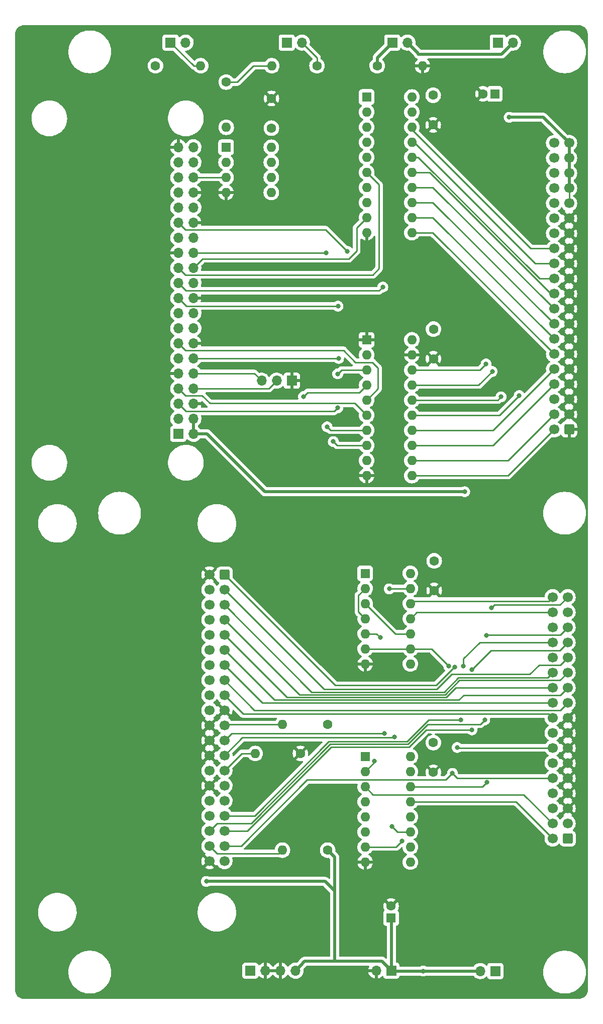
<source format=gbr>
%TF.GenerationSoftware,KiCad,Pcbnew,(6.0.11)*%
%TF.CreationDate,2024-01-03T20:11:09+00:00*%
%TF.ProjectId,BBCWinchesterPro,42424357-696e-4636-9865-737465725072,rev?*%
%TF.SameCoordinates,Original*%
%TF.FileFunction,Copper,L1,Top*%
%TF.FilePolarity,Positive*%
%FSLAX46Y46*%
G04 Gerber Fmt 4.6, Leading zero omitted, Abs format (unit mm)*
G04 Created by KiCad (PCBNEW (6.0.11)) date 2024-01-03 20:11:09*
%MOMM*%
%LPD*%
G01*
G04 APERTURE LIST*
G04 Aperture macros list*
%AMRoundRect*
0 Rectangle with rounded corners*
0 $1 Rounding radius*
0 $2 $3 $4 $5 $6 $7 $8 $9 X,Y pos of 4 corners*
0 Add a 4 corners polygon primitive as box body*
4,1,4,$2,$3,$4,$5,$6,$7,$8,$9,$2,$3,0*
0 Add four circle primitives for the rounded corners*
1,1,$1+$1,$2,$3*
1,1,$1+$1,$4,$5*
1,1,$1+$1,$6,$7*
1,1,$1+$1,$8,$9*
0 Add four rect primitives between the rounded corners*
20,1,$1+$1,$2,$3,$4,$5,0*
20,1,$1+$1,$4,$5,$6,$7,0*
20,1,$1+$1,$6,$7,$8,$9,0*
20,1,$1+$1,$8,$9,$2,$3,0*%
G04 Aperture macros list end*
%TA.AperFunction,ComponentPad*%
%ADD10R,1.600000X1.600000*%
%TD*%
%TA.AperFunction,ComponentPad*%
%ADD11O,1.600000X1.600000*%
%TD*%
%TA.AperFunction,ComponentPad*%
%ADD12C,1.600000*%
%TD*%
%TA.AperFunction,ComponentPad*%
%ADD13RoundRect,0.250000X-0.600000X-0.600000X0.600000X-0.600000X0.600000X0.600000X-0.600000X0.600000X0*%
%TD*%
%TA.AperFunction,ComponentPad*%
%ADD14C,1.700000*%
%TD*%
%TA.AperFunction,ComponentPad*%
%ADD15R,1.700000X1.700000*%
%TD*%
%TA.AperFunction,ComponentPad*%
%ADD16O,1.700000X1.700000*%
%TD*%
%TA.AperFunction,ComponentPad*%
%ADD17RoundRect,0.250000X0.600000X0.600000X-0.600000X0.600000X-0.600000X-0.600000X0.600000X-0.600000X0*%
%TD*%
%TA.AperFunction,ViaPad*%
%ADD18C,0.800000*%
%TD*%
%TA.AperFunction,Conductor*%
%ADD19C,0.250000*%
%TD*%
%TA.AperFunction,Conductor*%
%ADD20C,0.500000*%
%TD*%
G04 APERTURE END LIST*
D10*
%TO.P,U3,1,A->B*%
%TO.N,/TRnW*%
X119360000Y-36501052D03*
D11*
%TO.P,U3,2,A0*%
%TO.N,/PD7*%
X119360000Y-39041052D03*
%TO.P,U3,3,A1*%
%TO.N,/PD6*%
X119360000Y-41581052D03*
%TO.P,U3,4,A2*%
%TO.N,/PD5*%
X119360000Y-44121052D03*
%TO.P,U3,5,A3*%
%TO.N,/PD4*%
X119360000Y-46661052D03*
%TO.P,U3,6,A4*%
%TO.N,/PD3*%
X119360000Y-49201052D03*
%TO.P,U3,7,A5*%
%TO.N,/PD2*%
X119360000Y-51741052D03*
%TO.P,U3,8,A6*%
%TO.N,/PD1*%
X119360000Y-54281052D03*
%TO.P,U3,9,A7*%
%TO.N,/PD0*%
X119360000Y-56821052D03*
%TO.P,U3,10,GND*%
%TO.N,GND*%
X119360000Y-59361052D03*
%TO.P,U3,11,B7*%
%TO.N,/TD0*%
X126980000Y-59361052D03*
%TO.P,U3,12,B6*%
%TO.N,/TD1*%
X126980000Y-56821052D03*
%TO.P,U3,13,B5*%
%TO.N,/TD2*%
X126980000Y-54281052D03*
%TO.P,U3,14,B4*%
%TO.N,/TD3*%
X126980000Y-51741052D03*
%TO.P,U3,15,B3*%
%TO.N,/TD4*%
X126980000Y-49201052D03*
%TO.P,U3,16,B2*%
%TO.N,/TD5*%
X126980000Y-46661052D03*
%TO.P,U3,17,B1*%
%TO.N,/TD6*%
X126980000Y-44121052D03*
%TO.P,U3,18,B0*%
%TO.N,/TD7*%
X126980000Y-41581052D03*
%TO.P,U3,19,CE*%
%TO.N,/TnTUBE*%
X126980000Y-39041052D03*
%TO.P,U3,20,VCC*%
%TO.N,VCC*%
X126980000Y-36501052D03*
%TD*%
D12*
%TO.P,C2,1*%
%TO.N,+5V*%
X130740000Y-114630000D03*
%TO.P,C2,2*%
%TO.N,GND*%
X130740000Y-119630000D03*
%TD*%
D10*
%TO.P,C7,1*%
%TO.N,+5VA*%
X140955113Y-35980000D03*
D12*
%TO.P,C7,2*%
%TO.N,GND*%
X138955113Y-35980000D03*
%TD*%
D13*
%TO.P,J4,1,Pin_1*%
%TO.N,/RST*%
X95400000Y-116930000D03*
D14*
%TO.P,J4,2,Pin_2*%
%TO.N,GND*%
X92860000Y-116930000D03*
%TO.P,J4,3,Pin_3*%
%TO.N,/D7*%
X95400000Y-119470000D03*
%TO.P,J4,4,Pin_4*%
%TO.N,unconnected-(J4-Pad4)*%
X92860000Y-119470000D03*
%TO.P,J4,5,Pin_5*%
%TO.N,/D6*%
X95400000Y-122010000D03*
%TO.P,J4,6,Pin_6*%
%TO.N,unconnected-(J4-Pad6)*%
X92860000Y-122010000D03*
%TO.P,J4,7,Pin_7*%
%TO.N,/D5*%
X95400000Y-124550000D03*
%TO.P,J4,8,Pin_8*%
%TO.N,unconnected-(J4-Pad8)*%
X92860000Y-124550000D03*
%TO.P,J4,9,Pin_9*%
%TO.N,/D4*%
X95400000Y-127090000D03*
%TO.P,J4,10,Pin_10*%
%TO.N,unconnected-(J4-Pad10)*%
X92860000Y-127090000D03*
%TO.P,J4,11,Pin_11*%
%TO.N,/D3*%
X95400000Y-129630000D03*
%TO.P,J4,12,Pin_12*%
%TO.N,unconnected-(J4-Pad12)*%
X92860000Y-129630000D03*
%TO.P,J4,13,Pin_13*%
%TO.N,/D2*%
X95400000Y-132170000D03*
%TO.P,J4,14,Pin_14*%
%TO.N,unconnected-(J4-Pad14)*%
X92860000Y-132170000D03*
%TO.P,J4,15,Pin_15*%
%TO.N,/D1*%
X95400000Y-134710000D03*
%TO.P,J4,16,Pin_16*%
%TO.N,unconnected-(J4-Pad16)*%
X92860000Y-134710000D03*
%TO.P,J4,17,Pin_17*%
%TO.N,/D0*%
X95400000Y-137250000D03*
%TO.P,J4,18,Pin_18*%
%TO.N,unconnected-(J4-Pad18)*%
X92860000Y-137250000D03*
%TO.P,J4,19,Pin_19*%
%TO.N,GND*%
X95400000Y-139790000D03*
%TO.P,J4,20,Pin_20*%
%TO.N,unconnected-(J4-Pad20)*%
X92860000Y-139790000D03*
%TO.P,J4,21,Pin_21*%
%TO.N,/DMARQ*%
X95400000Y-142330000D03*
%TO.P,J4,22,Pin_22*%
%TO.N,GND*%
X92860000Y-142330000D03*
%TO.P,J4,23,Pin_23*%
%TO.N,/WR*%
X95400000Y-144870000D03*
%TO.P,J4,24,Pin_24*%
%TO.N,GND*%
X92860000Y-144870000D03*
%TO.P,J4,25,Pin_25*%
%TO.N,/RD*%
X95400000Y-147410000D03*
%TO.P,J4,26,Pin_26*%
%TO.N,GND*%
X92860000Y-147410000D03*
%TO.P,J4,27,Pin_27*%
%TO.N,/IORDY*%
X95400000Y-149950000D03*
%TO.P,J4,28,Pin_28*%
%TO.N,unconnected-(J4-Pad28)*%
X92860000Y-149950000D03*
%TO.P,J4,29,Pin_29*%
%TO.N,unconnected-(J4-Pad29)*%
X95400000Y-152490000D03*
%TO.P,J4,30,Pin_30*%
%TO.N,GND*%
X92860000Y-152490000D03*
%TO.P,J4,31,Pin_31*%
%TO.N,unconnected-(J4-Pad31)*%
X95400000Y-155030000D03*
%TO.P,J4,32,Pin_32*%
%TO.N,unconnected-(J4-Pad32)*%
X92860000Y-155030000D03*
%TO.P,J4,33,Pin_33*%
%TO.N,/A1*%
X95400000Y-157570000D03*
%TO.P,J4,34,Pin_34*%
%TO.N,/DIAG*%
X92860000Y-157570000D03*
%TO.P,J4,35,Pin_35*%
%TO.N,/A0*%
X95400000Y-160110000D03*
%TO.P,J4,36,Pin_36*%
%TO.N,/A2*%
X92860000Y-160110000D03*
%TO.P,J4,37,Pin_37*%
%TO.N,/CSO*%
X95400000Y-162650000D03*
%TO.P,J4,38,Pin_38*%
%TO.N,/CS1*%
X92860000Y-162650000D03*
%TO.P,J4,39,Pin_39*%
%TO.N,/HDDLED*%
X95400000Y-165190000D03*
%TO.P,J4,40,Pin_40*%
%TO.N,GND*%
X92860000Y-165190000D03*
%TD*%
D10*
%TO.P,U4,1,A->B*%
%TO.N,GND*%
X119360000Y-77401052D03*
D11*
%TO.P,U4,2,A0*%
%TO.N,/PA3*%
X119360000Y-79941052D03*
%TO.P,U4,3,A1*%
%TO.N,/PA2*%
X119360000Y-82481052D03*
%TO.P,U4,4,A2*%
%TO.N,/PA1*%
X119360000Y-85021052D03*
%TO.P,U4,5,A3*%
%TO.N,/PA0*%
X119360000Y-87561052D03*
%TO.P,U4,6,A4*%
%TO.N,/nRST*%
X119360000Y-90101052D03*
%TO.P,U4,7,A5*%
%TO.N,/nTUBE*%
X119360000Y-92641052D03*
%TO.P,U4,8,A6*%
%TO.N,/PHI2*%
X119360000Y-95181052D03*
%TO.P,U4,9,A7*%
%TO.N,/RnW*%
X119360000Y-97721052D03*
%TO.P,U4,10,GND*%
%TO.N,GND*%
X119360000Y-100261052D03*
%TO.P,U4,11,B7*%
%TO.N,/TRnW*%
X126980000Y-100261052D03*
%TO.P,U4,12,B6*%
%TO.N,/TPHI2*%
X126980000Y-97721052D03*
%TO.P,U4,13,B5*%
%TO.N,/TnTUBE*%
X126980000Y-95181052D03*
%TO.P,U4,14,B4*%
%TO.N,/tnRST*%
X126980000Y-92641052D03*
%TO.P,U4,15,B3*%
%TO.N,/TA0*%
X126980000Y-90101052D03*
%TO.P,U4,16,B2*%
%TO.N,/TA1*%
X126980000Y-87561052D03*
%TO.P,U4,17,B1*%
%TO.N,/TA2*%
X126980000Y-85021052D03*
%TO.P,U4,18,B0*%
%TO.N,/TA3*%
X126980000Y-82481052D03*
%TO.P,U4,19,CE*%
%TO.N,GND*%
X126980000Y-79941052D03*
%TO.P,U4,20,VCC*%
%TO.N,VCC*%
X126980000Y-77401052D03*
%TD*%
D12*
%TO.P,R4,1*%
%TO.N,GND*%
X108204000Y-147066000D03*
D11*
%TO.P,R4,2*%
%TO.N,/IORDY*%
X100584000Y-147066000D03*
%TD*%
D15*
%TO.P,D1,1,K*%
%TO.N,Net-(D1-Pad1)*%
X86320060Y-27330000D03*
D16*
%TO.P,D1,2,A*%
%TO.N,+5V*%
X88860060Y-27330000D03*
%TD*%
D12*
%TO.P,R7,1*%
%TO.N,VCC*%
X95700000Y-33980000D03*
D11*
%TO.P,R7,2*%
%TO.N,Net-(U5-Pad1)*%
X95700000Y-41600000D03*
%TD*%
D10*
%TO.P,U2,1,E*%
%TO.N,Net-(R1-Pad1)*%
X119110000Y-147580000D03*
D11*
%TO.P,U2,2,A0*%
%TO.N,Net-(U1-Pad13)*%
X119110000Y-150120000D03*
%TO.P,U2,3,A1*%
%TO.N,/1E*%
X119110000Y-152660000D03*
%TO.P,U2,4,O0*%
%TO.N,unconnected-(U2-Pad4)*%
X119110000Y-155200000D03*
%TO.P,U2,5,O1*%
%TO.N,unconnected-(U2-Pad5)*%
X119110000Y-157740000D03*
%TO.P,U2,6,O2*%
%TO.N,unconnected-(U2-Pad6)*%
X119110000Y-160280000D03*
%TO.P,U2,7,O3*%
%TO.N,Net-(U2-Pad15)*%
X119110000Y-162820000D03*
%TO.P,U2,8,GND*%
%TO.N,GND*%
X119110000Y-165360000D03*
%TO.P,U2,9,O3*%
%TO.N,/RD*%
X126730000Y-165360000D03*
%TO.P,U2,10,O2*%
%TO.N,unconnected-(U2-Pad10)*%
X126730000Y-162820000D03*
%TO.P,U2,11,O1*%
%TO.N,/WR*%
X126730000Y-160280000D03*
%TO.P,U2,12,O0*%
%TO.N,unconnected-(U2-Pad12)*%
X126730000Y-157740000D03*
%TO.P,U2,13,A1*%
%TO.N,/RW*%
X126730000Y-155200000D03*
%TO.P,U2,14,A0*%
%TO.N,/A6*%
X126730000Y-152660000D03*
%TO.P,U2,15,E*%
%TO.N,Net-(U2-Pad15)*%
X126730000Y-150120000D03*
%TO.P,U2,16,VCC*%
%TO.N,+5V*%
X126730000Y-147580000D03*
%TD*%
D15*
%TO.P,J3,1,Pin_1*%
%TO.N,+5V*%
X123520000Y-183628571D03*
D16*
%TO.P,J3,2,Pin_2*%
%TO.N,GND*%
X120980000Y-183628571D03*
%TD*%
D12*
%TO.P,R5,1*%
%TO.N,+5V*%
X112790000Y-163340000D03*
D11*
%TO.P,R5,2*%
%TO.N,/CS1*%
X105170000Y-163340000D03*
%TD*%
D12*
%TO.P,C6,1*%
%TO.N,VCC*%
X103320000Y-41756052D03*
%TO.P,C6,2*%
%TO.N,GND*%
X103320000Y-36756052D03*
%TD*%
%TO.P,C3,1*%
%TO.N,+5V*%
X130600000Y-145240000D03*
%TO.P,C3,2*%
%TO.N,GND*%
X130600000Y-150240000D03*
%TD*%
D15*
%TO.P,D3,1,K*%
%TO.N,/TUBELED*%
X105907024Y-27330000D03*
D16*
%TO.P,D3,2,A*%
%TO.N,Net-(D3-Pad2)*%
X108447024Y-27330000D03*
%TD*%
D12*
%TO.P,R3,1*%
%TO.N,Net-(D2-Pad1)*%
X121145060Y-31240000D03*
D11*
%TO.P,R3,2*%
%TO.N,GND*%
X128765060Y-31240000D03*
%TD*%
D10*
%TO.P,U5,1,~{RESET}/PB5*%
%TO.N,Net-(U5-Pad1)*%
X95680000Y-44970000D03*
D11*
%TO.P,U5,2,XTAL1/PB3*%
%TO.N,/TUBELED*%
X95680000Y-47510000D03*
%TO.P,U5,3,XTAL2/PB4*%
%TO.N,/TUBEACT*%
X95680000Y-50050000D03*
%TO.P,U5,4,GND*%
%TO.N,GND*%
X95680000Y-52590000D03*
%TO.P,U5,5,AREF/PB0*%
%TO.N,unconnected-(U5-Pad5)*%
X103300000Y-52590000D03*
%TO.P,U5,6,PB1*%
%TO.N,unconnected-(U5-Pad6)*%
X103300000Y-50050000D03*
%TO.P,U5,7,PB2*%
%TO.N,unconnected-(U5-Pad7)*%
X103300000Y-47510000D03*
%TO.P,U5,8,VCC*%
%TO.N,VCC*%
X103300000Y-44970000D03*
%TD*%
D17*
%TO.P,J5,1,Pin_1*%
%TO.N,GND*%
X153475000Y-92506052D03*
D14*
%TO.P,J5,2,Pin_2*%
%TO.N,/TRnW*%
X150935000Y-92506052D03*
%TO.P,J5,3,Pin_3*%
%TO.N,GND*%
X153475000Y-89966052D03*
%TO.P,J5,4,Pin_4*%
%TO.N,/TPHI2*%
X150935000Y-89966052D03*
%TO.P,J5,5,Pin_5*%
%TO.N,GND*%
X153475000Y-87426052D03*
%TO.P,J5,6,Pin_6*%
%TO.N,unconnected-(J5-Pad6)*%
X150935000Y-87426052D03*
%TO.P,J5,7,Pin_7*%
%TO.N,GND*%
X153475000Y-84886052D03*
%TO.P,J5,8,Pin_8*%
%TO.N,/TnTUBE*%
X150935000Y-84886052D03*
%TO.P,J5,9,Pin_9*%
%TO.N,GND*%
X153475000Y-82346052D03*
%TO.P,J5,10,Pin_10*%
%TO.N,/tnRST*%
X150935000Y-82346052D03*
%TO.P,J5,11,Pin_11*%
%TO.N,GND*%
X153475000Y-79806052D03*
%TO.P,J5,12,Pin_12*%
%TO.N,/TD0*%
X150935000Y-79806052D03*
%TO.P,J5,13,Pin_13*%
%TO.N,GND*%
X153475000Y-77266052D03*
%TO.P,J5,14,Pin_14*%
%TO.N,/TD1*%
X150935000Y-77266052D03*
%TO.P,J5,15,Pin_15*%
%TO.N,GND*%
X153475000Y-74726052D03*
%TO.P,J5,16,Pin_16*%
%TO.N,/TD2*%
X150935000Y-74726052D03*
%TO.P,J5,17,Pin_17*%
%TO.N,GND*%
X153475000Y-72186052D03*
%TO.P,J5,18,Pin_18*%
%TO.N,/TD3*%
X150935000Y-72186052D03*
%TO.P,J5,19,Pin_19*%
%TO.N,GND*%
X153475000Y-69646052D03*
%TO.P,J5,20,Pin_20*%
%TO.N,/TD4*%
X150935000Y-69646052D03*
%TO.P,J5,21,Pin_21*%
%TO.N,GND*%
X153475000Y-67106052D03*
%TO.P,J5,22,Pin_22*%
%TO.N,/TD5*%
X150935000Y-67106052D03*
%TO.P,J5,23,Pin_23*%
%TO.N,GND*%
X153475000Y-64566052D03*
%TO.P,J5,24,Pin_24*%
%TO.N,/TD6*%
X150935000Y-64566052D03*
%TO.P,J5,25,Pin_25*%
%TO.N,GND*%
X153475000Y-62026052D03*
%TO.P,J5,26,Pin_26*%
%TO.N,/TD7*%
X150935000Y-62026052D03*
%TO.P,J5,27,Pin_27*%
%TO.N,GND*%
X153475000Y-59486052D03*
%TO.P,J5,28,Pin_28*%
%TO.N,/TA0*%
X150935000Y-59486052D03*
%TO.P,J5,29,Pin_29*%
%TO.N,GND*%
X153475000Y-56946052D03*
%TO.P,J5,30,Pin_30*%
%TO.N,/TA1*%
X150935000Y-56946052D03*
%TO.P,J5,31,Pin_31*%
%TO.N,+5VA*%
X153475000Y-54406052D03*
%TO.P,J5,32,Pin_32*%
%TO.N,/TA2*%
X150935000Y-54406052D03*
%TO.P,J5,33,Pin_33*%
%TO.N,+5VA*%
X153475000Y-51866052D03*
%TO.P,J5,34,Pin_34*%
%TO.N,/TA3*%
X150935000Y-51866052D03*
%TO.P,J5,35,Pin_35*%
%TO.N,+5VA*%
X153475000Y-49326052D03*
%TO.P,J5,36,Pin_36*%
%TO.N,unconnected-(J5-Pad36)*%
X150935000Y-49326052D03*
%TO.P,J5,37,Pin_37*%
%TO.N,+5VA*%
X153475000Y-46786052D03*
%TO.P,J5,38,Pin_38*%
%TO.N,unconnected-(J5-Pad38)*%
X150935000Y-46786052D03*
%TO.P,J5,39,Pin_39*%
%TO.N,+5VA*%
X153475000Y-44246052D03*
%TO.P,J5,40,Pin_40*%
%TO.N,unconnected-(J5-Pad40)*%
X150935000Y-44246052D03*
%TD*%
D15*
%TO.P,P1,1*%
%TO.N,Net-(J6-Pad2)*%
X141460060Y-27340000D03*
D16*
%TO.P,P1,2*%
%TO.N,+5VA*%
X144000060Y-27340000D03*
%TD*%
D15*
%TO.P,JP1,1,A*%
%TO.N,+5VA*%
X141035000Y-183710000D03*
D16*
%TO.P,JP1,2,B*%
%TO.N,+5V*%
X138495000Y-183710000D03*
%TD*%
D15*
%TO.P,D2,1,K*%
%TO.N,Net-(D2-Pad1)*%
X123680060Y-27330000D03*
D16*
%TO.P,D2,2,A*%
%TO.N,+5VA*%
X126220060Y-27330000D03*
%TD*%
D10*
%TO.P,U1,1*%
%TO.N,Net-(R1-Pad1)*%
X119110000Y-116740000D03*
D11*
%TO.P,U1,2*%
%TO.N,Net-(U1-Pad2)*%
X119110000Y-119280000D03*
%TO.P,U1,3*%
%TO.N,Net-(U1-Pad10)*%
X119110000Y-121820000D03*
%TO.P,U1,4*%
%TO.N,Net-(U1-Pad2)*%
X119110000Y-124360000D03*
%TO.P,U1,5*%
%TO.N,/1E*%
X119110000Y-126900000D03*
%TO.P,U1,6*%
%TO.N,/CSO*%
X119110000Y-129440000D03*
%TO.P,U1,7,GND*%
%TO.N,GND*%
X119110000Y-131980000D03*
%TO.P,U1,8*%
%TO.N,Net-(R1-Pad1)*%
X126730000Y-131980000D03*
%TO.P,U1,9*%
%TO.N,/CSO*%
X126730000Y-129440000D03*
%TO.P,U1,10*%
%TO.N,Net-(U1-Pad10)*%
X126730000Y-126900000D03*
%TO.P,U1,11*%
%TO.N,/A5*%
X126730000Y-124360000D03*
%TO.P,U1,12*%
%TO.N,/A7*%
X126730000Y-121820000D03*
%TO.P,U1,13*%
%TO.N,Net-(U1-Pad13)*%
X126730000Y-119280000D03*
%TO.P,U1,14,VCC*%
%TO.N,+5V*%
X126730000Y-116740000D03*
%TD*%
D15*
%TO.P,J2,1,Pin_1*%
%TO.N,unconnected-(J2-Pad1)*%
X99760000Y-183650000D03*
D16*
%TO.P,J2,2,Pin_2*%
%TO.N,GND*%
X102300000Y-183650000D03*
%TO.P,J2,3,Pin_3*%
X104840000Y-183650000D03*
%TO.P,J2,4,Pin_4*%
%TO.N,+5V*%
X107380000Y-183650000D03*
%TD*%
D12*
%TO.P,R1,1*%
%TO.N,Net-(R1-Pad1)*%
X112790000Y-142200000D03*
D11*
%TO.P,R1,2*%
%TO.N,/DMARQ*%
X105170000Y-142200000D03*
%TD*%
D12*
%TO.P,C5,1*%
%TO.N,VCC*%
X130620000Y-75596052D03*
%TO.P,C5,2*%
%TO.N,GND*%
X130620000Y-80596052D03*
%TD*%
D15*
%TO.P,J6,1,Pin_1*%
%TO.N,VCC*%
X87620000Y-93231052D03*
D16*
%TO.P,J6,2,Pin_2*%
%TO.N,Net-(J6-Pad2)*%
X90160000Y-93231052D03*
%TO.P,J6,3,Pin_3*%
%TO.N,/PA1*%
X87620000Y-90691052D03*
%TO.P,J6,4,Pin_4*%
%TO.N,Net-(J6-Pad2)*%
X90160000Y-90691052D03*
%TO.P,J6,5,Pin_5*%
%TO.N,/PA2*%
X87620000Y-88151052D03*
%TO.P,J6,6,Pin_6*%
%TO.N,GND*%
X90160000Y-88151052D03*
%TO.P,J6,7,Pin_7*%
%TO.N,/nRST*%
X87620000Y-85611052D03*
%TO.P,J6,8,Pin_8*%
%TO.N,Net-(J6-Pad8)*%
X90160000Y-85611052D03*
%TO.P,J6,9,Pin_9*%
%TO.N,GND*%
X87620000Y-83071052D03*
%TO.P,J6,10,Pin_10*%
%TO.N,Net-(J6-Pad10)*%
X90160000Y-83071052D03*
%TO.P,J6,11,Pin_11*%
%TO.N,/nTUBE*%
X87620000Y-80531052D03*
%TO.P,J6,12,Pin_12*%
%TO.N,/RnW*%
X90160000Y-80531052D03*
%TO.P,J6,13,Pin_13*%
%TO.N,/PA0*%
X87620000Y-77991052D03*
%TO.P,J6,14,Pin_14*%
%TO.N,GND*%
X90160000Y-77991052D03*
%TO.P,J6,15,Pin_15*%
%TO.N,/PD4*%
X87620000Y-75451052D03*
%TO.P,J6,16,Pin_16*%
%TO.N,/PD5*%
X90160000Y-75451052D03*
%TO.P,J6,17,Pin_17*%
%TO.N,unconnected-(J6-Pad17)*%
X87620000Y-72911052D03*
%TO.P,J6,18,Pin_18*%
%TO.N,/PD6*%
X90160000Y-72911052D03*
%TO.P,J6,19,Pin_19*%
%TO.N,/PD2*%
X87620000Y-70371052D03*
%TO.P,J6,20,Pin_20*%
%TO.N,GND*%
X90160000Y-70371052D03*
%TO.P,J6,21,Pin_21*%
%TO.N,/PD1*%
X87620000Y-67831052D03*
%TO.P,J6,22,Pin_22*%
%TO.N,/PD7*%
X90160000Y-67831052D03*
%TO.P,J6,23,Pin_23*%
%TO.N,/PD3*%
X87620000Y-65291052D03*
%TO.P,J6,24,Pin_24*%
%TO.N,/PD0*%
X90160000Y-65291052D03*
%TO.P,J6,25,Pin_25*%
%TO.N,GND*%
X87620000Y-62751052D03*
%TO.P,J6,26,Pin_26*%
%TO.N,/PHI2*%
X90160000Y-62751052D03*
%TO.P,J6,27,Pin_27*%
%TO.N,unconnected-(J6-Pad27)*%
X87620000Y-60211052D03*
%TO.P,J6,28,Pin_28*%
%TO.N,unconnected-(J6-Pad28)*%
X90160000Y-60211052D03*
%TO.P,J6,29,Pin_29*%
%TO.N,/PA3*%
X87620000Y-57671052D03*
%TO.P,J6,30,Pin_30*%
%TO.N,GND*%
X90160000Y-57671052D03*
%TO.P,J6,31,Pin_31*%
%TO.N,unconnected-(J6-Pad31)*%
X87620000Y-55131052D03*
%TO.P,J6,32,Pin_32*%
%TO.N,unconnected-(J6-Pad32)*%
X90160000Y-55131052D03*
%TO.P,J6,33,Pin_33*%
%TO.N,unconnected-(J6-Pad33)*%
X87620000Y-52591052D03*
%TO.P,J6,34,Pin_34*%
%TO.N,GND*%
X90160000Y-52591052D03*
%TO.P,J6,35,Pin_35*%
%TO.N,unconnected-(J6-Pad35)*%
X87620000Y-50051052D03*
%TO.P,J6,36,Pin_36*%
%TO.N,/TUBEACT*%
X90160000Y-50051052D03*
%TO.P,J6,37,Pin_37*%
%TO.N,unconnected-(J6-Pad37)*%
X87620000Y-47511052D03*
%TO.P,J6,38,Pin_38*%
%TO.N,unconnected-(J6-Pad38)*%
X90160000Y-47511052D03*
%TO.P,J6,39,Pin_39*%
%TO.N,GND*%
X87620000Y-44971052D03*
%TO.P,J6,40,Pin_40*%
%TO.N,unconnected-(J6-Pad40)*%
X90160000Y-44971052D03*
%TD*%
D12*
%TO.P,R2,1*%
%TO.N,/HDDLED*%
X83785060Y-31240000D03*
D11*
%TO.P,R2,2*%
%TO.N,Net-(D1-Pad1)*%
X91405060Y-31240000D03*
%TD*%
D15*
%TO.P,P2,1*%
%TO.N,GND*%
X106740000Y-84286052D03*
D16*
%TO.P,P2,2*%
%TO.N,Net-(J6-Pad8)*%
X104200000Y-84286052D03*
%TO.P,P2,3*%
%TO.N,Net-(J6-Pad10)*%
X101660000Y-84286052D03*
%TD*%
D17*
%TO.P,J1,1,Pin_1*%
%TO.N,unconnected-(J1-Pad1)*%
X153225000Y-161380000D03*
D14*
%TO.P,J1,2,Pin_2*%
%TO.N,/RW*%
X150685000Y-161380000D03*
%TO.P,J1,3,Pin_3*%
%TO.N,unconnected-(J1-Pad3)*%
X153225000Y-158840000D03*
%TO.P,J1,4,Pin_4*%
%TO.N,/1E*%
X150685000Y-158840000D03*
%TO.P,J1,5,Pin_5*%
%TO.N,GND*%
X153225000Y-156300000D03*
%TO.P,J1,6,Pin_6*%
%TO.N,unconnected-(J1-Pad6)*%
X150685000Y-156300000D03*
%TO.P,J1,7,Pin_7*%
%TO.N,GND*%
X153225000Y-153760000D03*
%TO.P,J1,8,Pin_8*%
%TO.N,unconnected-(J1-Pad8)*%
X150685000Y-153760000D03*
%TO.P,J1,9,Pin_9*%
%TO.N,GND*%
X153225000Y-151220000D03*
%TO.P,J1,10,Pin_10*%
%TO.N,/CSO*%
X150685000Y-151220000D03*
%TO.P,J1,11,Pin_11*%
%TO.N,GND*%
X153225000Y-148680000D03*
%TO.P,J1,12,Pin_12*%
%TO.N,unconnected-(J1-Pad12)*%
X150685000Y-148680000D03*
%TO.P,J1,13,Pin_13*%
%TO.N,GND*%
X153225000Y-146140000D03*
%TO.P,J1,14,Pin_14*%
%TO.N,/RST*%
X150685000Y-146140000D03*
%TO.P,J1,15,Pin_15*%
%TO.N,GND*%
X153225000Y-143600000D03*
%TO.P,J1,16,Pin_16*%
%TO.N,unconnected-(J1-Pad16)*%
X150685000Y-143600000D03*
%TO.P,J1,17,Pin_17*%
%TO.N,GND*%
X153225000Y-141060000D03*
%TO.P,J1,18,Pin_18*%
%TO.N,/D0*%
X150685000Y-141060000D03*
%TO.P,J1,19,Pin_19*%
%TO.N,/D1*%
X153225000Y-138520000D03*
%TO.P,J1,20,Pin_20*%
%TO.N,/D2*%
X150685000Y-138520000D03*
%TO.P,J1,21,Pin_21*%
%TO.N,/D3*%
X153225000Y-135980000D03*
%TO.P,J1,22,Pin_22*%
%TO.N,/D4*%
X150685000Y-135980000D03*
%TO.P,J1,23,Pin_23*%
%TO.N,/D5*%
X153225000Y-133440000D03*
%TO.P,J1,24,Pin_24*%
%TO.N,/D6*%
X150685000Y-133440000D03*
%TO.P,J1,25,Pin_25*%
%TO.N,/D7*%
X153225000Y-130900000D03*
%TO.P,J1,26,Pin_26*%
%TO.N,unconnected-(J1-Pad26)*%
X150685000Y-130900000D03*
%TO.P,J1,27,Pin_27*%
%TO.N,/A0*%
X153225000Y-128360000D03*
%TO.P,J1,28,Pin_28*%
%TO.N,/A1*%
X150685000Y-128360000D03*
%TO.P,J1,29,Pin_29*%
%TO.N,/A2*%
X153225000Y-125820000D03*
%TO.P,J1,30,Pin_30*%
%TO.N,unconnected-(J1-Pad30)*%
X150685000Y-125820000D03*
%TO.P,J1,31,Pin_31*%
%TO.N,unconnected-(J1-Pad31)*%
X153225000Y-123280000D03*
%TO.P,J1,32,Pin_32*%
%TO.N,/A5*%
X150685000Y-123280000D03*
%TO.P,J1,33,Pin_33*%
%TO.N,/A6*%
X153225000Y-120740000D03*
%TO.P,J1,34,Pin_34*%
%TO.N,/A7*%
X150685000Y-120740000D03*
%TD*%
D10*
%TO.P,C1,1*%
%TO.N,+5V*%
X123470000Y-174775112D03*
D12*
%TO.P,C1,2*%
%TO.N,GND*%
X123470000Y-172775112D03*
%TD*%
%TO.P,R6,1*%
%TO.N,Net-(D3-Pad2)*%
X110992024Y-31240000D03*
D11*
%TO.P,R6,2*%
%TO.N,VCC*%
X103372024Y-31240000D03*
%TD*%
D12*
%TO.P,C4,1*%
%TO.N,VCC*%
X130570000Y-36196052D03*
%TO.P,C4,2*%
%TO.N,GND*%
X130570000Y-41196052D03*
%TD*%
D18*
%TO.N,+5V*%
X128880000Y-183710000D03*
X92340000Y-168610000D03*
%TO.N,Net-(U1-Pad13)*%
X123170000Y-119350000D03*
X120700000Y-148370000D03*
%TO.N,/1E*%
X121650000Y-127560000D03*
%TO.N,Net-(U2-Pad15)*%
X125324500Y-161830000D03*
%TO.N,/RD*%
X124026660Y-144320075D03*
%TO.N,/WR*%
X123660000Y-159400000D03*
X122344500Y-143691196D03*
%TO.N,/A6*%
X139612172Y-151944500D03*
X140370000Y-122540000D03*
%TO.N,/CSO*%
X133810000Y-150410000D03*
X133209500Y-132370000D03*
%TO.N,/RST*%
X134197642Y-132520269D03*
X134610000Y-146060000D03*
%TO.N,/A0*%
X137080500Y-132952936D03*
X137110500Y-143086287D03*
%TO.N,/A1*%
X135660000Y-132340000D03*
X135200000Y-141380000D03*
%TO.N,/A2*%
X139575000Y-127185000D03*
X139259500Y-141420000D03*
%TO.N,/nTUBE*%
X112690000Y-92040000D03*
%TO.N,/PHI2*%
X113740000Y-94530000D03*
X112558948Y-62751052D03*
%TO.N,/RnW*%
X114641052Y-80531052D03*
%TO.N,/TA0*%
X145060000Y-86786052D03*
%TO.N,/TA1*%
X142010000Y-87006052D03*
%TO.N,/TA2*%
X140520000Y-82726052D03*
%TO.N,/TA3*%
X139479500Y-81456052D03*
%TO.N,Net-(J6-Pad2)*%
X135880000Y-102980000D03*
%TO.N,+5VA*%
X143375113Y-39914887D03*
%TO.N,/PD2*%
X114536052Y-71726052D03*
%TO.N,/PD1*%
X122090000Y-68500000D03*
%TO.N,/PA3*%
X116114500Y-62510000D03*
%TO.N,/PA2*%
X114480000Y-83136052D03*
X114480000Y-88860000D03*
%TO.N,/PA1*%
X108705000Y-86965000D03*
%TD*%
D19*
%TO.N,/DMARQ*%
X95530000Y-142200000D02*
X95400000Y-142330000D01*
X105170000Y-142200000D02*
X95530000Y-142200000D01*
%TO.N,Net-(D1-Pad1)*%
X91405060Y-31240000D02*
X90230060Y-31240000D01*
X90230060Y-31240000D02*
X86320060Y-27330000D01*
D20*
%TO.N,Net-(D2-Pad1)*%
X121145060Y-29865000D02*
X123680060Y-27330000D01*
X121145060Y-31240000D02*
X121145060Y-29865000D01*
D19*
%TO.N,/IORDY*%
X100584000Y-147066000D02*
X98284000Y-147066000D01*
X98284000Y-147066000D02*
X95400000Y-149950000D01*
D20*
%TO.N,+5V*%
X113980000Y-182050000D02*
X108930000Y-182050000D01*
D19*
X123601429Y-183710000D02*
X123520000Y-183628571D01*
D20*
X108576429Y-182403571D02*
X108576429Y-182453571D01*
X128880000Y-183710000D02*
X123601429Y-183710000D01*
X114000000Y-170220000D02*
X112390000Y-168610000D01*
X108576429Y-182453571D02*
X107380000Y-183650000D01*
X112390000Y-168610000D02*
X92340000Y-168610000D01*
X114000000Y-182030000D02*
X113980000Y-182050000D01*
X112790000Y-163340000D02*
X114000000Y-164550000D01*
X123520000Y-183628571D02*
X121941429Y-182050000D01*
X123520000Y-183628571D02*
X123520000Y-174825112D01*
X121941429Y-182050000D02*
X113980000Y-182050000D01*
X138495000Y-183710000D02*
X128880000Y-183710000D01*
X114000000Y-170220000D02*
X114000000Y-182030000D01*
X114000000Y-164550000D02*
X114000000Y-170220000D01*
D19*
X123520000Y-174825112D02*
X123470000Y-174775112D01*
D20*
X108930000Y-182050000D02*
X108576429Y-182403571D01*
D19*
%TO.N,/CS1*%
X92860000Y-162650000D02*
X94120000Y-163910000D01*
X94120000Y-163910000D02*
X104600000Y-163910000D01*
X104600000Y-163910000D02*
X105170000Y-163340000D01*
%TO.N,Net-(U1-Pad13)*%
X123240000Y-119280000D02*
X123170000Y-119350000D01*
X120700000Y-148530000D02*
X120700000Y-148370000D01*
X119110000Y-150120000D02*
X120700000Y-148530000D01*
X126730000Y-119280000D02*
X123240000Y-119280000D01*
%TO.N,/1E*%
X145835000Y-153990000D02*
X150685000Y-158840000D01*
X119110000Y-152660000D02*
X120440000Y-153990000D01*
X120440000Y-153990000D02*
X145835000Y-153990000D01*
X120990000Y-126900000D02*
X121650000Y-127560000D01*
X119110000Y-126900000D02*
X120990000Y-126900000D01*
%TO.N,Net-(U2-Pad15)*%
X119110000Y-162820000D02*
X124334500Y-162820000D01*
X124334500Y-162820000D02*
X125324500Y-161830000D01*
%TO.N,/RD*%
X123931039Y-144415696D02*
X124026660Y-144320075D01*
X95400000Y-147410000D02*
X98394304Y-144415696D01*
X98394304Y-144415696D02*
X123931039Y-144415696D01*
%TO.N,/WR*%
X124540000Y-160280000D02*
X123660000Y-159400000D01*
X95400000Y-144870000D02*
X96578804Y-143691196D01*
X126730000Y-160280000D02*
X124540000Y-160280000D01*
X96578804Y-143691196D02*
X122344500Y-143691196D01*
%TO.N,/RW*%
X144505000Y-155200000D02*
X150685000Y-161380000D01*
X126730000Y-155200000D02*
X144505000Y-155200000D01*
%TO.N,/A6*%
X126730000Y-152660000D02*
X138896672Y-152660000D01*
X151925000Y-122040000D02*
X140870000Y-122040000D01*
X153225000Y-120740000D02*
X151925000Y-122040000D01*
X140870000Y-122040000D02*
X140370000Y-122540000D01*
X138896672Y-152660000D02*
X139612172Y-151944500D01*
%TO.N,Net-(U1-Pad2)*%
X119110000Y-119280000D02*
X117985000Y-120405000D01*
X117985000Y-120405000D02*
X117985000Y-123235000D01*
X117985000Y-123235000D02*
X119110000Y-124360000D01*
%TO.N,Net-(U1-Pad10)*%
X124190000Y-126900000D02*
X119110000Y-121820000D01*
X126730000Y-126900000D02*
X124190000Y-126900000D01*
%TO.N,/CSO*%
X150685000Y-151220000D02*
X134620000Y-151220000D01*
X134620000Y-151220000D02*
X133810000Y-150410000D01*
X126730000Y-129440000D02*
X130279500Y-129440000D01*
X126730000Y-129440000D02*
X119110000Y-129440000D01*
X98200000Y-162650000D02*
X109350000Y-151500000D01*
X130279500Y-129440000D02*
X133209500Y-132370000D01*
X132720000Y-151500000D02*
X133810000Y-150410000D01*
X109350000Y-151500000D02*
X132720000Y-151500000D01*
X95400000Y-162650000D02*
X98200000Y-162650000D01*
%TO.N,/A5*%
X127810000Y-123280000D02*
X126730000Y-124360000D01*
X150685000Y-123280000D02*
X127810000Y-123280000D01*
%TO.N,/A7*%
X127140000Y-121410000D02*
X126730000Y-121820000D01*
X150015000Y-121410000D02*
X127140000Y-121410000D01*
X150685000Y-120740000D02*
X150015000Y-121410000D01*
%TO.N,/RST*%
X134129731Y-132520269D02*
X134197642Y-132520269D01*
X114050000Y-135580000D02*
X131070000Y-135580000D01*
X134690000Y-146140000D02*
X134610000Y-146060000D01*
X131070000Y-135580000D02*
X134129731Y-132520269D01*
X150685000Y-146140000D02*
X134690000Y-146140000D01*
X95400000Y-116930000D02*
X114050000Y-135580000D01*
%TO.N,/D0*%
X150055000Y-140430000D02*
X150685000Y-141060000D01*
X98580000Y-140430000D02*
X150055000Y-140430000D01*
X95400000Y-137250000D02*
X98580000Y-140430000D01*
%TO.N,/D1*%
X153225000Y-138520000D02*
X151975000Y-139770000D01*
X100460000Y-139770000D02*
X95400000Y-134710000D01*
X151975000Y-139770000D02*
X100460000Y-139770000D01*
%TO.N,/D2*%
X101740000Y-138510000D02*
X95400000Y-132170000D01*
X150675000Y-138510000D02*
X101740000Y-138510000D01*
X150685000Y-138520000D02*
X150675000Y-138510000D01*
%TO.N,/D3*%
X151955000Y-137250000D02*
X135732760Y-137250000D01*
X153225000Y-135980000D02*
X151955000Y-137250000D01*
X103830499Y-138060499D02*
X95400000Y-129630000D01*
X134922261Y-138060499D02*
X103830499Y-138060499D01*
X135732760Y-137250000D02*
X134922261Y-138060499D01*
%TO.N,/D4*%
X132771762Y-137610998D02*
X105920998Y-137610998D01*
X105920998Y-137610998D02*
X95400000Y-127090000D01*
X134402760Y-135980000D02*
X132771762Y-137610998D01*
X150685000Y-135980000D02*
X134402760Y-135980000D01*
%TO.N,/D5*%
X132585573Y-137161497D02*
X108011497Y-137161497D01*
X151905998Y-134759002D02*
X134988068Y-134759002D01*
X134988068Y-134759002D02*
X132585573Y-137161497D01*
X108011497Y-137161497D02*
X95400000Y-124550000D01*
X153225000Y-133440000D02*
X151905998Y-134759002D01*
%TO.N,/D6*%
X149835000Y-134290000D02*
X134821380Y-134290000D01*
X110101996Y-136711996D02*
X95400000Y-122010000D01*
X132399384Y-136711996D02*
X110101996Y-136711996D01*
X134821380Y-134290000D02*
X132399384Y-136711996D01*
X150685000Y-133440000D02*
X149835000Y-134290000D01*
%TO.N,/D7*%
X112192495Y-136262495D02*
X95400000Y-119470000D01*
X131143195Y-136262495D02*
X112192495Y-136262495D01*
X151975000Y-132150000D02*
X148408989Y-132150000D01*
X153225000Y-130900000D02*
X151975000Y-132150000D01*
X146859488Y-133699501D02*
X133706189Y-133699501D01*
X133706189Y-133699501D02*
X131143195Y-136262495D01*
X148408989Y-132150000D02*
X146859488Y-133699501D01*
%TO.N,/A0*%
X126501380Y-145960000D02*
X129375093Y-143086287D01*
X99215402Y-160110000D02*
X113365402Y-145960000D01*
X113365402Y-145960000D02*
X126501380Y-145960000D01*
X95400000Y-160110000D02*
X99215402Y-160110000D01*
X151895000Y-129690000D02*
X140343436Y-129690000D01*
X129375093Y-143086287D02*
X137110500Y-143086287D01*
X140343436Y-129690000D02*
X137080500Y-132952936D01*
X153225000Y-128360000D02*
X151895000Y-129690000D01*
%TO.N,/A1*%
X126129002Y-145060998D02*
X129810000Y-141380000D01*
X129810000Y-141380000D02*
X135200000Y-141380000D01*
X135660000Y-131110000D02*
X135660000Y-132340000D01*
X112993024Y-145060998D02*
X126129002Y-145060998D01*
X150685000Y-128360000D02*
X138410000Y-128360000D01*
X100484022Y-157570000D02*
X112993024Y-145060998D01*
X138410000Y-128360000D02*
X135660000Y-131110000D01*
X95400000Y-157570000D02*
X100484022Y-157570000D01*
%TO.N,/A2*%
X113179213Y-145510499D02*
X126315191Y-145510499D01*
X139670000Y-127090000D02*
X139575000Y-127185000D01*
X94160000Y-158810000D02*
X99879712Y-158810000D01*
X138529500Y-142150000D02*
X139259500Y-141420000D01*
X99879712Y-158810000D02*
X113179213Y-145510499D01*
X92860000Y-160110000D02*
X94160000Y-158810000D01*
X151955000Y-127090000D02*
X139670000Y-127090000D01*
X129675690Y-142150000D02*
X138529500Y-142150000D01*
X126315191Y-145510499D02*
X129675690Y-142150000D01*
X153225000Y-125820000D02*
X151955000Y-127090000D01*
%TO.N,Net-(D3-Pad2)*%
X110992024Y-29875000D02*
X108447024Y-27330000D01*
X110992024Y-31240000D02*
X110992024Y-29875000D01*
%TO.N,/TUBEACT*%
X95678948Y-50051052D02*
X95680000Y-50050000D01*
X90160000Y-50051052D02*
X95678948Y-50051052D01*
%TO.N,VCC*%
X97550000Y-33980000D02*
X100290000Y-31240000D01*
X100290000Y-31240000D02*
X103372024Y-31240000D01*
X95700000Y-33980000D02*
X97550000Y-33980000D01*
%TO.N,/TRnW*%
X143180000Y-100261052D02*
X150935000Y-92506052D01*
X126980000Y-100261052D02*
X143180000Y-100261052D01*
%TO.N,/TD0*%
X130490000Y-59361052D02*
X150935000Y-79806052D01*
X126980000Y-59361052D02*
X130490000Y-59361052D01*
%TO.N,/TD1*%
X126980000Y-56821052D02*
X130490000Y-56821052D01*
X130490000Y-56821052D02*
X150935000Y-77266052D01*
%TO.N,/TD2*%
X130490000Y-54281052D02*
X150935000Y-74726052D01*
X126980000Y-54281052D02*
X130490000Y-54281052D01*
%TO.N,/TD3*%
X126980000Y-51741052D02*
X130490000Y-51741052D01*
X130490000Y-51741052D02*
X150935000Y-72186052D01*
%TO.N,/TD4*%
X150414310Y-69646052D02*
X150935000Y-69646052D01*
X126980000Y-49201052D02*
X129969310Y-49201052D01*
X129969310Y-49201052D02*
X150414310Y-69646052D01*
%TO.N,/TD5*%
X126980000Y-46661052D02*
X128065000Y-46661052D01*
X148510000Y-67106052D02*
X150935000Y-67106052D01*
X128065000Y-46661052D02*
X148510000Y-67106052D01*
%TO.N,/TD6*%
X126980000Y-44121052D02*
X127335000Y-44121052D01*
X127335000Y-44121052D02*
X147780000Y-64566052D01*
X147780000Y-64566052D02*
X150935000Y-64566052D01*
%TO.N,/TD7*%
X126980000Y-41581052D02*
X126980000Y-42004598D01*
X147001454Y-62026052D02*
X150935000Y-62026052D01*
X126980000Y-42004598D02*
X147001454Y-62026052D01*
%TO.N,/TnTUBE*%
X140640000Y-95181052D02*
X150935000Y-84886052D01*
X126980000Y-95181052D02*
X140640000Y-95181052D01*
%TO.N,/nRST*%
X119360000Y-90101052D02*
X117348948Y-88090000D01*
X91646052Y-86786052D02*
X88795000Y-86786052D01*
X117348948Y-88090000D02*
X92950000Y-88090000D01*
X88795000Y-86786052D02*
X87620000Y-85611052D01*
X92950000Y-88090000D02*
X91646052Y-86786052D01*
%TO.N,/nTUBE*%
X119360000Y-92641052D02*
X113291052Y-92641052D01*
X113291052Y-92641052D02*
X112690000Y-92040000D01*
%TO.N,/PHI2*%
X114391052Y-95181052D02*
X113740000Y-94530000D01*
X90160000Y-62751052D02*
X112558948Y-62751052D01*
X119360000Y-95181052D02*
X114391052Y-95181052D01*
%TO.N,/RnW*%
X90160000Y-80531052D02*
X114641052Y-80531052D01*
%TO.N,/TPHI2*%
X143180000Y-97721052D02*
X150935000Y-89966052D01*
X126980000Y-97721052D02*
X143180000Y-97721052D01*
%TO.N,/tnRST*%
X126980000Y-92641052D02*
X140640000Y-92641052D01*
X140640000Y-92641052D02*
X150935000Y-82346052D01*
%TO.N,/TA0*%
X141055000Y-90101052D02*
X126980000Y-90101052D01*
X141060000Y-90106052D02*
X141055000Y-90101052D01*
X145060000Y-86786052D02*
X141740000Y-90106052D01*
X141740000Y-90106052D02*
X141060000Y-90106052D01*
%TO.N,/TA1*%
X141455000Y-87561052D02*
X126980000Y-87561052D01*
X142010000Y-87006052D02*
X141455000Y-87561052D01*
%TO.N,/TA2*%
X138225000Y-85021052D02*
X126980000Y-85021052D01*
X140520000Y-82726052D02*
X138225000Y-85021052D01*
%TO.N,/TA3*%
X138454500Y-82481052D02*
X139479500Y-81456052D01*
X126980000Y-82481052D02*
X138454500Y-82481052D01*
D20*
%TO.N,Net-(J6-Pad2)*%
X90160000Y-93231052D02*
X90160000Y-90691052D01*
X90160000Y-93231052D02*
X92471052Y-93231052D01*
X92471052Y-93231052D02*
X102220000Y-102980000D01*
X102220000Y-102980000D02*
X135880000Y-102980000D01*
D19*
%TO.N,Net-(J6-Pad8)*%
X102875000Y-85611052D02*
X104200000Y-84286052D01*
X90160000Y-85611052D02*
X102875000Y-85611052D01*
%TO.N,Net-(J6-Pad10)*%
X100445000Y-83071052D02*
X101660000Y-84286052D01*
X90160000Y-83071052D02*
X100445000Y-83071052D01*
D20*
%TO.N,+5VA*%
X142070060Y-29270000D02*
X144000060Y-27340000D01*
X128060000Y-29270000D02*
X142070060Y-29270000D01*
X153475000Y-44246052D02*
X153475000Y-46786052D01*
X153475000Y-44246052D02*
X149143835Y-39914887D01*
X149143835Y-39914887D02*
X143375113Y-39914887D01*
X153475000Y-46786052D02*
X153475000Y-49326052D01*
D19*
X153475000Y-54406052D02*
X153475000Y-51866052D01*
D20*
X153475000Y-49326052D02*
X153475000Y-51866052D01*
X126220060Y-27330000D02*
X128060000Y-29169940D01*
X128060000Y-29169940D02*
X128060000Y-29270000D01*
D19*
%TO.N,/PD3*%
X121430000Y-51271052D02*
X121430000Y-65410000D01*
X88795000Y-66466052D02*
X87620000Y-65291052D01*
X121430000Y-65410000D02*
X120373948Y-66466052D01*
X119360000Y-49201052D02*
X121430000Y-51271052D01*
X120373948Y-66466052D02*
X88795000Y-66466052D01*
%TO.N,/PD2*%
X87620000Y-70371052D02*
X88975000Y-71726052D01*
X88975000Y-71726052D02*
X114536052Y-71726052D01*
%TO.N,/PD1*%
X87620000Y-67831052D02*
X88928948Y-69140000D01*
X121450000Y-69140000D02*
X122090000Y-68500000D01*
X88928948Y-69140000D02*
X121450000Y-69140000D01*
%TO.N,/PD0*%
X91701052Y-63750000D02*
X90160000Y-65291052D01*
X117680000Y-62430000D02*
X116360000Y-63750000D01*
X117680000Y-58501052D02*
X117680000Y-62430000D01*
X119360000Y-56821052D02*
X117680000Y-58501052D01*
X116360000Y-63750000D02*
X91701052Y-63750000D01*
%TO.N,/PA3*%
X88795000Y-58846052D02*
X112450552Y-58846052D01*
X112450552Y-58846052D02*
X116114500Y-62510000D01*
X87620000Y-57671052D02*
X88795000Y-58846052D01*
%TO.N,/PA2*%
X113900000Y-89440000D02*
X114480000Y-88860000D01*
X87620000Y-88151052D02*
X88908948Y-89440000D01*
X115135000Y-82481052D02*
X114480000Y-83136052D01*
X119360000Y-82481052D02*
X115135000Y-82481052D01*
X88908948Y-89440000D02*
X113900000Y-89440000D01*
%TO.N,/PA1*%
X119360000Y-85021052D02*
X118121052Y-86260000D01*
X109410000Y-86260000D02*
X108705000Y-86965000D01*
X118121052Y-86260000D02*
X109410000Y-86260000D01*
%TO.N,/PA0*%
X119360000Y-87561052D02*
X121270000Y-85651052D01*
X88795000Y-79166052D02*
X87620000Y-77991052D01*
X120350000Y-81190000D02*
X117480000Y-81190000D01*
X117480000Y-81190000D02*
X115456052Y-79166052D01*
X121270000Y-85651052D02*
X121270000Y-82110000D01*
X121270000Y-82110000D02*
X120350000Y-81190000D01*
X115456052Y-79166052D02*
X88795000Y-79166052D01*
%TD*%
%TA.AperFunction,Conductor*%
%TO.N,GND*%
G36*
X103606486Y-24398487D02*
G01*
X155079051Y-24398500D01*
X155099058Y-24400099D01*
X155112294Y-24402228D01*
X155112296Y-24402228D01*
X155121156Y-24403653D01*
X155130061Y-24402534D01*
X155130063Y-24402534D01*
X155136455Y-24401731D01*
X155161751Y-24401113D01*
X155330018Y-24413955D01*
X155347744Y-24416586D01*
X155442518Y-24437631D01*
X155537299Y-24458678D01*
X155554467Y-24463796D01*
X155736129Y-24532354D01*
X155752402Y-24539857D01*
X155922494Y-24633488D01*
X155937538Y-24643224D01*
X156092639Y-24760047D01*
X156106138Y-24771808D01*
X156237521Y-24903850D01*
X156243099Y-24909456D01*
X156254802Y-24923025D01*
X156304584Y-24989809D01*
X156370848Y-25078705D01*
X156380502Y-25093787D01*
X156469611Y-25257597D01*
X156473288Y-25264357D01*
X156480710Y-25280667D01*
X156548359Y-25462671D01*
X156553392Y-25479871D01*
X156594536Y-25669629D01*
X156597078Y-25687367D01*
X156608572Y-25848583D01*
X156607813Y-25866796D01*
X156607715Y-25874849D01*
X156606333Y-25883723D01*
X156610465Y-25915316D01*
X156611528Y-25931631D01*
X156617035Y-114852607D01*
X156621495Y-186869040D01*
X156619897Y-186889050D01*
X156618547Y-186897449D01*
X156616346Y-186911138D01*
X156617465Y-186920040D01*
X156618269Y-186926435D01*
X156618887Y-186951733D01*
X156606047Y-187120003D01*
X156603416Y-187137729D01*
X156561326Y-187327279D01*
X156556207Y-187344453D01*
X156487653Y-187526111D01*
X156480149Y-187542385D01*
X156386512Y-187712490D01*
X156376776Y-187727535D01*
X156259960Y-187882628D01*
X156248188Y-187896139D01*
X156115488Y-188028180D01*
X156110551Y-188033092D01*
X156096983Y-188044795D01*
X155941298Y-188160845D01*
X155926215Y-188170500D01*
X155761425Y-188260143D01*
X155755649Y-188263285D01*
X155739337Y-188270708D01*
X155557334Y-188338356D01*
X155540136Y-188343389D01*
X155350372Y-188384535D01*
X155332632Y-188387077D01*
X155278334Y-188390948D01*
X155171512Y-188398564D01*
X155152834Y-188397785D01*
X155145151Y-188397691D01*
X155136276Y-188396309D01*
X155104714Y-188400436D01*
X155088379Y-188401500D01*
X61660949Y-188401500D01*
X61640942Y-188399901D01*
X61627706Y-188397772D01*
X61627704Y-188397772D01*
X61618844Y-188396347D01*
X61609939Y-188397466D01*
X61609937Y-188397466D01*
X61603545Y-188398269D01*
X61578249Y-188398887D01*
X61409982Y-188386045D01*
X61392256Y-188383414D01*
X61297482Y-188362369D01*
X61202701Y-188341322D01*
X61185533Y-188336204D01*
X61003871Y-188267646D01*
X60987598Y-188260143D01*
X60817506Y-188166512D01*
X60802462Y-188156776D01*
X60647361Y-188039953D01*
X60633862Y-188028192D01*
X60496900Y-187890543D01*
X60485198Y-187876975D01*
X60426387Y-187798078D01*
X60369152Y-187721295D01*
X60359498Y-187706213D01*
X60266712Y-187535642D01*
X60259290Y-187519333D01*
X60191641Y-187337329D01*
X60186608Y-187320129D01*
X60145464Y-187130371D01*
X60142922Y-187112633D01*
X60131428Y-186951417D01*
X60132187Y-186933204D01*
X60132286Y-186925149D01*
X60133667Y-186916277D01*
X60131836Y-186902274D01*
X60129543Y-186884731D01*
X60128480Y-186868389D01*
X60128665Y-183900000D01*
X69117059Y-183900000D01*
X69136810Y-184276871D01*
X69137323Y-184280111D01*
X69137324Y-184280119D01*
X69149347Y-184356028D01*
X69195847Y-184649613D01*
X69293522Y-185014143D01*
X69428766Y-185366465D01*
X69600097Y-185702720D01*
X69805637Y-186019225D01*
X70043135Y-186312511D01*
X70309989Y-186579365D01*
X70603275Y-186816863D01*
X70606050Y-186818665D01*
X70803126Y-186946647D01*
X70919780Y-187022403D01*
X70922714Y-187023898D01*
X70922721Y-187023902D01*
X71128905Y-187128958D01*
X71256035Y-187193734D01*
X71335936Y-187224405D01*
X71585305Y-187320129D01*
X71608357Y-187328978D01*
X71972887Y-187426653D01*
X72170853Y-187458008D01*
X72342381Y-187485176D01*
X72342389Y-187485177D01*
X72345629Y-187485690D01*
X72628220Y-187500500D01*
X72816780Y-187500500D01*
X73099371Y-187485690D01*
X73102611Y-187485177D01*
X73102619Y-187485176D01*
X73274147Y-187458008D01*
X73472113Y-187426653D01*
X73836643Y-187328978D01*
X73859696Y-187320129D01*
X74109064Y-187224405D01*
X74188965Y-187193734D01*
X74316095Y-187128958D01*
X74522279Y-187023902D01*
X74522286Y-187023898D01*
X74525220Y-187022403D01*
X74641875Y-186946647D01*
X74838950Y-186818665D01*
X74841725Y-186816863D01*
X75135011Y-186579365D01*
X75401865Y-186312511D01*
X75639363Y-186019225D01*
X75843106Y-185705489D01*
X75843107Y-185705487D01*
X75844903Y-185702721D01*
X75846403Y-185699779D01*
X76014736Y-185369405D01*
X76016234Y-185366465D01*
X76151478Y-185014143D01*
X76249153Y-184649613D01*
X76265226Y-184548134D01*
X98401500Y-184548134D01*
X98408255Y-184610316D01*
X98459385Y-184746705D01*
X98546739Y-184863261D01*
X98663295Y-184950615D01*
X98799684Y-185001745D01*
X98861866Y-185008500D01*
X100658134Y-185008500D01*
X100720316Y-185001745D01*
X100856705Y-184950615D01*
X100973261Y-184863261D01*
X101060615Y-184746705D01*
X101082799Y-184687529D01*
X101104798Y-184628848D01*
X101147440Y-184572084D01*
X101214001Y-184547384D01*
X101283350Y-184562592D01*
X101318017Y-184590580D01*
X101343218Y-184619673D01*
X101350580Y-184626883D01*
X101514434Y-184762916D01*
X101522881Y-184768831D01*
X101706756Y-184876279D01*
X101716042Y-184880729D01*
X101915001Y-184956703D01*
X101924899Y-184959579D01*
X102028250Y-184980606D01*
X102042299Y-184979410D01*
X102046000Y-184969065D01*
X102046000Y-184968517D01*
X102554000Y-184968517D01*
X102558064Y-184982359D01*
X102571478Y-184984393D01*
X102578184Y-184983534D01*
X102588262Y-184981392D01*
X102792255Y-184920191D01*
X102801842Y-184916433D01*
X102993095Y-184822739D01*
X103001945Y-184817464D01*
X103175328Y-184693792D01*
X103183200Y-184687139D01*
X103334052Y-184536812D01*
X103340730Y-184528965D01*
X103468022Y-184351819D01*
X103469147Y-184352627D01*
X103516669Y-184308876D01*
X103586607Y-184296661D01*
X103652046Y-184324197D01*
X103679870Y-184356028D01*
X103737690Y-184450383D01*
X103743777Y-184458699D01*
X103883213Y-184619667D01*
X103890580Y-184626883D01*
X104054434Y-184762916D01*
X104062881Y-184768831D01*
X104246756Y-184876279D01*
X104256042Y-184880729D01*
X104455001Y-184956703D01*
X104464899Y-184959579D01*
X104568250Y-184980606D01*
X104582299Y-184979410D01*
X104586000Y-184969065D01*
X104586000Y-183922115D01*
X104581525Y-183906876D01*
X104580135Y-183905671D01*
X104572452Y-183904000D01*
X102572115Y-183904000D01*
X102556876Y-183908475D01*
X102555671Y-183909865D01*
X102554000Y-183917548D01*
X102554000Y-184968517D01*
X102046000Y-184968517D01*
X102046000Y-183377885D01*
X102554000Y-183377885D01*
X102558475Y-183393124D01*
X102559865Y-183394329D01*
X102567548Y-183396000D01*
X104567885Y-183396000D01*
X104583124Y-183391525D01*
X104584329Y-183390135D01*
X104586000Y-183382452D01*
X104586000Y-182333102D01*
X104582082Y-182319758D01*
X104567806Y-182317771D01*
X104529324Y-182323660D01*
X104519288Y-182326051D01*
X104316868Y-182392212D01*
X104307359Y-182396209D01*
X104118463Y-182494542D01*
X104109738Y-182500036D01*
X103939433Y-182627905D01*
X103931726Y-182634748D01*
X103784590Y-182788717D01*
X103778104Y-182796727D01*
X103673193Y-182950521D01*
X103618282Y-182995524D01*
X103547757Y-183003695D01*
X103484010Y-182972441D01*
X103463313Y-182947957D01*
X103382427Y-182822926D01*
X103376136Y-182814757D01*
X103232806Y-182657240D01*
X103225273Y-182650215D01*
X103058139Y-182518222D01*
X103049552Y-182512517D01*
X102863117Y-182409599D01*
X102853705Y-182405369D01*
X102652959Y-182334280D01*
X102642988Y-182331646D01*
X102571837Y-182318972D01*
X102558540Y-182320432D01*
X102554000Y-182334989D01*
X102554000Y-183377885D01*
X102046000Y-183377885D01*
X102046000Y-182333102D01*
X102042082Y-182319758D01*
X102027806Y-182317771D01*
X101989324Y-182323660D01*
X101979288Y-182326051D01*
X101776868Y-182392212D01*
X101767359Y-182396209D01*
X101578463Y-182494542D01*
X101569738Y-182500036D01*
X101399433Y-182627905D01*
X101391726Y-182634748D01*
X101314478Y-182715584D01*
X101252954Y-182751014D01*
X101182042Y-182747557D01*
X101124255Y-182706311D01*
X101105402Y-182672763D01*
X101063767Y-182561703D01*
X101060615Y-182553295D01*
X100973261Y-182436739D01*
X100856705Y-182349385D01*
X100720316Y-182298255D01*
X100658134Y-182291500D01*
X98861866Y-182291500D01*
X98799684Y-182298255D01*
X98663295Y-182349385D01*
X98546739Y-182436739D01*
X98459385Y-182553295D01*
X98408255Y-182689684D01*
X98401500Y-182751866D01*
X98401500Y-184548134D01*
X76265226Y-184548134D01*
X76295653Y-184356028D01*
X76307676Y-184280119D01*
X76307677Y-184280111D01*
X76308190Y-184276871D01*
X76327941Y-183900000D01*
X76308190Y-183523129D01*
X76304618Y-183500571D01*
X76249669Y-183153648D01*
X76249153Y-183150387D01*
X76151478Y-182785857D01*
X76137593Y-182749684D01*
X76088465Y-182621703D01*
X76016234Y-182433535D01*
X75994643Y-182391161D01*
X75846402Y-182100221D01*
X75846398Y-182100214D01*
X75844903Y-182097280D01*
X75639363Y-181780775D01*
X75401865Y-181487489D01*
X75135011Y-181220635D01*
X74841725Y-180983137D01*
X74525220Y-180777597D01*
X74522286Y-180776102D01*
X74522279Y-180776098D01*
X74191905Y-180607764D01*
X74188965Y-180606266D01*
X73836643Y-180471022D01*
X73472113Y-180373347D01*
X73274147Y-180341992D01*
X73102619Y-180314824D01*
X73102611Y-180314823D01*
X73099371Y-180314310D01*
X72816780Y-180299500D01*
X72628220Y-180299500D01*
X72345629Y-180314310D01*
X72342389Y-180314823D01*
X72342381Y-180314824D01*
X72170853Y-180341992D01*
X71972887Y-180373347D01*
X71608357Y-180471022D01*
X71256035Y-180606266D01*
X71253095Y-180607764D01*
X70922721Y-180776098D01*
X70922714Y-180776102D01*
X70919780Y-180777597D01*
X70603275Y-180983137D01*
X70309989Y-181220635D01*
X70043135Y-181487489D01*
X69805637Y-181780775D01*
X69803835Y-181783550D01*
X69601895Y-182094510D01*
X69601893Y-182094513D01*
X69600097Y-182097279D01*
X69598602Y-182100213D01*
X69598598Y-182100220D01*
X69443117Y-182405369D01*
X69428766Y-182433535D01*
X69356535Y-182621703D01*
X69307408Y-182749684D01*
X69293522Y-182785857D01*
X69195847Y-183150387D01*
X69195331Y-183153648D01*
X69140383Y-183500571D01*
X69136810Y-183523129D01*
X69117059Y-183900000D01*
X60128665Y-183900000D01*
X60129299Y-173707244D01*
X63996163Y-173707244D01*
X63996662Y-173728407D01*
X64000983Y-173911756D01*
X64004592Y-174064919D01*
X64052220Y-174419509D01*
X64053056Y-174422873D01*
X64053056Y-174422875D01*
X64102620Y-174622406D01*
X64138470Y-174766732D01*
X64262302Y-175102392D01*
X64342413Y-175262718D01*
X64420674Y-175419344D01*
X64420678Y-175419351D01*
X64422220Y-175422437D01*
X64616291Y-175723001D01*
X64689895Y-175813409D01*
X64839988Y-175997771D01*
X64839995Y-175997778D01*
X64842173Y-176000454D01*
X64844637Y-176002880D01*
X64844641Y-176002884D01*
X64867846Y-176025727D01*
X65097137Y-176251444D01*
X65378103Y-176472940D01*
X65681678Y-176662266D01*
X65684804Y-176663767D01*
X65684813Y-176663772D01*
X65854241Y-176745130D01*
X66004196Y-176817137D01*
X66007465Y-176818285D01*
X66338501Y-176934537D01*
X66338509Y-176934539D01*
X66341760Y-176935681D01*
X66345122Y-176936460D01*
X66345128Y-176936462D01*
X66483671Y-176968574D01*
X66690295Y-177016467D01*
X66693712Y-177016871D01*
X66693721Y-177016873D01*
X67042885Y-177058199D01*
X67045589Y-177058519D01*
X67048304Y-177058604D01*
X67048313Y-177058605D01*
X67073269Y-177059389D01*
X67092714Y-177060000D01*
X67339817Y-177060000D01*
X67341536Y-177059905D01*
X67341551Y-177059905D01*
X67483689Y-177052082D01*
X67607234Y-177045283D01*
X67610646Y-177044715D01*
X67610656Y-177044714D01*
X67853955Y-177004217D01*
X67960153Y-176986541D01*
X68304495Y-176889427D01*
X68636100Y-176755113D01*
X68811589Y-176660424D01*
X68947914Y-176586867D01*
X68947918Y-176586864D01*
X68950964Y-176585221D01*
X69113422Y-176472940D01*
X69242443Y-176383769D01*
X69242449Y-176383765D01*
X69245284Y-176381805D01*
X69515504Y-176147319D01*
X69573120Y-176084991D01*
X69756014Y-175887137D01*
X69758362Y-175884597D01*
X69875738Y-175725683D01*
X69968860Y-175599606D01*
X69968865Y-175599598D01*
X69970923Y-175596812D01*
X70150621Y-175287440D01*
X70295285Y-174960217D01*
X70403167Y-174619096D01*
X70472966Y-174268196D01*
X70503837Y-173911756D01*
X70499099Y-173710712D01*
X70499017Y-173707244D01*
X90876163Y-173707244D01*
X90876662Y-173728407D01*
X90880983Y-173911756D01*
X90884592Y-174064919D01*
X90932220Y-174419509D01*
X90933056Y-174422873D01*
X90933056Y-174422875D01*
X90982620Y-174622406D01*
X91018470Y-174766732D01*
X91142302Y-175102392D01*
X91222413Y-175262718D01*
X91300674Y-175419344D01*
X91300678Y-175419351D01*
X91302220Y-175422437D01*
X91496291Y-175723001D01*
X91569895Y-175813409D01*
X91719988Y-175997771D01*
X91719995Y-175997778D01*
X91722173Y-176000454D01*
X91724637Y-176002880D01*
X91724641Y-176002884D01*
X91747846Y-176025727D01*
X91977137Y-176251444D01*
X92258103Y-176472940D01*
X92561678Y-176662266D01*
X92564804Y-176663767D01*
X92564813Y-176663772D01*
X92734241Y-176745130D01*
X92884196Y-176817137D01*
X92887465Y-176818285D01*
X93218501Y-176934537D01*
X93218509Y-176934539D01*
X93221760Y-176935681D01*
X93225122Y-176936460D01*
X93225128Y-176936462D01*
X93363671Y-176968574D01*
X93570295Y-177016467D01*
X93573712Y-177016871D01*
X93573721Y-177016873D01*
X93922885Y-177058199D01*
X93925589Y-177058519D01*
X93928304Y-177058604D01*
X93928313Y-177058605D01*
X93953269Y-177059389D01*
X93972714Y-177060000D01*
X94219817Y-177060000D01*
X94221536Y-177059905D01*
X94221551Y-177059905D01*
X94363689Y-177052082D01*
X94487234Y-177045283D01*
X94490646Y-177044715D01*
X94490656Y-177044714D01*
X94733955Y-177004217D01*
X94840153Y-176986541D01*
X95184495Y-176889427D01*
X95516100Y-176755113D01*
X95691589Y-176660424D01*
X95827914Y-176586867D01*
X95827918Y-176586864D01*
X95830964Y-176585221D01*
X95993422Y-176472940D01*
X96122443Y-176383769D01*
X96122449Y-176383765D01*
X96125284Y-176381805D01*
X96395504Y-176147319D01*
X96453120Y-176084991D01*
X96636014Y-175887137D01*
X96638362Y-175884597D01*
X96755738Y-175725683D01*
X96848860Y-175599606D01*
X96848865Y-175599598D01*
X96850923Y-175596812D01*
X97030621Y-175287440D01*
X97175285Y-174960217D01*
X97283167Y-174619096D01*
X97352966Y-174268196D01*
X97383837Y-173911756D01*
X97379099Y-173710712D01*
X97375490Y-173557545D01*
X97375489Y-173557538D01*
X97375408Y-173554081D01*
X97327780Y-173199491D01*
X97277638Y-172997631D01*
X97242367Y-172855636D01*
X97242365Y-172855629D01*
X97241530Y-172852268D01*
X97215086Y-172780587D01*
X97118898Y-172519861D01*
X97117698Y-172516608D01*
X97026822Y-172334738D01*
X96959326Y-172199656D01*
X96959322Y-172199649D01*
X96957780Y-172196563D01*
X96763709Y-171895999D01*
X96634419Y-171737191D01*
X96540012Y-171621229D01*
X96540005Y-171621222D01*
X96537827Y-171618546D01*
X96457912Y-171539876D01*
X96421714Y-171504243D01*
X96282863Y-171367556D01*
X96001897Y-171146060D01*
X95698322Y-170956734D01*
X95695196Y-170955233D01*
X95695187Y-170955228D01*
X95525759Y-170873870D01*
X95375804Y-170801863D01*
X95372535Y-170800715D01*
X95041499Y-170684463D01*
X95041491Y-170684461D01*
X95038240Y-170683319D01*
X95034878Y-170682540D01*
X95034872Y-170682538D01*
X94822887Y-170633403D01*
X94689705Y-170602533D01*
X94686288Y-170602129D01*
X94686279Y-170602127D01*
X94337115Y-170560801D01*
X94337114Y-170560801D01*
X94334411Y-170560481D01*
X94331696Y-170560396D01*
X94331687Y-170560395D01*
X94305964Y-170559587D01*
X94287286Y-170559000D01*
X94040183Y-170559000D01*
X94038464Y-170559095D01*
X94038449Y-170559095D01*
X93896311Y-170566918D01*
X93772766Y-170573717D01*
X93769354Y-170574285D01*
X93769344Y-170574286D01*
X93526045Y-170614783D01*
X93419847Y-170632459D01*
X93075505Y-170729573D01*
X92743900Y-170863887D01*
X92740848Y-170865534D01*
X92432086Y-171032133D01*
X92432082Y-171032136D01*
X92429036Y-171033779D01*
X92426188Y-171035748D01*
X92426187Y-171035748D01*
X92137557Y-171235231D01*
X92137551Y-171235235D01*
X92134716Y-171237195D01*
X91864496Y-171471681D01*
X91862148Y-171474221D01*
X91862146Y-171474223D01*
X91728735Y-171618546D01*
X91621638Y-171734403D01*
X91619579Y-171737191D01*
X91411140Y-172019394D01*
X91411135Y-172019402D01*
X91409077Y-172022188D01*
X91407338Y-172025182D01*
X91407336Y-172025185D01*
X91390780Y-172053688D01*
X91229379Y-172331560D01*
X91084715Y-172658783D01*
X90976833Y-172999904D01*
X90976158Y-173003297D01*
X90976156Y-173003305D01*
X90961049Y-173079253D01*
X90907034Y-173350804D01*
X90906736Y-173354245D01*
X90906735Y-173354252D01*
X90876462Y-173703788D01*
X90876163Y-173707244D01*
X70499017Y-173707244D01*
X70495490Y-173557545D01*
X70495489Y-173557538D01*
X70495408Y-173554081D01*
X70447780Y-173199491D01*
X70397638Y-172997631D01*
X70362367Y-172855636D01*
X70362365Y-172855629D01*
X70361530Y-172852268D01*
X70335086Y-172780587D01*
X70238898Y-172519861D01*
X70237698Y-172516608D01*
X70146822Y-172334738D01*
X70079326Y-172199656D01*
X70079322Y-172199649D01*
X70077780Y-172196563D01*
X69883709Y-171895999D01*
X69754419Y-171737191D01*
X69660012Y-171621229D01*
X69660005Y-171621222D01*
X69657827Y-171618546D01*
X69577912Y-171539876D01*
X69541714Y-171504243D01*
X69402863Y-171367556D01*
X69121897Y-171146060D01*
X68818322Y-170956734D01*
X68815196Y-170955233D01*
X68815187Y-170955228D01*
X68645759Y-170873870D01*
X68495804Y-170801863D01*
X68492535Y-170800715D01*
X68161499Y-170684463D01*
X68161491Y-170684461D01*
X68158240Y-170683319D01*
X68154878Y-170682540D01*
X68154872Y-170682538D01*
X67942887Y-170633403D01*
X67809705Y-170602533D01*
X67806288Y-170602129D01*
X67806279Y-170602127D01*
X67457115Y-170560801D01*
X67457114Y-170560801D01*
X67454411Y-170560481D01*
X67451696Y-170560396D01*
X67451687Y-170560395D01*
X67425964Y-170559587D01*
X67407286Y-170559000D01*
X67160183Y-170559000D01*
X67158464Y-170559095D01*
X67158449Y-170559095D01*
X67016311Y-170566918D01*
X66892766Y-170573717D01*
X66889354Y-170574285D01*
X66889344Y-170574286D01*
X66646045Y-170614783D01*
X66539847Y-170632459D01*
X66195505Y-170729573D01*
X65863900Y-170863887D01*
X65860848Y-170865534D01*
X65552086Y-171032133D01*
X65552082Y-171032136D01*
X65549036Y-171033779D01*
X65546188Y-171035748D01*
X65546187Y-171035748D01*
X65257557Y-171235231D01*
X65257551Y-171235235D01*
X65254716Y-171237195D01*
X64984496Y-171471681D01*
X64982148Y-171474221D01*
X64982146Y-171474223D01*
X64848735Y-171618546D01*
X64741638Y-171734403D01*
X64739579Y-171737191D01*
X64531140Y-172019394D01*
X64531135Y-172019402D01*
X64529077Y-172022188D01*
X64527338Y-172025182D01*
X64527336Y-172025185D01*
X64510780Y-172053688D01*
X64349379Y-172331560D01*
X64204715Y-172658783D01*
X64096833Y-172999904D01*
X64096158Y-173003297D01*
X64096156Y-173003305D01*
X64081049Y-173079253D01*
X64027034Y-173350804D01*
X64026736Y-173354245D01*
X64026735Y-173354252D01*
X63996462Y-173703788D01*
X63996163Y-173707244D01*
X60129299Y-173707244D01*
X60129616Y-168610000D01*
X91426496Y-168610000D01*
X91446458Y-168799928D01*
X91505473Y-168981556D01*
X91600960Y-169146944D01*
X91728747Y-169288866D01*
X91827843Y-169360864D01*
X91877904Y-169397235D01*
X91883248Y-169401118D01*
X91889276Y-169403802D01*
X91889278Y-169403803D01*
X92051681Y-169476109D01*
X92057712Y-169478794D01*
X92151113Y-169498647D01*
X92238056Y-169517128D01*
X92238061Y-169517128D01*
X92244513Y-169518500D01*
X92435487Y-169518500D01*
X92441939Y-169517128D01*
X92441944Y-169517128D01*
X92528887Y-169498647D01*
X92622288Y-169478794D01*
X92628319Y-169476109D01*
X92790722Y-169403803D01*
X92790724Y-169403802D01*
X92796752Y-169401118D01*
X92802091Y-169397239D01*
X92802098Y-169397235D01*
X92808528Y-169392563D01*
X92882587Y-169368500D01*
X112023629Y-169368500D01*
X112091750Y-169388502D01*
X112112724Y-169405405D01*
X113204595Y-170497275D01*
X113238620Y-170559587D01*
X113241500Y-170586370D01*
X113241500Y-181165500D01*
X113221498Y-181233621D01*
X113167842Y-181280114D01*
X113115500Y-181291500D01*
X108997070Y-181291500D01*
X108978120Y-181290067D01*
X108963885Y-181287901D01*
X108963881Y-181287901D01*
X108956651Y-181286801D01*
X108949359Y-181287394D01*
X108949356Y-181287394D01*
X108903982Y-181291085D01*
X108893767Y-181291500D01*
X108885707Y-181291500D01*
X108882073Y-181291924D01*
X108882067Y-181291924D01*
X108869042Y-181293443D01*
X108857480Y-181294791D01*
X108853132Y-181295221D01*
X108780364Y-181301140D01*
X108773403Y-181303395D01*
X108767463Y-181304582D01*
X108761588Y-181305971D01*
X108754319Y-181306818D01*
X108685670Y-181331736D01*
X108681542Y-181333153D01*
X108619064Y-181353393D01*
X108619062Y-181353394D01*
X108612101Y-181355649D01*
X108605846Y-181359445D01*
X108600372Y-181361951D01*
X108594942Y-181364670D01*
X108588063Y-181367167D01*
X108581943Y-181371180D01*
X108581942Y-181371180D01*
X108527024Y-181407186D01*
X108523320Y-181409523D01*
X108460893Y-181447405D01*
X108452516Y-181454803D01*
X108452492Y-181454776D01*
X108449500Y-181457429D01*
X108446267Y-181460132D01*
X108440148Y-181464144D01*
X108412623Y-181493200D01*
X108386872Y-181520383D01*
X108384494Y-181522825D01*
X108087518Y-181819801D01*
X108073106Y-181832187D01*
X108061511Y-181840720D01*
X108061506Y-181840725D01*
X108055611Y-181845063D01*
X108050872Y-181850641D01*
X108050869Y-181850644D01*
X108021394Y-181885339D01*
X108014464Y-181892855D01*
X108008769Y-181898550D01*
X108006489Y-181901432D01*
X107991148Y-181920822D01*
X107988357Y-181924226D01*
X107945838Y-181974274D01*
X107941096Y-181979856D01*
X107937768Y-181986372D01*
X107934401Y-181991421D01*
X107931234Y-181996550D01*
X107926695Y-182002287D01*
X107911213Y-182035413D01*
X107886160Y-182071159D01*
X107687296Y-182270023D01*
X107624984Y-182304049D01*
X107576105Y-182304975D01*
X107508284Y-182292894D01*
X107434452Y-182291992D01*
X107290081Y-182290228D01*
X107290079Y-182290228D01*
X107284911Y-182290165D01*
X107064091Y-182323955D01*
X106851756Y-182393357D01*
X106653607Y-182496507D01*
X106649474Y-182499610D01*
X106649471Y-182499612D01*
X106486861Y-182621703D01*
X106474965Y-182630635D01*
X106411029Y-182697540D01*
X106376327Y-182733854D01*
X106320629Y-182792138D01*
X106317715Y-182796410D01*
X106317714Y-182796411D01*
X106282249Y-182848401D01*
X106214337Y-182947957D01*
X106212898Y-182950066D01*
X106157987Y-182995069D01*
X106087462Y-183003240D01*
X106023715Y-182971986D01*
X106003018Y-182947502D01*
X105922426Y-182822926D01*
X105916136Y-182814757D01*
X105772806Y-182657240D01*
X105765273Y-182650215D01*
X105598139Y-182518222D01*
X105589552Y-182512517D01*
X105403117Y-182409599D01*
X105393705Y-182405369D01*
X105192959Y-182334280D01*
X105182988Y-182331646D01*
X105111837Y-182318972D01*
X105098540Y-182320432D01*
X105094000Y-182334989D01*
X105094000Y-184968517D01*
X105098064Y-184982359D01*
X105111478Y-184984393D01*
X105118184Y-184983534D01*
X105128262Y-184981392D01*
X105332255Y-184920191D01*
X105341842Y-184916433D01*
X105533095Y-184822739D01*
X105541945Y-184817464D01*
X105715328Y-184693792D01*
X105723200Y-184687139D01*
X105874052Y-184536812D01*
X105880730Y-184528965D01*
X106008022Y-184351819D01*
X106009279Y-184352722D01*
X106056373Y-184309362D01*
X106126311Y-184297145D01*
X106191751Y-184324678D01*
X106219579Y-184356511D01*
X106279987Y-184455088D01*
X106426250Y-184623938D01*
X106556968Y-184732462D01*
X106579506Y-184751173D01*
X106598126Y-184766632D01*
X106791000Y-184879338D01*
X106999692Y-184959030D01*
X107004760Y-184960061D01*
X107004763Y-184960062D01*
X107090681Y-184977542D01*
X107218597Y-185003567D01*
X107223772Y-185003757D01*
X107223774Y-185003757D01*
X107436673Y-185011564D01*
X107436677Y-185011564D01*
X107441837Y-185011753D01*
X107446957Y-185011097D01*
X107446959Y-185011097D01*
X107658288Y-184984025D01*
X107658289Y-184984025D01*
X107663416Y-184983368D01*
X107668366Y-184981883D01*
X107872429Y-184920661D01*
X107872434Y-184920659D01*
X107877384Y-184919174D01*
X108077994Y-184820896D01*
X108259860Y-184691173D01*
X108267121Y-184683938D01*
X108362504Y-184588887D01*
X108418096Y-184533489D01*
X108431319Y-184515088D01*
X108545435Y-184356277D01*
X108548453Y-184352077D01*
X108561995Y-184324678D01*
X108645136Y-184156453D01*
X108645137Y-184156451D01*
X108647430Y-184151811D01*
X108712370Y-183938069D01*
X108717838Y-183896537D01*
X119648257Y-183896537D01*
X119678565Y-184031017D01*
X119681645Y-184040846D01*
X119761770Y-184238174D01*
X119766413Y-184247365D01*
X119877694Y-184428959D01*
X119883777Y-184437270D01*
X120023213Y-184598238D01*
X120030580Y-184605454D01*
X120194434Y-184741487D01*
X120202881Y-184747402D01*
X120386756Y-184854850D01*
X120396042Y-184859300D01*
X120595001Y-184935274D01*
X120604899Y-184938150D01*
X120708250Y-184959177D01*
X120722299Y-184957981D01*
X120726000Y-184947636D01*
X120726000Y-183900686D01*
X120721525Y-183885447D01*
X120720135Y-183884242D01*
X120712452Y-183882571D01*
X119663225Y-183882571D01*
X119649694Y-183886544D01*
X119648257Y-183896537D01*
X108717838Y-183896537D01*
X108741529Y-183716590D01*
X108743156Y-183650000D01*
X108725870Y-183439747D01*
X108740223Y-183370219D01*
X108762351Y-183340330D01*
X109065340Y-183037341D01*
X109079752Y-183024955D01*
X109091347Y-183016422D01*
X109091352Y-183016417D01*
X109097247Y-183012079D01*
X109101986Y-183006501D01*
X109101989Y-183006498D01*
X109131464Y-182971803D01*
X109138394Y-182964287D01*
X109144089Y-182958592D01*
X109161710Y-182936320D01*
X109164501Y-182932916D01*
X109207020Y-182882868D01*
X109207021Y-182882866D01*
X109211762Y-182877286D01*
X109215091Y-182870767D01*
X109219152Y-182864678D01*
X109221980Y-182866564D01*
X109260167Y-182825880D01*
X109324023Y-182808500D01*
X113912930Y-182808500D01*
X113931880Y-182809933D01*
X113946115Y-182812099D01*
X113946119Y-182812099D01*
X113953349Y-182813199D01*
X113960641Y-182812606D01*
X113960644Y-182812606D01*
X114006018Y-182808915D01*
X114016233Y-182808500D01*
X119666014Y-182808500D01*
X119734135Y-182828502D01*
X119780628Y-182882158D01*
X119790732Y-182952432D01*
X119780302Y-182987551D01*
X119703337Y-183153359D01*
X119699775Y-183163041D01*
X119644389Y-183362754D01*
X119645912Y-183371178D01*
X119658292Y-183374571D01*
X121108000Y-183374571D01*
X121176121Y-183394573D01*
X121222614Y-183448229D01*
X121234000Y-183500571D01*
X121234000Y-184947088D01*
X121238064Y-184960930D01*
X121251478Y-184962964D01*
X121258184Y-184962105D01*
X121268262Y-184959963D01*
X121472255Y-184898762D01*
X121481842Y-184895004D01*
X121673095Y-184801310D01*
X121681945Y-184796035D01*
X121855328Y-184672363D01*
X121863193Y-184665716D01*
X121967897Y-184561376D01*
X122030268Y-184527460D01*
X122101075Y-184532648D01*
X122157837Y-184575294D01*
X122174819Y-184606397D01*
X122219385Y-184725276D01*
X122306739Y-184841832D01*
X122423295Y-184929186D01*
X122559684Y-184980316D01*
X122621866Y-184987071D01*
X124418134Y-184987071D01*
X124480316Y-184980316D01*
X124616705Y-184929186D01*
X124733261Y-184841832D01*
X124820615Y-184725276D01*
X124871745Y-184588887D01*
X124872598Y-184581034D01*
X124872600Y-184581026D01*
X124872615Y-184580885D01*
X124872657Y-184580783D01*
X124874425Y-184573349D01*
X124875628Y-184573635D01*
X124899861Y-184515324D01*
X124958226Y-184474902D01*
X124997877Y-184468500D01*
X128337413Y-184468500D01*
X128411472Y-184492563D01*
X128417902Y-184497235D01*
X128417909Y-184497239D01*
X128423248Y-184501118D01*
X128429276Y-184503802D01*
X128429278Y-184503803D01*
X128591681Y-184576109D01*
X128597712Y-184578794D01*
X128680005Y-184596286D01*
X128778056Y-184617128D01*
X128778061Y-184617128D01*
X128784513Y-184618500D01*
X128975487Y-184618500D01*
X128981939Y-184617128D01*
X128981944Y-184617128D01*
X129079995Y-184596286D01*
X129162288Y-184578794D01*
X129168319Y-184576109D01*
X129330722Y-184503803D01*
X129330724Y-184503802D01*
X129336752Y-184501118D01*
X129342091Y-184497239D01*
X129342098Y-184497235D01*
X129348528Y-184492563D01*
X129422587Y-184468500D01*
X137297491Y-184468500D01*
X137365612Y-184488502D01*
X137394402Y-184515595D01*
X137394987Y-184515088D01*
X137541250Y-184683938D01*
X137713126Y-184826632D01*
X137906000Y-184939338D01*
X137910825Y-184941180D01*
X137910826Y-184941181D01*
X137954821Y-184957981D01*
X138114692Y-185019030D01*
X138119760Y-185020061D01*
X138119763Y-185020062D01*
X138227017Y-185041883D01*
X138333597Y-185063567D01*
X138338772Y-185063757D01*
X138338774Y-185063757D01*
X138551673Y-185071564D01*
X138551677Y-185071564D01*
X138556837Y-185071753D01*
X138561957Y-185071097D01*
X138561959Y-185071097D01*
X138773288Y-185044025D01*
X138773289Y-185044025D01*
X138778416Y-185043368D01*
X138783366Y-185041883D01*
X138987429Y-184980661D01*
X138987434Y-184980659D01*
X138992384Y-184979174D01*
X139192994Y-184880896D01*
X139374860Y-184751173D01*
X139483091Y-184643319D01*
X139545462Y-184609404D01*
X139616268Y-184614592D01*
X139673030Y-184657238D01*
X139690012Y-184688341D01*
X139708740Y-184738297D01*
X139734385Y-184806705D01*
X139821739Y-184923261D01*
X139938295Y-185010615D01*
X140074684Y-185061745D01*
X140136866Y-185068500D01*
X141933134Y-185068500D01*
X141995316Y-185061745D01*
X142131705Y-185010615D01*
X142248261Y-184923261D01*
X142335615Y-184806705D01*
X142386745Y-184670316D01*
X142393500Y-184608134D01*
X142393500Y-183900000D01*
X149117059Y-183900000D01*
X149136810Y-184276871D01*
X149137323Y-184280111D01*
X149137324Y-184280119D01*
X149149347Y-184356028D01*
X149195847Y-184649613D01*
X149293522Y-185014143D01*
X149428766Y-185366465D01*
X149600097Y-185702720D01*
X149805637Y-186019225D01*
X150043135Y-186312511D01*
X150309989Y-186579365D01*
X150603275Y-186816863D01*
X150606050Y-186818665D01*
X150803126Y-186946647D01*
X150919780Y-187022403D01*
X150922714Y-187023898D01*
X150922721Y-187023902D01*
X151128905Y-187128958D01*
X151256035Y-187193734D01*
X151335936Y-187224405D01*
X151585305Y-187320129D01*
X151608357Y-187328978D01*
X151972887Y-187426653D01*
X152170853Y-187458008D01*
X152342381Y-187485176D01*
X152342389Y-187485177D01*
X152345629Y-187485690D01*
X152628220Y-187500500D01*
X152816780Y-187500500D01*
X153099371Y-187485690D01*
X153102611Y-187485177D01*
X153102619Y-187485176D01*
X153274147Y-187458008D01*
X153472113Y-187426653D01*
X153836643Y-187328978D01*
X153859696Y-187320129D01*
X154109064Y-187224405D01*
X154188965Y-187193734D01*
X154316095Y-187128958D01*
X154522279Y-187023902D01*
X154522286Y-187023898D01*
X154525220Y-187022403D01*
X154641875Y-186946647D01*
X154838950Y-186818665D01*
X154841725Y-186816863D01*
X155135011Y-186579365D01*
X155401865Y-186312511D01*
X155639363Y-186019225D01*
X155843106Y-185705489D01*
X155843107Y-185705487D01*
X155844903Y-185702721D01*
X155846403Y-185699779D01*
X156014736Y-185369405D01*
X156016234Y-185366465D01*
X156151478Y-185014143D01*
X156249153Y-184649613D01*
X156295653Y-184356028D01*
X156307676Y-184280119D01*
X156307677Y-184280111D01*
X156308190Y-184276871D01*
X156327941Y-183900000D01*
X156308190Y-183523129D01*
X156304618Y-183500571D01*
X156249669Y-183153648D01*
X156249153Y-183150387D01*
X156151478Y-182785857D01*
X156137593Y-182749684D01*
X156088465Y-182621703D01*
X156016234Y-182433535D01*
X155994643Y-182391161D01*
X155846402Y-182100221D01*
X155846398Y-182100214D01*
X155844903Y-182097280D01*
X155639363Y-181780775D01*
X155401865Y-181487489D01*
X155135011Y-181220635D01*
X154841725Y-180983137D01*
X154525220Y-180777597D01*
X154522286Y-180776102D01*
X154522279Y-180776098D01*
X154191905Y-180607764D01*
X154188965Y-180606266D01*
X153836643Y-180471022D01*
X153472113Y-180373347D01*
X153274147Y-180341992D01*
X153102619Y-180314824D01*
X153102611Y-180314823D01*
X153099371Y-180314310D01*
X152816780Y-180299500D01*
X152628220Y-180299500D01*
X152345629Y-180314310D01*
X152342389Y-180314823D01*
X152342381Y-180314824D01*
X152170853Y-180341992D01*
X151972887Y-180373347D01*
X151608357Y-180471022D01*
X151256035Y-180606266D01*
X151253095Y-180607764D01*
X150922721Y-180776098D01*
X150922714Y-180776102D01*
X150919780Y-180777597D01*
X150603275Y-180983137D01*
X150309989Y-181220635D01*
X150043135Y-181487489D01*
X149805637Y-181780775D01*
X149803835Y-181783550D01*
X149601895Y-182094510D01*
X149601893Y-182094513D01*
X149600097Y-182097279D01*
X149598602Y-182100213D01*
X149598598Y-182100220D01*
X149443117Y-182405369D01*
X149428766Y-182433535D01*
X149356535Y-182621703D01*
X149307408Y-182749684D01*
X149293522Y-182785857D01*
X149195847Y-183150387D01*
X149195331Y-183153648D01*
X149140383Y-183500571D01*
X149136810Y-183523129D01*
X149117059Y-183900000D01*
X142393500Y-183900000D01*
X142393500Y-182811866D01*
X142386745Y-182749684D01*
X142335615Y-182613295D01*
X142248261Y-182496739D01*
X142131705Y-182409385D01*
X141995316Y-182358255D01*
X141933134Y-182351500D01*
X140136866Y-182351500D01*
X140074684Y-182358255D01*
X139938295Y-182409385D01*
X139821739Y-182496739D01*
X139734385Y-182613295D01*
X139731233Y-182621703D01*
X139689919Y-182731907D01*
X139647277Y-182788671D01*
X139580716Y-182813371D01*
X139511367Y-182798163D01*
X139478743Y-182772476D01*
X139428151Y-182716875D01*
X139428142Y-182716866D01*
X139424670Y-182713051D01*
X139420619Y-182709852D01*
X139420615Y-182709848D01*
X139253414Y-182577800D01*
X139253410Y-182577798D01*
X139249359Y-182574598D01*
X139053789Y-182466638D01*
X139048920Y-182464914D01*
X139048916Y-182464912D01*
X138848087Y-182393795D01*
X138848083Y-182393794D01*
X138843212Y-182392069D01*
X138838119Y-182391162D01*
X138838116Y-182391161D01*
X138628373Y-182353800D01*
X138628367Y-182353799D01*
X138623284Y-182352894D01*
X138549452Y-182351992D01*
X138405081Y-182350228D01*
X138405079Y-182350228D01*
X138399911Y-182350165D01*
X138179091Y-182383955D01*
X137966756Y-182453357D01*
X137768607Y-182556507D01*
X137764474Y-182559610D01*
X137764471Y-182559612D01*
X137619772Y-182668255D01*
X137589965Y-182690635D01*
X137533536Y-182749684D01*
X137496280Y-182788671D01*
X137435629Y-182852138D01*
X137405363Y-182896507D01*
X137350455Y-182941507D01*
X137301277Y-182951500D01*
X129422587Y-182951500D01*
X129348528Y-182927437D01*
X129342098Y-182922765D01*
X129342091Y-182922761D01*
X129336752Y-182918882D01*
X129330724Y-182916198D01*
X129330722Y-182916197D01*
X129168319Y-182843891D01*
X129168318Y-182843891D01*
X129162288Y-182841206D01*
X129040331Y-182815283D01*
X128981944Y-182802872D01*
X128981939Y-182802872D01*
X128975487Y-182801500D01*
X128784513Y-182801500D01*
X128778061Y-182802872D01*
X128778056Y-182802872D01*
X128719669Y-182815283D01*
X128597712Y-182841206D01*
X128591682Y-182843891D01*
X128591681Y-182843891D01*
X128429278Y-182916197D01*
X128429276Y-182916198D01*
X128423248Y-182918882D01*
X128417909Y-182922761D01*
X128417902Y-182922765D01*
X128411472Y-182927437D01*
X128337413Y-182951500D01*
X125004500Y-182951500D01*
X124936379Y-182931498D01*
X124889886Y-182877842D01*
X124878500Y-182825500D01*
X124878500Y-182730437D01*
X124871745Y-182668255D01*
X124820615Y-182531866D01*
X124733261Y-182415310D01*
X124616705Y-182327956D01*
X124480316Y-182276826D01*
X124418134Y-182270071D01*
X124404500Y-182270071D01*
X124336379Y-182250069D01*
X124289886Y-182196413D01*
X124278500Y-182144071D01*
X124278500Y-176199605D01*
X124298502Y-176131484D01*
X124352158Y-176084991D01*
X124373763Y-176077569D01*
X124380316Y-176076857D01*
X124387711Y-176074085D01*
X124387714Y-176074084D01*
X124508297Y-176028879D01*
X124516705Y-176025727D01*
X124633261Y-175938373D01*
X124720615Y-175821817D01*
X124771745Y-175685428D01*
X124778500Y-175623246D01*
X124778500Y-173926978D01*
X124771745Y-173864796D01*
X124720615Y-173728407D01*
X124686292Y-173682610D01*
X124638645Y-173619034D01*
X124638642Y-173619031D01*
X124633261Y-173611851D01*
X124626081Y-173606470D01*
X124619730Y-173600119D01*
X124621872Y-173597977D01*
X124588436Y-173553266D01*
X124583406Y-173482448D01*
X124601523Y-173441077D01*
X124601182Y-173440880D01*
X124602952Y-173437814D01*
X124603299Y-173437022D01*
X124603929Y-173436123D01*
X124609414Y-173426623D01*
X124701490Y-173229165D01*
X124705236Y-173218873D01*
X124761625Y-173008424D01*
X124763528Y-172997631D01*
X124782517Y-172780587D01*
X124782517Y-172769637D01*
X124763528Y-172552593D01*
X124761625Y-172541800D01*
X124705236Y-172331351D01*
X124701490Y-172321059D01*
X124609414Y-172123601D01*
X124603931Y-172114106D01*
X124567491Y-172062064D01*
X124557012Y-172053688D01*
X124543566Y-172060756D01*
X123559095Y-173045227D01*
X123496783Y-173079253D01*
X123425968Y-173074188D01*
X123380905Y-173045227D01*
X122395713Y-172060035D01*
X122383938Y-172053605D01*
X122371923Y-172062901D01*
X122336069Y-172114106D01*
X122330586Y-172123601D01*
X122238510Y-172321059D01*
X122234764Y-172331351D01*
X122178375Y-172541800D01*
X122176472Y-172552593D01*
X122157483Y-172769637D01*
X122157483Y-172780587D01*
X122176472Y-172997631D01*
X122178375Y-173008424D01*
X122234764Y-173218873D01*
X122238510Y-173229165D01*
X122330586Y-173426623D01*
X122336071Y-173436123D01*
X122336701Y-173437022D01*
X122336856Y-173437482D01*
X122338818Y-173440880D01*
X122338135Y-173441274D01*
X122359388Y-173504296D01*
X122342102Y-173573156D01*
X122319066Y-173598915D01*
X122320270Y-173600119D01*
X122313919Y-173606470D01*
X122306739Y-173611851D01*
X122301358Y-173619031D01*
X122301355Y-173619034D01*
X122253708Y-173682610D01*
X122219385Y-173728407D01*
X122168255Y-173864796D01*
X122161500Y-173926978D01*
X122161500Y-175623246D01*
X122168255Y-175685428D01*
X122219385Y-175821817D01*
X122306739Y-175938373D01*
X122423295Y-176025727D01*
X122559684Y-176076857D01*
X122621866Y-176083612D01*
X122635500Y-176083612D01*
X122703621Y-176103614D01*
X122750114Y-176157270D01*
X122761500Y-176209612D01*
X122761500Y-181493200D01*
X122741498Y-181561321D01*
X122687842Y-181607814D01*
X122617568Y-181617918D01*
X122552988Y-181588424D01*
X122546405Y-181582295D01*
X122525199Y-181561089D01*
X122512813Y-181546677D01*
X122504280Y-181535082D01*
X122504275Y-181535077D01*
X122499937Y-181529182D01*
X122494359Y-181524443D01*
X122494356Y-181524440D01*
X122459661Y-181494965D01*
X122452145Y-181488035D01*
X122446450Y-181482340D01*
X122430165Y-181469456D01*
X122424178Y-181464719D01*
X122420774Y-181461928D01*
X122370726Y-181419409D01*
X122370724Y-181419408D01*
X122365144Y-181414667D01*
X122358628Y-181411339D01*
X122353579Y-181407972D01*
X122348450Y-181404805D01*
X122342713Y-181400266D01*
X122276554Y-181369345D01*
X122272654Y-181367439D01*
X122207621Y-181334231D01*
X122200513Y-181332492D01*
X122194870Y-181330393D01*
X122189107Y-181328476D01*
X122182479Y-181325378D01*
X122111012Y-181310513D01*
X122106728Y-181309543D01*
X122035819Y-181292192D01*
X122030217Y-181291844D01*
X122030214Y-181291844D01*
X122024665Y-181291500D01*
X122024667Y-181291464D01*
X122020674Y-181291225D01*
X122016482Y-181290851D01*
X122009314Y-181289360D01*
X121945549Y-181291085D01*
X121931908Y-181291454D01*
X121928501Y-181291500D01*
X114884500Y-181291500D01*
X114816379Y-181271498D01*
X114769886Y-181217842D01*
X114758500Y-181165500D01*
X114758500Y-171688100D01*
X122748576Y-171688100D01*
X122755644Y-171701546D01*
X123457188Y-172403090D01*
X123471132Y-172410704D01*
X123472965Y-172410573D01*
X123479580Y-172406322D01*
X124185077Y-171700825D01*
X124191507Y-171689050D01*
X124182211Y-171677035D01*
X124131006Y-171641181D01*
X124121511Y-171635698D01*
X123924053Y-171543622D01*
X123913761Y-171539876D01*
X123703312Y-171483487D01*
X123692519Y-171481584D01*
X123475475Y-171462595D01*
X123464525Y-171462595D01*
X123247481Y-171481584D01*
X123236688Y-171483487D01*
X123026239Y-171539876D01*
X123015947Y-171543622D01*
X122818489Y-171635698D01*
X122808994Y-171641181D01*
X122756952Y-171677621D01*
X122748576Y-171688100D01*
X114758500Y-171688100D01*
X114758500Y-170287070D01*
X114759933Y-170268120D01*
X114762099Y-170253885D01*
X114762099Y-170253881D01*
X114763199Y-170246651D01*
X114758915Y-170193982D01*
X114758500Y-170183767D01*
X114758500Y-165626522D01*
X117827273Y-165626522D01*
X117874764Y-165803761D01*
X117878510Y-165814053D01*
X117970586Y-166011511D01*
X117976069Y-166021007D01*
X118101028Y-166199467D01*
X118108084Y-166207875D01*
X118262125Y-166361916D01*
X118270533Y-166368972D01*
X118448993Y-166493931D01*
X118458489Y-166499414D01*
X118655947Y-166591490D01*
X118666239Y-166595236D01*
X118838503Y-166641394D01*
X118852599Y-166641058D01*
X118856000Y-166633116D01*
X118856000Y-166627967D01*
X119364000Y-166627967D01*
X119367973Y-166641498D01*
X119376522Y-166642727D01*
X119553761Y-166595236D01*
X119564053Y-166591490D01*
X119761511Y-166499414D01*
X119771007Y-166493931D01*
X119949467Y-166368972D01*
X119957875Y-166361916D01*
X120111916Y-166207875D01*
X120118972Y-166199467D01*
X120243931Y-166021007D01*
X120249414Y-166011511D01*
X120341490Y-165814053D01*
X120345236Y-165803761D01*
X120391394Y-165631497D01*
X120391058Y-165617401D01*
X120383116Y-165614000D01*
X119382115Y-165614000D01*
X119366876Y-165618475D01*
X119365671Y-165619865D01*
X119364000Y-165627548D01*
X119364000Y-166627967D01*
X118856000Y-166627967D01*
X118856000Y-165632115D01*
X118851525Y-165616876D01*
X118850135Y-165615671D01*
X118842452Y-165614000D01*
X117842033Y-165614000D01*
X117828502Y-165617973D01*
X117827273Y-165626522D01*
X114758500Y-165626522D01*
X114758500Y-164617063D01*
X114759933Y-164598114D01*
X114762097Y-164583886D01*
X114763198Y-164576651D01*
X114760395Y-164542181D01*
X114758915Y-164523991D01*
X114758500Y-164513777D01*
X114758500Y-164505707D01*
X114758078Y-164502087D01*
X114758077Y-164502069D01*
X114755208Y-164477461D01*
X114754775Y-164473086D01*
X114749454Y-164407661D01*
X114749453Y-164407658D01*
X114748860Y-164400363D01*
X114746604Y-164393399D01*
X114745413Y-164387440D01*
X114744029Y-164381585D01*
X114743182Y-164374319D01*
X114718265Y-164305673D01*
X114716848Y-164301545D01*
X114696607Y-164239064D01*
X114696606Y-164239062D01*
X114694351Y-164232101D01*
X114690555Y-164225846D01*
X114688049Y-164220372D01*
X114685330Y-164214942D01*
X114682833Y-164208063D01*
X114642809Y-164147016D01*
X114640472Y-164143312D01*
X114605509Y-164085693D01*
X114605505Y-164085688D01*
X114602595Y-164080892D01*
X114595197Y-164072516D01*
X114595223Y-164072493D01*
X114592574Y-164069503D01*
X114589866Y-164066264D01*
X114585856Y-164060148D01*
X114580549Y-164055121D01*
X114580546Y-164055117D01*
X114529617Y-164006872D01*
X114527175Y-164004494D01*
X114125671Y-163602990D01*
X114091645Y-163540678D01*
X114089245Y-163502913D01*
X114103019Y-163345475D01*
X114103498Y-163340000D01*
X114083543Y-163111913D01*
X114066441Y-163048087D01*
X114025707Y-162896067D01*
X114025706Y-162896065D01*
X114024284Y-162890757D01*
X113987083Y-162810979D01*
X113929849Y-162688238D01*
X113929846Y-162688233D01*
X113927523Y-162683251D01*
X113796198Y-162495700D01*
X113634300Y-162333802D01*
X113629792Y-162330645D01*
X113629789Y-162330643D01*
X113537862Y-162266275D01*
X113446749Y-162202477D01*
X113441767Y-162200154D01*
X113441762Y-162200151D01*
X113244225Y-162108039D01*
X113244224Y-162108039D01*
X113239243Y-162105716D01*
X113233935Y-162104294D01*
X113233933Y-162104293D01*
X113023402Y-162047881D01*
X113023400Y-162047881D01*
X113018087Y-162046457D01*
X112790000Y-162026502D01*
X112561913Y-162046457D01*
X112556600Y-162047881D01*
X112556598Y-162047881D01*
X112346067Y-162104293D01*
X112346065Y-162104294D01*
X112340757Y-162105716D01*
X112335776Y-162108039D01*
X112335775Y-162108039D01*
X112138238Y-162200151D01*
X112138233Y-162200154D01*
X112133251Y-162202477D01*
X112042138Y-162266275D01*
X111950211Y-162330643D01*
X111950208Y-162330645D01*
X111945700Y-162333802D01*
X111783802Y-162495700D01*
X111652477Y-162683251D01*
X111650154Y-162688233D01*
X111650151Y-162688238D01*
X111592917Y-162810979D01*
X111555716Y-162890757D01*
X111554294Y-162896065D01*
X111554293Y-162896067D01*
X111513559Y-163048087D01*
X111496457Y-163111913D01*
X111476502Y-163340000D01*
X111496457Y-163568087D01*
X111497881Y-163573400D01*
X111497881Y-163573402D01*
X111523282Y-163668197D01*
X111555716Y-163789243D01*
X111558039Y-163794224D01*
X111558039Y-163794225D01*
X111650151Y-163991762D01*
X111650154Y-163991767D01*
X111652477Y-163996749D01*
X111717073Y-164089001D01*
X111757707Y-164147032D01*
X111783802Y-164184300D01*
X111945700Y-164346198D01*
X111950208Y-164349355D01*
X111950211Y-164349357D01*
X112004862Y-164387624D01*
X112133251Y-164477523D01*
X112138233Y-164479846D01*
X112138238Y-164479849D01*
X112335771Y-164571959D01*
X112340757Y-164574284D01*
X112346065Y-164575706D01*
X112346067Y-164575707D01*
X112556598Y-164632119D01*
X112556600Y-164632119D01*
X112561913Y-164633543D01*
X112790000Y-164653498D01*
X112795475Y-164653019D01*
X112952913Y-164639245D01*
X113022518Y-164653234D01*
X113052990Y-164675671D01*
X113204595Y-164827276D01*
X113238621Y-164889588D01*
X113241500Y-164916371D01*
X113241500Y-168084629D01*
X113221498Y-168152750D01*
X113167842Y-168199243D01*
X113097568Y-168209347D01*
X113032988Y-168179853D01*
X113026405Y-168173724D01*
X112973770Y-168121089D01*
X112961384Y-168106677D01*
X112952851Y-168095082D01*
X112952846Y-168095077D01*
X112948508Y-168089182D01*
X112942930Y-168084443D01*
X112942927Y-168084440D01*
X112908232Y-168054965D01*
X112900716Y-168048035D01*
X112895021Y-168042340D01*
X112888880Y-168037482D01*
X112872749Y-168024719D01*
X112869345Y-168021928D01*
X112819297Y-167979409D01*
X112819295Y-167979408D01*
X112813715Y-167974667D01*
X112807199Y-167971339D01*
X112802150Y-167967972D01*
X112797021Y-167964805D01*
X112791284Y-167960266D01*
X112725125Y-167929345D01*
X112721225Y-167927439D01*
X112720857Y-167927251D01*
X112656192Y-167894231D01*
X112649084Y-167892492D01*
X112643441Y-167890393D01*
X112637678Y-167888476D01*
X112631050Y-167885378D01*
X112559583Y-167870513D01*
X112555299Y-167869543D01*
X112484390Y-167852192D01*
X112478788Y-167851844D01*
X112478785Y-167851844D01*
X112473236Y-167851500D01*
X112473238Y-167851464D01*
X112469245Y-167851225D01*
X112465053Y-167850851D01*
X112457885Y-167849360D01*
X112391675Y-167851151D01*
X112380479Y-167851454D01*
X112377072Y-167851500D01*
X92882587Y-167851500D01*
X92808528Y-167827437D01*
X92802098Y-167822765D01*
X92802091Y-167822761D01*
X92796752Y-167818882D01*
X92790724Y-167816198D01*
X92790722Y-167816197D01*
X92628319Y-167743891D01*
X92628318Y-167743891D01*
X92622288Y-167741206D01*
X92528887Y-167721353D01*
X92441944Y-167702872D01*
X92441939Y-167702872D01*
X92435487Y-167701500D01*
X92244513Y-167701500D01*
X92238061Y-167702872D01*
X92238056Y-167702872D01*
X92151113Y-167721353D01*
X92057712Y-167741206D01*
X92051682Y-167743891D01*
X92051681Y-167743891D01*
X91889278Y-167816197D01*
X91889276Y-167816198D01*
X91883248Y-167818882D01*
X91877907Y-167822762D01*
X91877906Y-167822763D01*
X91871473Y-167827437D01*
X91728747Y-167931134D01*
X91724326Y-167936044D01*
X91724325Y-167936045D01*
X91620229Y-168051656D01*
X91600960Y-168073056D01*
X91505473Y-168238444D01*
X91446458Y-168420072D01*
X91426496Y-168610000D01*
X60129616Y-168610000D01*
X60129759Y-166314853D01*
X92099977Y-166314853D01*
X92105258Y-166321907D01*
X92266756Y-166416279D01*
X92276042Y-166420729D01*
X92475001Y-166496703D01*
X92484899Y-166499579D01*
X92693595Y-166542038D01*
X92703823Y-166543257D01*
X92916650Y-166551062D01*
X92926936Y-166550595D01*
X93138185Y-166523534D01*
X93148262Y-166521392D01*
X93352255Y-166460191D01*
X93361842Y-166456433D01*
X93553098Y-166362738D01*
X93561944Y-166357465D01*
X93609247Y-166323723D01*
X93617648Y-166313023D01*
X93610660Y-166299870D01*
X92872812Y-165562022D01*
X92858868Y-165554408D01*
X92857035Y-165554539D01*
X92850420Y-165558790D01*
X92106737Y-166302473D01*
X92099977Y-166314853D01*
X60129759Y-166314853D01*
X60129831Y-165161863D01*
X91498050Y-165161863D01*
X91510309Y-165374477D01*
X91511745Y-165384697D01*
X91558565Y-165592446D01*
X91561645Y-165602275D01*
X91641770Y-165799603D01*
X91646413Y-165808794D01*
X91726460Y-165939420D01*
X91736916Y-165948880D01*
X91745694Y-165945096D01*
X92487978Y-165202812D01*
X92495592Y-165188868D01*
X92495461Y-165187035D01*
X92491210Y-165180420D01*
X91749849Y-164439059D01*
X91738313Y-164432759D01*
X91726031Y-164442382D01*
X91678089Y-164512662D01*
X91673004Y-164521613D01*
X91583338Y-164714783D01*
X91579775Y-164724470D01*
X91522864Y-164929681D01*
X91520933Y-164939800D01*
X91498302Y-165151574D01*
X91498050Y-165161863D01*
X60129831Y-165161863D01*
X60129989Y-162616695D01*
X91497251Y-162616695D01*
X91497548Y-162621848D01*
X91497548Y-162621851D01*
X91504255Y-162738163D01*
X91510110Y-162839715D01*
X91511247Y-162844761D01*
X91511248Y-162844767D01*
X91527764Y-162918053D01*
X91559222Y-163057639D01*
X91589907Y-163133207D01*
X91639970Y-163256498D01*
X91643266Y-163264616D01*
X91650549Y-163276500D01*
X91755927Y-163448462D01*
X91759987Y-163455088D01*
X91906250Y-163623938D01*
X92078126Y-163766632D01*
X92125346Y-163794225D01*
X92151955Y-163809774D01*
X92200679Y-163861412D01*
X92213750Y-163931195D01*
X92187019Y-163996967D01*
X92146562Y-164030327D01*
X92138460Y-164034544D01*
X92129734Y-164040039D01*
X92109677Y-164055099D01*
X92101223Y-164066427D01*
X92107968Y-164078758D01*
X93970474Y-165941264D01*
X93982484Y-165947823D01*
X93994223Y-165938855D01*
X94028022Y-165891819D01*
X94029277Y-165892721D01*
X94076391Y-165849355D01*
X94146330Y-165837148D01*
X94211767Y-165864691D01*
X94239580Y-165896513D01*
X94297287Y-165990683D01*
X94297291Y-165990688D01*
X94299987Y-165995088D01*
X94446250Y-166163938D01*
X94618126Y-166306632D01*
X94811000Y-166419338D01*
X95019692Y-166499030D01*
X95024760Y-166500061D01*
X95024763Y-166500062D01*
X95129604Y-166521392D01*
X95238597Y-166543567D01*
X95243772Y-166543757D01*
X95243774Y-166543757D01*
X95456673Y-166551564D01*
X95456677Y-166551564D01*
X95461837Y-166551753D01*
X95466957Y-166551097D01*
X95466959Y-166551097D01*
X95678288Y-166524025D01*
X95678289Y-166524025D01*
X95683416Y-166523368D01*
X95688366Y-166521883D01*
X95892429Y-166460661D01*
X95892434Y-166460659D01*
X95897384Y-166459174D01*
X96097994Y-166360896D01*
X96279860Y-166231173D01*
X96302917Y-166208197D01*
X96434435Y-166077137D01*
X96438096Y-166073489D01*
X96482632Y-166011511D01*
X96565435Y-165896277D01*
X96568453Y-165892077D01*
X96589568Y-165849355D01*
X96665136Y-165696453D01*
X96665137Y-165696451D01*
X96667430Y-165691811D01*
X96732370Y-165478069D01*
X96761529Y-165256590D01*
X96763156Y-165190000D01*
X96744852Y-164967361D01*
X96690431Y-164750702D01*
X96676969Y-164719741D01*
X96668150Y-164649295D01*
X96698817Y-164585263D01*
X96759234Y-164547976D01*
X96792519Y-164543500D01*
X104521233Y-164543500D01*
X104532416Y-164544027D01*
X104539909Y-164545702D01*
X104547835Y-164545453D01*
X104547836Y-164545453D01*
X104607986Y-164543562D01*
X104611945Y-164543500D01*
X104626806Y-164543500D01*
X104680055Y-164555305D01*
X104715770Y-164571959D01*
X104715775Y-164571961D01*
X104720757Y-164574284D01*
X104726065Y-164575706D01*
X104726067Y-164575707D01*
X104936598Y-164632119D01*
X104936600Y-164632119D01*
X104941913Y-164633543D01*
X105170000Y-164653498D01*
X105398087Y-164633543D01*
X105403400Y-164632119D01*
X105403402Y-164632119D01*
X105613933Y-164575707D01*
X105613935Y-164575706D01*
X105619243Y-164574284D01*
X105624229Y-164571959D01*
X105821762Y-164479849D01*
X105821767Y-164479846D01*
X105826749Y-164477523D01*
X105955138Y-164387624D01*
X106009789Y-164349357D01*
X106009792Y-164349355D01*
X106014300Y-164346198D01*
X106176198Y-164184300D01*
X106202294Y-164147032D01*
X106242927Y-164089001D01*
X106307523Y-163996749D01*
X106309846Y-163991767D01*
X106309849Y-163991762D01*
X106401961Y-163794225D01*
X106401961Y-163794224D01*
X106404284Y-163789243D01*
X106436719Y-163668197D01*
X106462119Y-163573402D01*
X106462119Y-163573400D01*
X106463543Y-163568087D01*
X106483498Y-163340000D01*
X106463543Y-163111913D01*
X106446441Y-163048087D01*
X106405707Y-162896067D01*
X106405706Y-162896065D01*
X106404284Y-162890757D01*
X106367083Y-162810979D01*
X106309849Y-162688238D01*
X106309846Y-162688233D01*
X106307523Y-162683251D01*
X106176198Y-162495700D01*
X106014300Y-162333802D01*
X106009792Y-162330645D01*
X106009789Y-162330643D01*
X105917862Y-162266275D01*
X105826749Y-162202477D01*
X105821767Y-162200154D01*
X105821762Y-162200151D01*
X105624225Y-162108039D01*
X105624224Y-162108039D01*
X105619243Y-162105716D01*
X105613935Y-162104294D01*
X105613933Y-162104293D01*
X105403402Y-162047881D01*
X105403400Y-162047881D01*
X105398087Y-162046457D01*
X105170000Y-162026502D01*
X104941913Y-162046457D01*
X104936600Y-162047881D01*
X104936598Y-162047881D01*
X104726067Y-162104293D01*
X104726065Y-162104294D01*
X104720757Y-162105716D01*
X104715776Y-162108039D01*
X104715775Y-162108039D01*
X104518238Y-162200151D01*
X104518233Y-162200154D01*
X104513251Y-162202477D01*
X104422138Y-162266275D01*
X104330211Y-162330643D01*
X104330208Y-162330645D01*
X104325700Y-162333802D01*
X104163802Y-162495700D01*
X104032477Y-162683251D01*
X104030154Y-162688233D01*
X104030151Y-162688238D01*
X103972917Y-162810979D01*
X103935716Y-162890757D01*
X103876457Y-163111913D01*
X103875978Y-163117393D01*
X103872121Y-163161480D01*
X103846258Y-163227599D01*
X103788755Y-163269239D01*
X103746600Y-163276500D01*
X98773594Y-163276500D01*
X98705473Y-163256498D01*
X98658980Y-163202842D01*
X98648876Y-163132568D01*
X98678370Y-163067988D01*
X98684499Y-163061405D01*
X109575499Y-152170405D01*
X109637811Y-152136379D01*
X109664594Y-152133500D01*
X117732210Y-152133500D01*
X117800331Y-152153502D01*
X117846824Y-152207158D01*
X117856928Y-152277432D01*
X117853917Y-152292111D01*
X117820836Y-152415572D01*
X117816457Y-152431913D01*
X117796502Y-152660000D01*
X117816457Y-152888087D01*
X117817881Y-152893400D01*
X117817881Y-152893402D01*
X117868524Y-153082401D01*
X117875716Y-153109243D01*
X117878039Y-153114224D01*
X117878039Y-153114225D01*
X117970151Y-153311762D01*
X117970154Y-153311767D01*
X117972477Y-153316749D01*
X118024615Y-153391210D01*
X118100503Y-153499588D01*
X118103802Y-153504300D01*
X118265700Y-153666198D01*
X118270208Y-153669355D01*
X118270211Y-153669357D01*
X118292906Y-153685248D01*
X118453251Y-153797523D01*
X118458233Y-153799846D01*
X118458238Y-153799849D01*
X118492457Y-153815805D01*
X118545742Y-153862722D01*
X118565203Y-153930999D01*
X118544661Y-153998959D01*
X118492457Y-154044195D01*
X118458238Y-154060151D01*
X118458233Y-154060154D01*
X118453251Y-154062477D01*
X118353931Y-154132022D01*
X118270211Y-154190643D01*
X118270208Y-154190645D01*
X118265700Y-154193802D01*
X118103802Y-154355700D01*
X118100645Y-154360208D01*
X118100643Y-154360211D01*
X118067780Y-154407145D01*
X117972477Y-154543251D01*
X117970154Y-154548233D01*
X117970151Y-154548238D01*
X117883559Y-154733938D01*
X117875716Y-154750757D01*
X117874294Y-154756065D01*
X117874293Y-154756067D01*
X117817881Y-154966598D01*
X117816457Y-154971913D01*
X117796502Y-155200000D01*
X117816457Y-155428087D01*
X117817881Y-155433400D01*
X117817881Y-155433402D01*
X117873194Y-155639829D01*
X117875716Y-155649243D01*
X117878039Y-155654224D01*
X117878039Y-155654225D01*
X117970151Y-155851762D01*
X117970154Y-155851767D01*
X117972477Y-155856749D01*
X118009268Y-155909292D01*
X118100503Y-156039588D01*
X118103802Y-156044300D01*
X118265700Y-156206198D01*
X118270208Y-156209355D01*
X118270211Y-156209357D01*
X118293289Y-156225516D01*
X118453251Y-156337523D01*
X118458233Y-156339846D01*
X118458238Y-156339849D01*
X118492457Y-156355805D01*
X118545742Y-156402722D01*
X118565203Y-156470999D01*
X118544661Y-156538959D01*
X118492457Y-156584195D01*
X118458238Y-156600151D01*
X118458233Y-156600154D01*
X118453251Y-156602477D01*
X118353931Y-156672022D01*
X118270211Y-156730643D01*
X118270208Y-156730645D01*
X118265700Y-156733802D01*
X118103802Y-156895700D01*
X118100645Y-156900208D01*
X118100643Y-156900211D01*
X118077249Y-156933621D01*
X117972477Y-157083251D01*
X117970154Y-157088233D01*
X117970151Y-157088238D01*
X117924034Y-157187137D01*
X117875716Y-157290757D01*
X117874294Y-157296065D01*
X117874293Y-157296067D01*
X117817881Y-157506598D01*
X117816457Y-157511913D01*
X117796502Y-157740000D01*
X117816457Y-157968087D01*
X117817881Y-157973400D01*
X117817881Y-157973402D01*
X117873194Y-158179829D01*
X117875716Y-158189243D01*
X117878039Y-158194224D01*
X117878039Y-158194225D01*
X117970151Y-158391762D01*
X117970154Y-158391767D01*
X117972477Y-158396749D01*
X118103802Y-158584300D01*
X118265700Y-158746198D01*
X118270208Y-158749355D01*
X118270211Y-158749357D01*
X118315565Y-158781114D01*
X118453251Y-158877523D01*
X118458233Y-158879846D01*
X118458238Y-158879849D01*
X118492457Y-158895805D01*
X118545742Y-158942722D01*
X118565203Y-159010999D01*
X118544661Y-159078959D01*
X118492457Y-159124195D01*
X118458238Y-159140151D01*
X118458233Y-159140154D01*
X118453251Y-159142477D01*
X118356716Y-159210072D01*
X118270211Y-159270643D01*
X118270208Y-159270645D01*
X118265700Y-159273802D01*
X118103802Y-159435700D01*
X118100645Y-159440208D01*
X118100643Y-159440211D01*
X118058879Y-159499857D01*
X117972477Y-159623251D01*
X117970154Y-159628233D01*
X117970151Y-159628238D01*
X117883559Y-159813938D01*
X117875716Y-159830757D01*
X117874294Y-159836065D01*
X117874293Y-159836067D01*
X117820117Y-160038252D01*
X117816457Y-160051913D01*
X117796502Y-160280000D01*
X117816457Y-160508087D01*
X117817881Y-160513400D01*
X117817881Y-160513402D01*
X117873194Y-160719829D01*
X117875716Y-160729243D01*
X117878039Y-160734224D01*
X117878039Y-160734225D01*
X117970151Y-160931762D01*
X117970154Y-160931767D01*
X117972477Y-160936749D01*
X118103802Y-161124300D01*
X118265700Y-161286198D01*
X118270208Y-161289355D01*
X118270211Y-161289357D01*
X118275494Y-161293056D01*
X118453251Y-161417523D01*
X118458233Y-161419846D01*
X118458238Y-161419849D01*
X118492457Y-161435805D01*
X118545742Y-161482722D01*
X118565203Y-161550999D01*
X118544661Y-161618959D01*
X118492457Y-161664195D01*
X118458238Y-161680151D01*
X118458233Y-161680154D01*
X118453251Y-161682477D01*
X118348389Y-161755902D01*
X118270211Y-161810643D01*
X118270208Y-161810645D01*
X118265700Y-161813802D01*
X118103802Y-161975700D01*
X118100645Y-161980208D01*
X118100643Y-161980211D01*
X118063261Y-162033598D01*
X117972477Y-162163251D01*
X117970154Y-162168233D01*
X117970151Y-162168238D01*
X117883559Y-162353938D01*
X117875716Y-162370757D01*
X117874294Y-162376065D01*
X117874293Y-162376067D01*
X117826837Y-162553173D01*
X117816457Y-162591913D01*
X117796502Y-162820000D01*
X117816457Y-163048087D01*
X117817881Y-163053400D01*
X117817881Y-163053402D01*
X117873194Y-163259829D01*
X117875716Y-163269243D01*
X117878039Y-163274224D01*
X117878039Y-163274225D01*
X117970151Y-163471762D01*
X117970154Y-163471767D01*
X117972477Y-163476749D01*
X118103802Y-163664300D01*
X118265700Y-163826198D01*
X118270208Y-163829355D01*
X118270211Y-163829357D01*
X118341592Y-163879338D01*
X118453251Y-163957523D01*
X118458233Y-163959846D01*
X118458238Y-163959849D01*
X118493049Y-163976081D01*
X118546334Y-164022998D01*
X118565795Y-164091275D01*
X118545253Y-164159235D01*
X118493049Y-164204471D01*
X118458489Y-164220586D01*
X118448993Y-164226069D01*
X118270533Y-164351028D01*
X118262125Y-164358084D01*
X118108084Y-164512125D01*
X118101028Y-164520533D01*
X117976069Y-164698993D01*
X117970586Y-164708489D01*
X117878510Y-164905947D01*
X117874764Y-164916239D01*
X117828606Y-165088503D01*
X117828942Y-165102599D01*
X117836884Y-165106000D01*
X120377967Y-165106000D01*
X120391498Y-165102027D01*
X120392727Y-165093478D01*
X120345236Y-164916239D01*
X120341490Y-164905947D01*
X120249414Y-164708489D01*
X120243931Y-164698993D01*
X120118972Y-164520533D01*
X120111916Y-164512125D01*
X119957875Y-164358084D01*
X119949467Y-164351028D01*
X119771007Y-164226069D01*
X119761511Y-164220586D01*
X119726951Y-164204471D01*
X119673666Y-164157554D01*
X119654205Y-164089277D01*
X119674747Y-164021317D01*
X119726951Y-163976081D01*
X119761762Y-163959849D01*
X119761767Y-163959846D01*
X119766749Y-163957523D01*
X119878408Y-163879338D01*
X119949789Y-163829357D01*
X119949792Y-163829355D01*
X119954300Y-163826198D01*
X120116198Y-163664300D01*
X120179846Y-163573402D01*
X120226181Y-163507229D01*
X120281638Y-163462901D01*
X120329394Y-163453500D01*
X124255733Y-163453500D01*
X124266916Y-163454027D01*
X124274409Y-163455702D01*
X124282335Y-163455453D01*
X124282336Y-163455453D01*
X124342486Y-163453562D01*
X124346445Y-163453500D01*
X124374356Y-163453500D01*
X124378291Y-163453003D01*
X124378356Y-163452995D01*
X124390193Y-163452062D01*
X124422451Y-163451048D01*
X124426470Y-163450922D01*
X124434389Y-163450673D01*
X124453843Y-163445021D01*
X124473200Y-163441013D01*
X124485430Y-163439468D01*
X124485431Y-163439468D01*
X124493297Y-163438474D01*
X124500668Y-163435555D01*
X124500670Y-163435555D01*
X124534412Y-163422196D01*
X124545642Y-163418351D01*
X124580483Y-163408229D01*
X124580484Y-163408229D01*
X124588093Y-163406018D01*
X124594912Y-163401985D01*
X124594917Y-163401983D01*
X124605528Y-163395707D01*
X124623276Y-163387012D01*
X124642117Y-163379552D01*
X124677887Y-163353564D01*
X124687807Y-163347048D01*
X124719035Y-163328580D01*
X124719038Y-163328578D01*
X124725862Y-163324542D01*
X124740183Y-163310221D01*
X124755217Y-163297380D01*
X124765194Y-163290131D01*
X124771607Y-163285472D01*
X124799798Y-163251395D01*
X124807788Y-163242616D01*
X125210464Y-162839940D01*
X125272776Y-162805914D01*
X125343591Y-162810979D01*
X125400427Y-162853526D01*
X125425079Y-162918053D01*
X125435976Y-163042595D01*
X125435977Y-163042601D01*
X125436457Y-163048087D01*
X125437881Y-163053400D01*
X125437881Y-163053402D01*
X125493194Y-163259829D01*
X125495716Y-163269243D01*
X125498039Y-163274224D01*
X125498039Y-163274225D01*
X125590151Y-163471762D01*
X125590154Y-163471767D01*
X125592477Y-163476749D01*
X125723802Y-163664300D01*
X125885700Y-163826198D01*
X125890208Y-163829355D01*
X125890211Y-163829357D01*
X125961592Y-163879338D01*
X126073251Y-163957523D01*
X126078233Y-163959846D01*
X126078238Y-163959849D01*
X126112457Y-163975805D01*
X126165742Y-164022722D01*
X126185203Y-164090999D01*
X126164661Y-164158959D01*
X126112457Y-164204195D01*
X126078238Y-164220151D01*
X126078233Y-164220154D01*
X126073251Y-164222477D01*
X125968389Y-164295902D01*
X125890211Y-164350643D01*
X125890208Y-164350645D01*
X125885700Y-164353802D01*
X125723802Y-164515700D01*
X125720645Y-164520208D01*
X125720643Y-164520211D01*
X125675093Y-164585263D01*
X125592477Y-164703251D01*
X125590154Y-164708233D01*
X125590151Y-164708238D01*
X125505587Y-164889588D01*
X125495716Y-164910757D01*
X125436457Y-165131913D01*
X125416502Y-165360000D01*
X125436457Y-165588087D01*
X125437881Y-165593400D01*
X125437881Y-165593402D01*
X125462923Y-165686857D01*
X125495716Y-165809243D01*
X125498039Y-165814224D01*
X125498039Y-165814225D01*
X125590151Y-166011762D01*
X125590154Y-166011767D01*
X125592477Y-166016749D01*
X125723802Y-166204300D01*
X125885700Y-166366198D01*
X125890208Y-166369355D01*
X125890211Y-166369357D01*
X125957223Y-166416279D01*
X126073251Y-166497523D01*
X126078233Y-166499846D01*
X126078238Y-166499849D01*
X126189548Y-166551753D01*
X126280757Y-166594284D01*
X126286065Y-166595706D01*
X126286067Y-166595707D01*
X126496598Y-166652119D01*
X126496600Y-166652119D01*
X126501913Y-166653543D01*
X126730000Y-166673498D01*
X126958087Y-166653543D01*
X126963400Y-166652119D01*
X126963402Y-166652119D01*
X127173933Y-166595707D01*
X127173935Y-166595706D01*
X127179243Y-166594284D01*
X127270452Y-166551753D01*
X127381762Y-166499849D01*
X127381767Y-166499846D01*
X127386749Y-166497523D01*
X127502777Y-166416279D01*
X127569789Y-166369357D01*
X127569792Y-166369355D01*
X127574300Y-166366198D01*
X127736198Y-166204300D01*
X127867523Y-166016749D01*
X127869846Y-166011767D01*
X127869849Y-166011762D01*
X127961961Y-165814225D01*
X127961961Y-165814224D01*
X127964284Y-165809243D01*
X127997078Y-165686857D01*
X128022119Y-165593402D01*
X128022119Y-165593400D01*
X128023543Y-165588087D01*
X128043498Y-165360000D01*
X128023543Y-165131913D01*
X127964284Y-164910757D01*
X127954413Y-164889588D01*
X127869849Y-164708238D01*
X127869846Y-164708233D01*
X127867523Y-164703251D01*
X127784907Y-164585263D01*
X127739357Y-164520211D01*
X127739355Y-164520208D01*
X127736198Y-164515700D01*
X127574300Y-164353802D01*
X127569792Y-164350645D01*
X127569789Y-164350643D01*
X127491611Y-164295902D01*
X127386749Y-164222477D01*
X127381767Y-164220154D01*
X127381762Y-164220151D01*
X127347543Y-164204195D01*
X127294258Y-164157278D01*
X127274797Y-164089001D01*
X127295339Y-164021041D01*
X127347543Y-163975805D01*
X127381762Y-163959849D01*
X127381767Y-163959846D01*
X127386749Y-163957523D01*
X127498408Y-163879338D01*
X127569789Y-163829357D01*
X127569792Y-163829355D01*
X127574300Y-163826198D01*
X127736198Y-163664300D01*
X127867523Y-163476749D01*
X127869846Y-163471767D01*
X127869849Y-163471762D01*
X127961961Y-163274225D01*
X127961961Y-163274224D01*
X127964284Y-163269243D01*
X127966807Y-163259829D01*
X128022119Y-163053402D01*
X128022119Y-163053400D01*
X128023543Y-163048087D01*
X128043498Y-162820000D01*
X128023543Y-162591913D01*
X128013163Y-162553173D01*
X127965707Y-162376067D01*
X127965706Y-162376065D01*
X127964284Y-162370757D01*
X127956441Y-162353938D01*
X127869849Y-162168238D01*
X127869846Y-162168233D01*
X127867523Y-162163251D01*
X127776739Y-162033598D01*
X127739357Y-161980211D01*
X127739355Y-161980208D01*
X127736198Y-161975700D01*
X127574300Y-161813802D01*
X127569792Y-161810645D01*
X127569789Y-161810643D01*
X127491611Y-161755902D01*
X127386749Y-161682477D01*
X127381767Y-161680154D01*
X127381762Y-161680151D01*
X127347543Y-161664195D01*
X127294258Y-161617278D01*
X127274797Y-161549001D01*
X127295339Y-161481041D01*
X127347543Y-161435805D01*
X127381762Y-161419849D01*
X127381767Y-161419846D01*
X127386749Y-161417523D01*
X127564506Y-161293056D01*
X127569789Y-161289357D01*
X127569792Y-161289355D01*
X127574300Y-161286198D01*
X127736198Y-161124300D01*
X127867523Y-160936749D01*
X127869846Y-160931767D01*
X127869849Y-160931762D01*
X127961961Y-160734225D01*
X127961961Y-160734224D01*
X127964284Y-160729243D01*
X127966807Y-160719829D01*
X128022119Y-160513402D01*
X128022119Y-160513400D01*
X128023543Y-160508087D01*
X128043498Y-160280000D01*
X128023543Y-160051913D01*
X128019883Y-160038252D01*
X127965707Y-159836067D01*
X127965706Y-159836065D01*
X127964284Y-159830757D01*
X127956441Y-159813938D01*
X127869849Y-159628238D01*
X127869846Y-159628233D01*
X127867523Y-159623251D01*
X127781121Y-159499857D01*
X127739357Y-159440211D01*
X127739355Y-159440208D01*
X127736198Y-159435700D01*
X127574300Y-159273802D01*
X127569792Y-159270645D01*
X127569789Y-159270643D01*
X127483284Y-159210072D01*
X127386749Y-159142477D01*
X127381767Y-159140154D01*
X127381762Y-159140151D01*
X127347543Y-159124195D01*
X127294258Y-159077278D01*
X127274797Y-159009001D01*
X127295339Y-158941041D01*
X127347543Y-158895805D01*
X127381762Y-158879849D01*
X127381767Y-158879846D01*
X127386749Y-158877523D01*
X127524435Y-158781114D01*
X127569789Y-158749357D01*
X127569792Y-158749355D01*
X127574300Y-158746198D01*
X127736198Y-158584300D01*
X127867523Y-158396749D01*
X127869846Y-158391767D01*
X127869849Y-158391762D01*
X127961961Y-158194225D01*
X127961961Y-158194224D01*
X127964284Y-158189243D01*
X127966807Y-158179829D01*
X128022119Y-157973402D01*
X128022119Y-157973400D01*
X128023543Y-157968087D01*
X128043498Y-157740000D01*
X128023543Y-157511913D01*
X128022119Y-157506598D01*
X127965707Y-157296067D01*
X127965706Y-157296065D01*
X127964284Y-157290757D01*
X127915966Y-157187137D01*
X127869849Y-157088238D01*
X127869846Y-157088233D01*
X127867523Y-157083251D01*
X127762751Y-156933621D01*
X127739357Y-156900211D01*
X127739355Y-156900208D01*
X127736198Y-156895700D01*
X127574300Y-156733802D01*
X127569792Y-156730645D01*
X127569789Y-156730643D01*
X127486069Y-156672022D01*
X127386749Y-156602477D01*
X127381767Y-156600154D01*
X127381762Y-156600151D01*
X127347543Y-156584195D01*
X127294258Y-156537278D01*
X127274797Y-156469001D01*
X127295339Y-156401041D01*
X127347543Y-156355805D01*
X127381762Y-156339849D01*
X127381767Y-156339846D01*
X127386749Y-156337523D01*
X127546711Y-156225516D01*
X127569789Y-156209357D01*
X127569792Y-156209355D01*
X127574300Y-156206198D01*
X127736198Y-156044300D01*
X127739357Y-156039789D01*
X127846181Y-155887229D01*
X127901638Y-155842901D01*
X127949394Y-155833500D01*
X144190406Y-155833500D01*
X144258527Y-155853502D01*
X144279501Y-155870405D01*
X149334777Y-160925682D01*
X149368803Y-160987994D01*
X149367100Y-161048446D01*
X149345989Y-161124570D01*
X149322251Y-161346695D01*
X149322548Y-161351848D01*
X149322548Y-161351851D01*
X149324941Y-161393357D01*
X149335110Y-161569715D01*
X149336247Y-161574761D01*
X149336248Y-161574767D01*
X149356402Y-161664195D01*
X149384222Y-161787639D01*
X149422220Y-161881217D01*
X149462167Y-161979595D01*
X149468266Y-161994616D01*
X149492154Y-162033598D01*
X149570475Y-162161406D01*
X149584987Y-162185088D01*
X149731250Y-162353938D01*
X149903126Y-162496632D01*
X150096000Y-162609338D01*
X150304692Y-162689030D01*
X150309760Y-162690061D01*
X150309763Y-162690062D01*
X150417017Y-162711883D01*
X150523597Y-162733567D01*
X150528772Y-162733757D01*
X150528774Y-162733757D01*
X150741673Y-162741564D01*
X150741677Y-162741564D01*
X150746837Y-162741753D01*
X150751957Y-162741097D01*
X150751959Y-162741097D01*
X150963288Y-162714025D01*
X150963289Y-162714025D01*
X150968416Y-162713368D01*
X150973366Y-162711883D01*
X151177429Y-162650661D01*
X151177434Y-162650659D01*
X151182384Y-162649174D01*
X151382994Y-162550896D01*
X151564860Y-162421173D01*
X151615453Y-162370757D01*
X151655707Y-162330643D01*
X151723096Y-162263489D01*
X151723671Y-162264066D01*
X151779391Y-162227562D01*
X151850385Y-162226939D01*
X151910446Y-162264796D01*
X151930051Y-162294691D01*
X151931133Y-162297000D01*
X151933450Y-162303946D01*
X152026522Y-162454348D01*
X152151697Y-162579305D01*
X152157927Y-162583145D01*
X152157928Y-162583146D01*
X152295090Y-162667694D01*
X152302262Y-162672115D01*
X152356371Y-162690062D01*
X152463611Y-162725632D01*
X152463613Y-162725632D01*
X152470139Y-162727797D01*
X152476975Y-162728497D01*
X152476978Y-162728498D01*
X152516372Y-162732534D01*
X152574600Y-162738500D01*
X153875400Y-162738500D01*
X153878646Y-162738163D01*
X153878650Y-162738163D01*
X153974308Y-162728238D01*
X153974312Y-162728237D01*
X153981166Y-162727526D01*
X153987702Y-162725345D01*
X153987704Y-162725345D01*
X154127386Y-162678743D01*
X154148946Y-162671550D01*
X154299348Y-162578478D01*
X154424305Y-162453303D01*
X154471914Y-162376067D01*
X154513275Y-162308968D01*
X154513276Y-162308966D01*
X154517115Y-162302738D01*
X154559613Y-162174610D01*
X154570632Y-162141389D01*
X154570632Y-162141387D01*
X154572797Y-162134861D01*
X154583500Y-162030400D01*
X154583500Y-160729600D01*
X154572526Y-160623834D01*
X154563801Y-160597680D01*
X154518868Y-160463002D01*
X154516550Y-160456054D01*
X154423478Y-160305652D01*
X154298303Y-160180695D01*
X154283166Y-160171364D01*
X154182275Y-160109174D01*
X154147738Y-160087885D01*
X154140785Y-160085579D01*
X154139904Y-160085168D01*
X154086618Y-160038252D01*
X154067156Y-159969975D01*
X154087696Y-159902015D01*
X154105529Y-159881844D01*
X154104860Y-159881173D01*
X154259435Y-159727137D01*
X154263096Y-159723489D01*
X154393453Y-159542077D01*
X154414320Y-159499857D01*
X154490136Y-159346453D01*
X154490137Y-159346451D01*
X154492430Y-159341811D01*
X154534363Y-159203794D01*
X154555865Y-159133023D01*
X154555865Y-159133021D01*
X154557370Y-159128069D01*
X154586529Y-158906590D01*
X154586793Y-158895805D01*
X154588074Y-158843365D01*
X154588074Y-158843361D01*
X154588156Y-158840000D01*
X154569852Y-158617361D01*
X154515431Y-158400702D01*
X154426354Y-158195840D01*
X154305014Y-158008277D01*
X154154670Y-157843051D01*
X154150619Y-157839852D01*
X154150615Y-157839848D01*
X153983414Y-157707800D01*
X153983410Y-157707798D01*
X153979359Y-157704598D01*
X153937569Y-157681529D01*
X153887598Y-157631097D01*
X153872826Y-157561654D01*
X153897942Y-157495248D01*
X153925293Y-157468642D01*
X153974247Y-157433723D01*
X153982648Y-157423023D01*
X153975660Y-157409870D01*
X153237812Y-156672022D01*
X153223868Y-156664408D01*
X153222035Y-156664539D01*
X153215420Y-156668790D01*
X152471737Y-157412473D01*
X152464977Y-157424853D01*
X152470258Y-157431907D01*
X152516969Y-157459203D01*
X152565693Y-157510841D01*
X152578764Y-157580624D01*
X152552033Y-157646396D01*
X152511584Y-157679752D01*
X152498607Y-157686507D01*
X152494474Y-157689610D01*
X152494471Y-157689612D01*
X152394374Y-157764767D01*
X152319965Y-157820635D01*
X152316393Y-157824373D01*
X152174748Y-157972596D01*
X152165629Y-157982138D01*
X152058201Y-158139621D01*
X152003293Y-158184621D01*
X151932768Y-158192792D01*
X151869021Y-158161538D01*
X151848324Y-158137054D01*
X151767822Y-158012617D01*
X151767820Y-158012614D01*
X151765014Y-158008277D01*
X151614670Y-157843051D01*
X151610619Y-157839852D01*
X151610615Y-157839848D01*
X151443414Y-157707800D01*
X151443410Y-157707798D01*
X151439359Y-157704598D01*
X151398053Y-157681796D01*
X151348084Y-157631364D01*
X151333312Y-157561921D01*
X151358428Y-157495516D01*
X151385780Y-157468909D01*
X151450110Y-157423023D01*
X151564860Y-157341173D01*
X151615453Y-157290757D01*
X151719435Y-157187137D01*
X151723096Y-157183489D01*
X151853453Y-157002077D01*
X151854640Y-157002930D01*
X151901960Y-156959362D01*
X151971897Y-156947145D01*
X152037338Y-156974678D01*
X152065166Y-157006512D01*
X152091459Y-157049419D01*
X152101916Y-157058880D01*
X152110694Y-157055096D01*
X152852978Y-156312812D01*
X152859356Y-156301132D01*
X153589408Y-156301132D01*
X153589539Y-156302965D01*
X153593790Y-156309580D01*
X154335474Y-157051264D01*
X154347484Y-157057823D01*
X154359223Y-157048855D01*
X154390004Y-157006019D01*
X154395315Y-156997180D01*
X154489670Y-156806267D01*
X154493469Y-156796672D01*
X154555376Y-156592915D01*
X154557555Y-156582834D01*
X154585590Y-156369887D01*
X154586109Y-156363212D01*
X154587572Y-156303364D01*
X154587378Y-156296646D01*
X154569781Y-156082604D01*
X154568096Y-156072424D01*
X154516214Y-155865875D01*
X154512894Y-155856124D01*
X154427972Y-155660814D01*
X154423105Y-155651739D01*
X154358063Y-155551197D01*
X154347377Y-155541995D01*
X154337812Y-155546398D01*
X153597022Y-156287188D01*
X153589408Y-156301132D01*
X152859356Y-156301132D01*
X152860592Y-156298868D01*
X152860461Y-156297035D01*
X152856210Y-156290420D01*
X152114849Y-155549059D01*
X152103313Y-155542759D01*
X152091031Y-155552382D01*
X152058499Y-155600072D01*
X152003587Y-155645075D01*
X151933063Y-155653246D01*
X151869316Y-155621992D01*
X151848618Y-155597508D01*
X151767822Y-155472617D01*
X151767820Y-155472614D01*
X151765014Y-155468277D01*
X151614670Y-155303051D01*
X151610619Y-155299852D01*
X151610615Y-155299848D01*
X151443414Y-155167800D01*
X151443410Y-155167798D01*
X151439359Y-155164598D01*
X151398053Y-155141796D01*
X151348084Y-155091364D01*
X151333312Y-155021921D01*
X151358428Y-154955516D01*
X151385780Y-154928909D01*
X151447544Y-154884853D01*
X152464977Y-154884853D01*
X152470258Y-154891907D01*
X152517479Y-154919501D01*
X152566203Y-154971139D01*
X152579274Y-155040922D01*
X152552543Y-155106694D01*
X152512087Y-155140053D01*
X152503466Y-155144541D01*
X152494734Y-155150039D01*
X152474677Y-155165099D01*
X152466223Y-155176427D01*
X152472968Y-155188758D01*
X153212188Y-155927978D01*
X153226132Y-155935592D01*
X153227965Y-155935461D01*
X153234580Y-155931210D01*
X153978389Y-155187401D01*
X153985410Y-155174544D01*
X153978611Y-155165213D01*
X153974559Y-155162521D01*
X153937116Y-155141852D01*
X153887145Y-155091420D01*
X153872373Y-155021977D01*
X153897489Y-154955572D01*
X153924840Y-154928965D01*
X153974247Y-154893723D01*
X153982648Y-154883023D01*
X153975660Y-154869870D01*
X153237812Y-154132022D01*
X153223868Y-154124408D01*
X153222035Y-154124539D01*
X153215420Y-154128790D01*
X152471737Y-154872473D01*
X152464977Y-154884853D01*
X151447544Y-154884853D01*
X151450110Y-154883023D01*
X151564860Y-154801173D01*
X151615453Y-154750757D01*
X151706121Y-154660405D01*
X151723096Y-154643489D01*
X151736960Y-154624196D01*
X151853453Y-154462077D01*
X151854640Y-154462930D01*
X151901960Y-154419362D01*
X151971897Y-154407145D01*
X152037338Y-154434678D01*
X152065166Y-154466512D01*
X152091459Y-154509419D01*
X152101916Y-154518880D01*
X152110694Y-154515096D01*
X152852978Y-153772812D01*
X152859356Y-153761132D01*
X153589408Y-153761132D01*
X153589539Y-153762965D01*
X153593790Y-153769580D01*
X154335474Y-154511264D01*
X154347484Y-154517823D01*
X154359223Y-154508855D01*
X154390004Y-154466019D01*
X154395315Y-154457180D01*
X154489670Y-154266267D01*
X154493469Y-154256672D01*
X154555376Y-154052915D01*
X154557555Y-154042834D01*
X154585590Y-153829887D01*
X154586109Y-153823212D01*
X154587572Y-153763364D01*
X154587378Y-153756646D01*
X154569781Y-153542604D01*
X154568096Y-153532424D01*
X154516214Y-153325875D01*
X154512894Y-153316124D01*
X154427972Y-153120814D01*
X154423105Y-153111739D01*
X154358063Y-153011197D01*
X154347377Y-153001995D01*
X154337812Y-153006398D01*
X153597022Y-153747188D01*
X153589408Y-153761132D01*
X152859356Y-153761132D01*
X152860592Y-153758868D01*
X152860461Y-153757035D01*
X152856210Y-153750420D01*
X152114849Y-153009059D01*
X152103313Y-153002759D01*
X152091031Y-153012382D01*
X152058499Y-153060072D01*
X152003587Y-153105075D01*
X151933063Y-153113246D01*
X151869316Y-153081992D01*
X151848618Y-153057508D01*
X151767822Y-152932617D01*
X151767820Y-152932614D01*
X151765014Y-152928277D01*
X151614670Y-152763051D01*
X151610619Y-152759852D01*
X151610615Y-152759848D01*
X151443414Y-152627800D01*
X151443410Y-152627798D01*
X151439359Y-152624598D01*
X151398053Y-152601796D01*
X151348084Y-152551364D01*
X151333312Y-152481921D01*
X151358428Y-152415516D01*
X151385780Y-152388909D01*
X151447544Y-152344853D01*
X152464977Y-152344853D01*
X152470258Y-152351907D01*
X152517479Y-152379501D01*
X152566203Y-152431139D01*
X152579274Y-152500922D01*
X152552543Y-152566694D01*
X152512087Y-152600053D01*
X152503466Y-152604541D01*
X152494734Y-152610039D01*
X152474677Y-152625099D01*
X152466223Y-152636427D01*
X152472968Y-152648758D01*
X153212188Y-153387978D01*
X153226132Y-153395592D01*
X153227965Y-153395461D01*
X153234580Y-153391210D01*
X153978389Y-152647401D01*
X153985410Y-152634544D01*
X153978611Y-152625213D01*
X153974559Y-152622521D01*
X153937116Y-152601852D01*
X153887145Y-152551420D01*
X153872373Y-152481977D01*
X153897489Y-152415572D01*
X153924840Y-152388965D01*
X153974247Y-152353723D01*
X153982648Y-152343023D01*
X153975660Y-152329870D01*
X153237812Y-151592022D01*
X153223868Y-151584408D01*
X153222035Y-151584539D01*
X153215420Y-151588790D01*
X152471737Y-152332473D01*
X152464977Y-152344853D01*
X151447544Y-152344853D01*
X151450110Y-152343023D01*
X151564860Y-152261173D01*
X151615453Y-152210757D01*
X151698635Y-152127865D01*
X151723096Y-152103489D01*
X151853453Y-151922077D01*
X151854640Y-151922930D01*
X151901960Y-151879362D01*
X151971897Y-151867145D01*
X152037338Y-151894678D01*
X152065166Y-151926512D01*
X152091459Y-151969419D01*
X152101916Y-151978880D01*
X152110694Y-151975096D01*
X152852978Y-151232812D01*
X152859356Y-151221132D01*
X153589408Y-151221132D01*
X153589539Y-151222965D01*
X153593790Y-151229580D01*
X154335474Y-151971264D01*
X154347484Y-151977823D01*
X154359223Y-151968855D01*
X154390004Y-151926019D01*
X154395315Y-151917180D01*
X154489670Y-151726267D01*
X154493469Y-151716672D01*
X154555376Y-151512915D01*
X154557555Y-151502834D01*
X154585590Y-151289887D01*
X154586109Y-151283212D01*
X154587572Y-151223364D01*
X154587378Y-151216646D01*
X154569781Y-151002604D01*
X154568096Y-150992424D01*
X154516214Y-150785875D01*
X154512894Y-150776124D01*
X154427972Y-150580814D01*
X154423105Y-150571739D01*
X154358063Y-150471197D01*
X154347377Y-150461995D01*
X154337812Y-150466398D01*
X153597022Y-151207188D01*
X153589408Y-151221132D01*
X152859356Y-151221132D01*
X152860592Y-151218868D01*
X152860461Y-151217035D01*
X152856210Y-151210420D01*
X152114849Y-150469059D01*
X152103313Y-150462759D01*
X152091031Y-150472382D01*
X152058499Y-150520072D01*
X152003587Y-150565075D01*
X151933063Y-150573246D01*
X151869316Y-150541992D01*
X151848618Y-150517508D01*
X151767822Y-150392617D01*
X151767820Y-150392614D01*
X151765014Y-150388277D01*
X151614670Y-150223051D01*
X151610619Y-150219852D01*
X151610615Y-150219848D01*
X151443414Y-150087800D01*
X151443410Y-150087798D01*
X151439359Y-150084598D01*
X151398053Y-150061796D01*
X151348084Y-150011364D01*
X151333312Y-149941921D01*
X151358428Y-149875516D01*
X151385780Y-149848909D01*
X151447544Y-149804853D01*
X152464977Y-149804853D01*
X152470258Y-149811907D01*
X152517479Y-149839501D01*
X152566203Y-149891139D01*
X152579274Y-149960922D01*
X152552543Y-150026694D01*
X152512087Y-150060053D01*
X152503466Y-150064541D01*
X152494734Y-150070039D01*
X152474677Y-150085099D01*
X152466223Y-150096427D01*
X152472968Y-150108758D01*
X153212188Y-150847978D01*
X153226132Y-150855592D01*
X153227965Y-150855461D01*
X153234580Y-150851210D01*
X153978389Y-150107401D01*
X153985410Y-150094544D01*
X153978611Y-150085213D01*
X153974559Y-150082521D01*
X153937116Y-150061852D01*
X153887145Y-150011420D01*
X153872373Y-149941977D01*
X153897489Y-149875572D01*
X153924840Y-149848965D01*
X153974247Y-149813723D01*
X153982648Y-149803023D01*
X153975660Y-149789870D01*
X153237812Y-149052022D01*
X153223868Y-149044408D01*
X153222035Y-149044539D01*
X153215420Y-149048790D01*
X152471737Y-149792473D01*
X152464977Y-149804853D01*
X151447544Y-149804853D01*
X151450110Y-149803023D01*
X151564860Y-149721173D01*
X151579332Y-149706752D01*
X151646209Y-149640107D01*
X151723096Y-149563489D01*
X151766654Y-149502872D01*
X151853453Y-149382077D01*
X151854640Y-149382930D01*
X151901960Y-149339362D01*
X151971897Y-149327145D01*
X152037338Y-149354678D01*
X152065166Y-149386512D01*
X152091459Y-149429419D01*
X152101916Y-149438880D01*
X152110694Y-149435096D01*
X152852978Y-148692812D01*
X152859356Y-148681132D01*
X153589408Y-148681132D01*
X153589539Y-148682965D01*
X153593790Y-148689580D01*
X154335474Y-149431264D01*
X154347484Y-149437823D01*
X154359223Y-149428855D01*
X154390004Y-149386019D01*
X154395315Y-149377180D01*
X154489670Y-149186267D01*
X154493469Y-149176672D01*
X154555376Y-148972915D01*
X154557555Y-148962834D01*
X154585590Y-148749887D01*
X154586109Y-148743212D01*
X154587572Y-148683364D01*
X154587378Y-148676646D01*
X154569781Y-148462604D01*
X154568096Y-148452424D01*
X154516214Y-148245875D01*
X154512894Y-148236124D01*
X154427972Y-148040814D01*
X154423105Y-148031739D01*
X154358063Y-147931197D01*
X154347377Y-147921995D01*
X154337812Y-147926398D01*
X153597022Y-148667188D01*
X153589408Y-148681132D01*
X152859356Y-148681132D01*
X152860592Y-148678868D01*
X152860461Y-148677035D01*
X152856210Y-148670420D01*
X152114849Y-147929059D01*
X152103313Y-147922759D01*
X152091031Y-147932382D01*
X152058499Y-147980072D01*
X152003587Y-148025075D01*
X151933063Y-148033246D01*
X151869316Y-148001992D01*
X151848618Y-147977508D01*
X151767822Y-147852617D01*
X151767820Y-147852614D01*
X151765014Y-147848277D01*
X151614670Y-147683051D01*
X151610619Y-147679852D01*
X151610615Y-147679848D01*
X151443414Y-147547800D01*
X151443410Y-147547798D01*
X151439359Y-147544598D01*
X151398053Y-147521796D01*
X151348084Y-147471364D01*
X151333312Y-147401921D01*
X151358428Y-147335516D01*
X151385780Y-147308909D01*
X151447544Y-147264853D01*
X152464977Y-147264853D01*
X152470258Y-147271907D01*
X152517479Y-147299501D01*
X152566203Y-147351139D01*
X152579274Y-147420922D01*
X152552543Y-147486694D01*
X152512087Y-147520053D01*
X152503466Y-147524541D01*
X152494734Y-147530039D01*
X152474677Y-147545099D01*
X152466223Y-147556427D01*
X152472968Y-147568758D01*
X153212188Y-148307978D01*
X153226132Y-148315592D01*
X153227965Y-148315461D01*
X153234580Y-148311210D01*
X153978389Y-147567401D01*
X153985410Y-147554544D01*
X153978611Y-147545213D01*
X153974559Y-147542521D01*
X153937116Y-147521852D01*
X153887145Y-147471420D01*
X153872373Y-147401977D01*
X153897489Y-147335572D01*
X153924840Y-147308965D01*
X153974247Y-147273723D01*
X153982648Y-147263023D01*
X153975660Y-147249870D01*
X153237812Y-146512022D01*
X153223868Y-146504408D01*
X153222035Y-146504539D01*
X153215420Y-146508790D01*
X152471737Y-147252473D01*
X152464977Y-147264853D01*
X151447544Y-147264853D01*
X151450110Y-147263023D01*
X151564860Y-147181173D01*
X151615453Y-147130757D01*
X151681572Y-147064868D01*
X151723096Y-147023489D01*
X151853453Y-146842077D01*
X151854640Y-146842930D01*
X151901960Y-146799362D01*
X151971897Y-146787145D01*
X152037338Y-146814678D01*
X152065166Y-146846512D01*
X152091459Y-146889419D01*
X152101916Y-146898880D01*
X152110694Y-146895096D01*
X152852978Y-146152812D01*
X152859356Y-146141132D01*
X153589408Y-146141132D01*
X153589539Y-146142965D01*
X153593790Y-146149580D01*
X154335474Y-146891264D01*
X154347484Y-146897823D01*
X154359223Y-146888855D01*
X154390004Y-146846019D01*
X154395315Y-146837180D01*
X154489670Y-146646267D01*
X154493469Y-146636672D01*
X154555376Y-146432915D01*
X154557555Y-146422834D01*
X154585590Y-146209887D01*
X154586109Y-146203212D01*
X154587572Y-146143364D01*
X154587378Y-146136646D01*
X154569781Y-145922604D01*
X154568096Y-145912424D01*
X154516214Y-145705875D01*
X154512894Y-145696124D01*
X154427972Y-145500814D01*
X154423105Y-145491739D01*
X154358063Y-145391197D01*
X154347377Y-145381995D01*
X154337812Y-145386398D01*
X153597022Y-146127188D01*
X153589408Y-146141132D01*
X152859356Y-146141132D01*
X152860592Y-146138868D01*
X152860461Y-146137035D01*
X152856210Y-146130420D01*
X152114849Y-145389059D01*
X152103313Y-145382759D01*
X152091031Y-145392382D01*
X152058499Y-145440072D01*
X152003587Y-145485075D01*
X151933063Y-145493246D01*
X151869316Y-145461992D01*
X151848618Y-145437508D01*
X151767822Y-145312617D01*
X151767820Y-145312614D01*
X151765014Y-145308277D01*
X151614670Y-145143051D01*
X151610619Y-145139852D01*
X151610615Y-145139848D01*
X151443414Y-145007800D01*
X151443410Y-145007798D01*
X151439359Y-145004598D01*
X151398053Y-144981796D01*
X151348084Y-144931364D01*
X151333312Y-144861921D01*
X151358428Y-144795516D01*
X151385780Y-144768909D01*
X151447544Y-144724853D01*
X152464977Y-144724853D01*
X152470258Y-144731907D01*
X152517479Y-144759501D01*
X152566203Y-144811139D01*
X152579274Y-144880922D01*
X152552543Y-144946694D01*
X152512087Y-144980053D01*
X152503466Y-144984541D01*
X152494734Y-144990039D01*
X152474677Y-145005099D01*
X152466223Y-145016427D01*
X152472968Y-145028758D01*
X153212188Y-145767978D01*
X153226132Y-145775592D01*
X153227965Y-145775461D01*
X153234580Y-145771210D01*
X153978389Y-145027401D01*
X153985410Y-145014544D01*
X153978611Y-145005213D01*
X153974559Y-145002521D01*
X153937116Y-144981852D01*
X153887145Y-144931420D01*
X153872373Y-144861977D01*
X153897489Y-144795572D01*
X153924840Y-144768965D01*
X153974247Y-144733723D01*
X153982648Y-144723023D01*
X153975660Y-144709870D01*
X153237812Y-143972022D01*
X153223868Y-143964408D01*
X153222035Y-143964539D01*
X153215420Y-143968790D01*
X152471737Y-144712473D01*
X152464977Y-144724853D01*
X151447544Y-144724853D01*
X151450110Y-144723023D01*
X151564860Y-144641173D01*
X151723096Y-144483489D01*
X151763330Y-144427498D01*
X151853453Y-144302077D01*
X151854640Y-144302930D01*
X151901960Y-144259362D01*
X151971897Y-144247145D01*
X152037338Y-144274678D01*
X152065166Y-144306512D01*
X152091459Y-144349419D01*
X152101916Y-144358880D01*
X152110694Y-144355096D01*
X152852978Y-143612812D01*
X152859356Y-143601132D01*
X153589408Y-143601132D01*
X153589539Y-143602965D01*
X153593790Y-143609580D01*
X154335474Y-144351264D01*
X154347484Y-144357823D01*
X154359223Y-144348855D01*
X154390004Y-144306019D01*
X154395315Y-144297180D01*
X154489670Y-144106267D01*
X154493469Y-144096672D01*
X154555376Y-143892915D01*
X154557555Y-143882834D01*
X154585590Y-143669887D01*
X154586109Y-143663212D01*
X154587572Y-143603364D01*
X154587378Y-143596646D01*
X154569781Y-143382604D01*
X154568096Y-143372424D01*
X154516214Y-143165875D01*
X154512894Y-143156124D01*
X154427972Y-142960814D01*
X154423105Y-142951739D01*
X154358063Y-142851197D01*
X154347377Y-142841995D01*
X154337812Y-142846398D01*
X153597022Y-143587188D01*
X153589408Y-143601132D01*
X152859356Y-143601132D01*
X152860592Y-143598868D01*
X152860461Y-143597035D01*
X152856210Y-143590420D01*
X152114849Y-142849059D01*
X152103313Y-142842759D01*
X152091031Y-142852382D01*
X152058499Y-142900072D01*
X152003587Y-142945075D01*
X151933063Y-142953246D01*
X151869316Y-142921992D01*
X151848618Y-142897508D01*
X151767822Y-142772617D01*
X151767820Y-142772614D01*
X151765014Y-142768277D01*
X151614670Y-142603051D01*
X151610619Y-142599852D01*
X151610615Y-142599848D01*
X151443414Y-142467800D01*
X151443410Y-142467798D01*
X151439359Y-142464598D01*
X151398053Y-142441796D01*
X151348084Y-142391364D01*
X151333312Y-142321921D01*
X151358428Y-142255516D01*
X151385780Y-142228909D01*
X151447544Y-142184853D01*
X152464977Y-142184853D01*
X152470258Y-142191907D01*
X152517479Y-142219501D01*
X152566203Y-142271139D01*
X152579274Y-142340922D01*
X152552543Y-142406694D01*
X152512087Y-142440053D01*
X152503466Y-142444541D01*
X152494734Y-142450039D01*
X152474677Y-142465099D01*
X152466223Y-142476427D01*
X152472968Y-142488758D01*
X153212188Y-143227978D01*
X153226132Y-143235592D01*
X153227965Y-143235461D01*
X153234580Y-143231210D01*
X153978389Y-142487401D01*
X153985410Y-142474544D01*
X153978611Y-142465213D01*
X153974559Y-142462521D01*
X153937116Y-142441852D01*
X153887145Y-142391420D01*
X153872373Y-142321977D01*
X153897489Y-142255572D01*
X153924840Y-142228965D01*
X153974247Y-142193723D01*
X153982648Y-142183023D01*
X153975660Y-142169870D01*
X153237812Y-141432022D01*
X153223868Y-141424408D01*
X153222035Y-141424539D01*
X153215420Y-141428790D01*
X152471737Y-142172473D01*
X152464977Y-142184853D01*
X151447544Y-142184853D01*
X151450110Y-142183023D01*
X151564860Y-142101173D01*
X151572104Y-142093955D01*
X151699906Y-141966598D01*
X151723096Y-141943489D01*
X151782594Y-141860689D01*
X151853453Y-141762077D01*
X151854640Y-141762930D01*
X151901960Y-141719362D01*
X151971897Y-141707145D01*
X152037338Y-141734678D01*
X152065166Y-141766512D01*
X152091459Y-141809419D01*
X152101916Y-141818880D01*
X152110694Y-141815096D01*
X152864658Y-141061132D01*
X153589408Y-141061132D01*
X153589539Y-141062965D01*
X153593790Y-141069580D01*
X154335474Y-141811264D01*
X154347484Y-141817823D01*
X154359223Y-141808855D01*
X154390004Y-141766019D01*
X154395315Y-141757180D01*
X154489670Y-141566267D01*
X154493469Y-141556672D01*
X154555376Y-141352915D01*
X154557555Y-141342834D01*
X154585590Y-141129887D01*
X154586109Y-141123212D01*
X154587572Y-141063364D01*
X154587378Y-141056646D01*
X154569781Y-140842604D01*
X154568096Y-140832424D01*
X154516214Y-140625875D01*
X154512894Y-140616124D01*
X154427972Y-140420814D01*
X154423105Y-140411739D01*
X154358063Y-140311197D01*
X154347377Y-140301995D01*
X154337812Y-140306398D01*
X153597022Y-141047188D01*
X153589408Y-141061132D01*
X152864658Y-141061132D01*
X153978389Y-139947401D01*
X153985410Y-139934544D01*
X153978611Y-139925213D01*
X153974559Y-139922521D01*
X153937602Y-139902120D01*
X153887631Y-139851687D01*
X153872859Y-139782245D01*
X153897975Y-139715839D01*
X153925327Y-139689232D01*
X153989137Y-139643717D01*
X154104860Y-139561173D01*
X154263096Y-139403489D01*
X154393453Y-139222077D01*
X154431132Y-139145840D01*
X154490136Y-139026453D01*
X154490137Y-139026451D01*
X154492430Y-139021811D01*
X154557370Y-138808069D01*
X154586529Y-138586590D01*
X154586657Y-138581364D01*
X154588074Y-138523365D01*
X154588074Y-138523361D01*
X154588156Y-138520000D01*
X154569852Y-138297361D01*
X154515431Y-138080702D01*
X154426354Y-137875840D01*
X154386906Y-137814862D01*
X154307822Y-137692617D01*
X154307820Y-137692614D01*
X154305014Y-137688277D01*
X154154670Y-137523051D01*
X154150619Y-137519852D01*
X154150615Y-137519848D01*
X153983414Y-137387800D01*
X153983410Y-137387798D01*
X153979359Y-137384598D01*
X153938053Y-137361796D01*
X153888084Y-137311364D01*
X153873312Y-137241921D01*
X153898428Y-137175516D01*
X153925780Y-137148909D01*
X153969603Y-137117650D01*
X154104860Y-137021173D01*
X154263096Y-136863489D01*
X154393453Y-136682077D01*
X154409314Y-136649986D01*
X154490136Y-136486453D01*
X154490137Y-136486451D01*
X154492430Y-136481811D01*
X154557370Y-136268069D01*
X154586529Y-136046590D01*
X154588156Y-135980000D01*
X154569852Y-135757361D01*
X154515431Y-135540702D01*
X154426354Y-135335840D01*
X154305014Y-135148277D01*
X154154670Y-134983051D01*
X154150619Y-134979852D01*
X154150615Y-134979848D01*
X153983414Y-134847800D01*
X153983410Y-134847798D01*
X153979359Y-134844598D01*
X153938053Y-134821796D01*
X153888084Y-134771364D01*
X153873312Y-134701921D01*
X153898428Y-134635516D01*
X153925780Y-134608909D01*
X153969603Y-134577650D01*
X154104860Y-134481173D01*
X154263096Y-134323489D01*
X154393453Y-134142077D01*
X154431132Y-134065840D01*
X154490136Y-133946453D01*
X154490137Y-133946451D01*
X154492430Y-133941811D01*
X154557370Y-133728069D01*
X154586529Y-133506590D01*
X154588156Y-133440000D01*
X154569852Y-133217361D01*
X154515431Y-133000702D01*
X154426354Y-132795840D01*
X154326188Y-132641007D01*
X154307822Y-132612617D01*
X154307820Y-132612614D01*
X154305014Y-132608277D01*
X154154670Y-132443051D01*
X154150619Y-132439852D01*
X154150615Y-132439848D01*
X153983414Y-132307800D01*
X153983410Y-132307798D01*
X153979359Y-132304598D01*
X153938053Y-132281796D01*
X153888084Y-132231364D01*
X153873312Y-132161921D01*
X153898428Y-132095516D01*
X153925780Y-132068909D01*
X154011829Y-132007531D01*
X154104860Y-131941173D01*
X154263096Y-131783489D01*
X154358253Y-131651064D01*
X154390435Y-131606277D01*
X154393453Y-131602077D01*
X154399201Y-131590448D01*
X154490136Y-131406453D01*
X154490137Y-131406451D01*
X154492430Y-131401811D01*
X154557370Y-131188069D01*
X154586529Y-130966590D01*
X154587505Y-130926638D01*
X154588074Y-130903365D01*
X154588074Y-130903361D01*
X154588156Y-130900000D01*
X154569852Y-130677361D01*
X154515431Y-130460702D01*
X154426354Y-130255840D01*
X154326350Y-130101257D01*
X154307822Y-130072617D01*
X154307820Y-130072614D01*
X154305014Y-130068277D01*
X154154670Y-129903051D01*
X154150619Y-129899852D01*
X154150615Y-129899848D01*
X153983414Y-129767800D01*
X153983410Y-129767798D01*
X153979359Y-129764598D01*
X153938053Y-129741796D01*
X153888084Y-129691364D01*
X153873312Y-129621921D01*
X153898428Y-129555516D01*
X153925780Y-129528909D01*
X153969603Y-129497650D01*
X154104860Y-129401173D01*
X154263096Y-129243489D01*
X154284081Y-129214286D01*
X154390435Y-129066277D01*
X154393453Y-129062077D01*
X154396210Y-129056500D01*
X154490136Y-128866453D01*
X154490137Y-128866451D01*
X154492430Y-128861811D01*
X154557370Y-128648069D01*
X154586529Y-128426590D01*
X154588156Y-128360000D01*
X154569852Y-128137361D01*
X154515431Y-127920702D01*
X154426354Y-127715840D01*
X154364101Y-127619612D01*
X154307822Y-127532617D01*
X154307820Y-127532614D01*
X154305014Y-127528277D01*
X154154670Y-127363051D01*
X154150619Y-127359852D01*
X154150615Y-127359848D01*
X153983414Y-127227800D01*
X153983410Y-127227798D01*
X153979359Y-127224598D01*
X153938053Y-127201796D01*
X153888084Y-127151364D01*
X153873312Y-127081921D01*
X153898428Y-127015516D01*
X153925780Y-126988909D01*
X153969603Y-126957650D01*
X154104860Y-126861173D01*
X154263096Y-126703489D01*
X154302929Y-126648056D01*
X154390435Y-126526277D01*
X154393453Y-126522077D01*
X154398906Y-126511045D01*
X154490136Y-126326453D01*
X154490137Y-126326451D01*
X154492430Y-126321811D01*
X154557370Y-126108069D01*
X154586529Y-125886590D01*
X154588156Y-125820000D01*
X154569852Y-125597361D01*
X154515431Y-125380702D01*
X154426354Y-125175840D01*
X154326350Y-125021257D01*
X154307822Y-124992617D01*
X154307820Y-124992614D01*
X154305014Y-124988277D01*
X154154670Y-124823051D01*
X154150619Y-124819852D01*
X154150615Y-124819848D01*
X153983414Y-124687800D01*
X153983410Y-124687798D01*
X153979359Y-124684598D01*
X153938053Y-124661796D01*
X153888084Y-124611364D01*
X153873312Y-124541921D01*
X153898428Y-124475516D01*
X153925780Y-124448909D01*
X153969603Y-124417650D01*
X154104860Y-124321173D01*
X154263096Y-124163489D01*
X154393453Y-123982077D01*
X154397611Y-123973665D01*
X154490136Y-123786453D01*
X154490137Y-123786451D01*
X154492430Y-123781811D01*
X154557370Y-123568069D01*
X154586529Y-123346590D01*
X154586815Y-123334889D01*
X154588074Y-123283365D01*
X154588074Y-123283361D01*
X154588156Y-123280000D01*
X154569852Y-123057361D01*
X154515431Y-122840702D01*
X154426354Y-122635840D01*
X154346116Y-122511811D01*
X154307822Y-122452617D01*
X154307820Y-122452614D01*
X154305014Y-122448277D01*
X154154670Y-122283051D01*
X154150619Y-122279852D01*
X154150615Y-122279848D01*
X153983414Y-122147800D01*
X153983410Y-122147798D01*
X153979359Y-122144598D01*
X153938053Y-122121796D01*
X153888084Y-122071364D01*
X153873312Y-122001921D01*
X153898428Y-121935516D01*
X153925780Y-121908909D01*
X153969603Y-121877650D01*
X154104860Y-121781173D01*
X154263096Y-121623489D01*
X154393453Y-121442077D01*
X154428702Y-121370757D01*
X154490136Y-121246453D01*
X154490137Y-121246451D01*
X154492430Y-121241811D01*
X154557370Y-121028069D01*
X154586529Y-120806590D01*
X154587264Y-120776500D01*
X154588074Y-120743365D01*
X154588074Y-120743361D01*
X154588156Y-120740000D01*
X154569852Y-120517361D01*
X154515431Y-120300702D01*
X154426354Y-120095840D01*
X154383027Y-120028866D01*
X154307822Y-119912617D01*
X154307820Y-119912614D01*
X154305014Y-119908277D01*
X154154670Y-119743051D01*
X154150619Y-119739852D01*
X154150615Y-119739848D01*
X153983414Y-119607800D01*
X153983410Y-119607798D01*
X153979359Y-119604598D01*
X153783789Y-119496638D01*
X153778920Y-119494914D01*
X153778916Y-119494912D01*
X153578087Y-119423795D01*
X153578083Y-119423794D01*
X153573212Y-119422069D01*
X153568119Y-119421162D01*
X153568116Y-119421161D01*
X153358373Y-119383800D01*
X153358367Y-119383799D01*
X153353284Y-119382894D01*
X153279452Y-119381992D01*
X153135081Y-119380228D01*
X153135079Y-119380228D01*
X153129911Y-119380165D01*
X152909091Y-119413955D01*
X152696756Y-119483357D01*
X152666443Y-119499137D01*
X152594497Y-119536590D01*
X152498607Y-119586507D01*
X152494474Y-119589610D01*
X152494471Y-119589612D01*
X152394374Y-119664767D01*
X152319965Y-119720635D01*
X152316393Y-119724373D01*
X152174748Y-119872596D01*
X152165629Y-119882138D01*
X152058201Y-120039621D01*
X152003293Y-120084621D01*
X151932768Y-120092792D01*
X151869021Y-120061538D01*
X151848324Y-120037054D01*
X151767822Y-119912617D01*
X151767820Y-119912614D01*
X151765014Y-119908277D01*
X151614670Y-119743051D01*
X151610619Y-119739852D01*
X151610615Y-119739848D01*
X151443414Y-119607800D01*
X151443410Y-119607798D01*
X151439359Y-119604598D01*
X151243789Y-119496638D01*
X151238920Y-119494914D01*
X151238916Y-119494912D01*
X151038087Y-119423795D01*
X151038083Y-119423794D01*
X151033212Y-119422069D01*
X151028119Y-119421162D01*
X151028116Y-119421161D01*
X150818373Y-119383800D01*
X150818367Y-119383799D01*
X150813284Y-119382894D01*
X150739452Y-119381992D01*
X150595081Y-119380228D01*
X150595079Y-119380228D01*
X150589911Y-119380165D01*
X150369091Y-119413955D01*
X150156756Y-119483357D01*
X150126443Y-119499137D01*
X150054497Y-119536590D01*
X149958607Y-119586507D01*
X149954474Y-119589610D01*
X149954471Y-119589612D01*
X149854374Y-119664767D01*
X149779965Y-119720635D01*
X149776393Y-119724373D01*
X149634748Y-119872596D01*
X149625629Y-119882138D01*
X149622720Y-119886403D01*
X149622714Y-119886411D01*
X149596177Y-119925313D01*
X149499743Y-120066680D01*
X149484003Y-120100590D01*
X149421757Y-120234688D01*
X149405688Y-120269305D01*
X149345989Y-120484570D01*
X149345440Y-120489704D01*
X149345440Y-120489706D01*
X149342485Y-120517361D01*
X149330504Y-120629476D01*
X149326826Y-120663889D01*
X149299698Y-120729498D01*
X149241406Y-120770027D01*
X149201539Y-120776500D01*
X131568809Y-120776500D01*
X131500688Y-120756498D01*
X131457279Y-120709126D01*
X131454357Y-120703567D01*
X130752812Y-120002022D01*
X130738868Y-119994408D01*
X130737035Y-119994539D01*
X130730420Y-119998790D01*
X130024922Y-120704288D01*
X130021319Y-120710886D01*
X129971116Y-120761088D01*
X129910732Y-120776500D01*
X127560755Y-120776500D01*
X127488484Y-120753713D01*
X127457362Y-120731921D01*
X127386749Y-120682477D01*
X127381767Y-120680154D01*
X127381762Y-120680151D01*
X127347543Y-120664195D01*
X127294258Y-120617278D01*
X127274797Y-120549001D01*
X127295339Y-120481041D01*
X127347543Y-120435805D01*
X127381762Y-120419849D01*
X127381767Y-120419846D01*
X127386749Y-120417523D01*
X127546420Y-120305720D01*
X127569789Y-120289357D01*
X127569792Y-120289355D01*
X127574300Y-120286198D01*
X127736198Y-120124300D01*
X127759171Y-120091492D01*
X127800303Y-120032749D01*
X127867523Y-119936749D01*
X127869846Y-119931767D01*
X127869849Y-119931762D01*
X127961961Y-119734225D01*
X127961961Y-119734224D01*
X127964284Y-119729243D01*
X127981561Y-119664767D01*
X127989410Y-119635475D01*
X129427483Y-119635475D01*
X129446472Y-119852519D01*
X129448375Y-119863312D01*
X129504764Y-120073761D01*
X129508510Y-120084053D01*
X129600586Y-120281511D01*
X129606069Y-120291006D01*
X129642509Y-120343048D01*
X129652988Y-120351424D01*
X129666434Y-120344356D01*
X130367978Y-119642812D01*
X130374356Y-119631132D01*
X131104408Y-119631132D01*
X131104539Y-119632965D01*
X131108790Y-119639580D01*
X131814287Y-120345077D01*
X131826062Y-120351507D01*
X131838077Y-120342211D01*
X131873931Y-120291006D01*
X131879414Y-120281511D01*
X131971490Y-120084053D01*
X131975236Y-120073761D01*
X132031625Y-119863312D01*
X132033528Y-119852519D01*
X132052517Y-119635475D01*
X132052517Y-119624525D01*
X132033528Y-119407481D01*
X132031625Y-119396688D01*
X131975236Y-119186239D01*
X131971490Y-119175947D01*
X131879414Y-118978489D01*
X131873931Y-118968994D01*
X131837491Y-118916952D01*
X131827012Y-118908576D01*
X131813566Y-118915644D01*
X131112022Y-119617188D01*
X131104408Y-119631132D01*
X130374356Y-119631132D01*
X130375592Y-119628868D01*
X130375461Y-119627035D01*
X130371210Y-119620420D01*
X129665713Y-118914923D01*
X129653938Y-118908493D01*
X129641923Y-118917789D01*
X129606069Y-118968994D01*
X129600586Y-118978489D01*
X129508510Y-119175947D01*
X129504764Y-119186239D01*
X129448375Y-119396688D01*
X129446472Y-119407481D01*
X129427483Y-119624525D01*
X129427483Y-119635475D01*
X127989410Y-119635475D01*
X128022119Y-119513402D01*
X128022120Y-119513398D01*
X128023543Y-119508087D01*
X128043498Y-119280000D01*
X128023543Y-119051913D01*
X128003857Y-118978444D01*
X127965707Y-118836067D01*
X127965706Y-118836065D01*
X127964284Y-118830757D01*
X127948394Y-118796680D01*
X127869849Y-118628238D01*
X127869846Y-118628233D01*
X127867523Y-118623251D01*
X127811322Y-118542988D01*
X130018576Y-118542988D01*
X130025644Y-118556434D01*
X130727188Y-119257978D01*
X130741132Y-119265592D01*
X130742965Y-119265461D01*
X130749580Y-119261210D01*
X131455077Y-118555713D01*
X131461507Y-118543938D01*
X131452211Y-118531923D01*
X131401006Y-118496069D01*
X131391511Y-118490586D01*
X131194053Y-118398510D01*
X131183761Y-118394764D01*
X130973312Y-118338375D01*
X130962519Y-118336472D01*
X130745475Y-118317483D01*
X130734525Y-118317483D01*
X130517481Y-118336472D01*
X130506688Y-118338375D01*
X130296239Y-118394764D01*
X130285947Y-118398510D01*
X130088489Y-118490586D01*
X130078994Y-118496069D01*
X130026952Y-118532509D01*
X130018576Y-118542988D01*
X127811322Y-118542988D01*
X127744485Y-118447535D01*
X127739357Y-118440211D01*
X127739355Y-118440208D01*
X127736198Y-118435700D01*
X127574300Y-118273802D01*
X127569792Y-118270645D01*
X127569789Y-118270643D01*
X127484073Y-118210624D01*
X127386749Y-118142477D01*
X127381767Y-118140154D01*
X127381762Y-118140151D01*
X127347543Y-118124195D01*
X127294258Y-118077278D01*
X127274797Y-118009001D01*
X127295339Y-117941041D01*
X127347543Y-117895805D01*
X127381762Y-117879849D01*
X127381767Y-117879846D01*
X127386749Y-117877523D01*
X127559823Y-117756335D01*
X127569789Y-117749357D01*
X127569792Y-117749355D01*
X127574300Y-117746198D01*
X127736198Y-117584300D01*
X127867523Y-117396749D01*
X127869846Y-117391767D01*
X127869849Y-117391762D01*
X127961961Y-117194225D01*
X127961961Y-117194224D01*
X127964284Y-117189243D01*
X128023543Y-116968087D01*
X128043498Y-116740000D01*
X128023543Y-116511913D01*
X127964284Y-116290757D01*
X127961961Y-116285775D01*
X127869849Y-116088238D01*
X127869846Y-116088233D01*
X127867523Y-116083251D01*
X127769331Y-115943019D01*
X127739357Y-115900211D01*
X127739355Y-115900208D01*
X127736198Y-115895700D01*
X127574300Y-115733802D01*
X127569792Y-115730645D01*
X127569789Y-115730643D01*
X127486341Y-115672212D01*
X127386749Y-115602477D01*
X127381767Y-115600154D01*
X127381762Y-115600151D01*
X127184225Y-115508039D01*
X127184224Y-115508039D01*
X127179243Y-115505716D01*
X127173935Y-115504294D01*
X127173933Y-115504293D01*
X126963402Y-115447881D01*
X126963400Y-115447881D01*
X126958087Y-115446457D01*
X126730000Y-115426502D01*
X126501913Y-115446457D01*
X126496600Y-115447881D01*
X126496598Y-115447881D01*
X126286067Y-115504293D01*
X126286065Y-115504294D01*
X126280757Y-115505716D01*
X126275776Y-115508039D01*
X126275775Y-115508039D01*
X126078238Y-115600151D01*
X126078233Y-115600154D01*
X126073251Y-115602477D01*
X125973659Y-115672212D01*
X125890211Y-115730643D01*
X125890208Y-115730645D01*
X125885700Y-115733802D01*
X125723802Y-115895700D01*
X125720645Y-115900208D01*
X125720643Y-115900211D01*
X125690669Y-115943019D01*
X125592477Y-116083251D01*
X125590154Y-116088233D01*
X125590151Y-116088238D01*
X125498039Y-116285775D01*
X125495716Y-116290757D01*
X125436457Y-116511913D01*
X125416502Y-116740000D01*
X125436457Y-116968087D01*
X125495716Y-117189243D01*
X125498039Y-117194224D01*
X125498039Y-117194225D01*
X125590151Y-117391762D01*
X125590154Y-117391767D01*
X125592477Y-117396749D01*
X125723802Y-117584300D01*
X125885700Y-117746198D01*
X125890208Y-117749355D01*
X125890211Y-117749357D01*
X125900177Y-117756335D01*
X126073251Y-117877523D01*
X126078233Y-117879846D01*
X126078238Y-117879849D01*
X126112457Y-117895805D01*
X126165742Y-117942722D01*
X126185203Y-118010999D01*
X126164661Y-118078959D01*
X126112457Y-118124195D01*
X126078238Y-118140151D01*
X126078233Y-118140154D01*
X126073251Y-118142477D01*
X125975927Y-118210624D01*
X125890211Y-118270643D01*
X125890208Y-118270645D01*
X125885700Y-118273802D01*
X125723802Y-118435700D01*
X125720645Y-118440208D01*
X125720643Y-118440211D01*
X125613819Y-118592771D01*
X125558362Y-118637099D01*
X125510606Y-118646500D01*
X123788287Y-118646500D01*
X123720166Y-118626498D01*
X123714226Y-118622436D01*
X123632094Y-118562763D01*
X123632093Y-118562762D01*
X123626752Y-118558882D01*
X123620724Y-118556198D01*
X123620722Y-118556197D01*
X123458319Y-118483891D01*
X123458318Y-118483891D01*
X123452288Y-118481206D01*
X123358888Y-118461353D01*
X123271944Y-118442872D01*
X123271939Y-118442872D01*
X123265487Y-118441500D01*
X123074513Y-118441500D01*
X123068061Y-118442872D01*
X123068056Y-118442872D01*
X122981112Y-118461353D01*
X122887712Y-118481206D01*
X122881682Y-118483891D01*
X122881681Y-118483891D01*
X122719278Y-118556197D01*
X122719276Y-118556198D01*
X122713248Y-118558882D01*
X122558747Y-118671134D01*
X122554326Y-118676044D01*
X122554325Y-118676045D01*
X122441478Y-118801375D01*
X122430960Y-118813056D01*
X122335473Y-118978444D01*
X122276458Y-119160072D01*
X122275768Y-119166633D01*
X122275768Y-119166635D01*
X122264429Y-119274525D01*
X122256496Y-119350000D01*
X122257186Y-119356565D01*
X122273670Y-119513398D01*
X122276458Y-119539928D01*
X122335473Y-119721556D01*
X122430960Y-119886944D01*
X122435378Y-119891851D01*
X122435379Y-119891852D01*
X122554325Y-120023955D01*
X122558747Y-120028866D01*
X122628891Y-120079829D01*
X122697749Y-120129857D01*
X122713248Y-120141118D01*
X122719276Y-120143802D01*
X122719278Y-120143803D01*
X122881681Y-120216109D01*
X122887712Y-120218794D01*
X122962487Y-120234688D01*
X123068056Y-120257128D01*
X123068061Y-120257128D01*
X123074513Y-120258500D01*
X123265487Y-120258500D01*
X123271939Y-120257128D01*
X123271944Y-120257128D01*
X123377513Y-120234688D01*
X123452288Y-120218794D01*
X123458319Y-120216109D01*
X123620722Y-120143803D01*
X123620724Y-120143802D01*
X123626752Y-120141118D01*
X123642252Y-120129857D01*
X123711109Y-120079829D01*
X123781253Y-120028866D01*
X123785725Y-120023900D01*
X123823068Y-119982426D01*
X123847591Y-119955190D01*
X123908037Y-119917950D01*
X123941227Y-119913500D01*
X125510606Y-119913500D01*
X125578727Y-119933502D01*
X125613819Y-119967229D01*
X125703874Y-120095840D01*
X125723802Y-120124300D01*
X125885700Y-120286198D01*
X125890208Y-120289355D01*
X125890211Y-120289357D01*
X125913580Y-120305720D01*
X126073251Y-120417523D01*
X126078233Y-120419846D01*
X126078238Y-120419849D01*
X126112457Y-120435805D01*
X126165742Y-120482722D01*
X126185203Y-120550999D01*
X126164661Y-120618959D01*
X126112457Y-120664195D01*
X126078238Y-120680151D01*
X126078233Y-120680154D01*
X126073251Y-120682477D01*
X125992280Y-120739174D01*
X125890211Y-120810643D01*
X125890208Y-120810645D01*
X125885700Y-120813802D01*
X125723802Y-120975700D01*
X125720645Y-120980208D01*
X125720643Y-120980211D01*
X125713344Y-120990635D01*
X125592477Y-121163251D01*
X125590154Y-121168233D01*
X125590151Y-121168238D01*
X125511606Y-121336680D01*
X125495716Y-121370757D01*
X125436457Y-121591913D01*
X125416502Y-121820000D01*
X125436457Y-122048087D01*
X125437881Y-122053400D01*
X125437881Y-122053402D01*
X125478440Y-122204767D01*
X125495716Y-122269243D01*
X125498039Y-122274224D01*
X125498039Y-122274225D01*
X125590151Y-122471762D01*
X125590154Y-122471767D01*
X125592477Y-122476749D01*
X125636766Y-122540000D01*
X125712214Y-122647750D01*
X125723802Y-122664300D01*
X125885700Y-122826198D01*
X125890208Y-122829355D01*
X125890211Y-122829357D01*
X125913580Y-122845720D01*
X126073251Y-122957523D01*
X126078233Y-122959846D01*
X126078238Y-122959849D01*
X126112457Y-122975805D01*
X126165742Y-123022722D01*
X126185203Y-123090999D01*
X126164661Y-123158959D01*
X126112457Y-123204195D01*
X126078238Y-123220151D01*
X126078233Y-123220154D01*
X126073251Y-123222477D01*
X125992280Y-123279174D01*
X125890211Y-123350643D01*
X125890208Y-123350645D01*
X125885700Y-123353802D01*
X125723802Y-123515700D01*
X125720645Y-123520208D01*
X125720643Y-123520211D01*
X125704954Y-123542617D01*
X125592477Y-123703251D01*
X125590154Y-123708233D01*
X125590151Y-123708238D01*
X125503240Y-123894621D01*
X125495716Y-123910757D01*
X125494294Y-123916065D01*
X125494293Y-123916067D01*
X125452481Y-124072112D01*
X125436457Y-124131913D01*
X125416502Y-124360000D01*
X125436457Y-124588087D01*
X125437881Y-124593400D01*
X125437881Y-124593402D01*
X125478440Y-124744767D01*
X125495716Y-124809243D01*
X125498039Y-124814224D01*
X125498039Y-124814225D01*
X125590151Y-125011762D01*
X125590154Y-125011767D01*
X125592477Y-125016749D01*
X125595634Y-125021257D01*
X125700830Y-125171492D01*
X125723802Y-125204300D01*
X125885700Y-125366198D01*
X125890208Y-125369355D01*
X125890211Y-125369357D01*
X125913580Y-125385720D01*
X126073251Y-125497523D01*
X126078233Y-125499846D01*
X126078238Y-125499849D01*
X126112457Y-125515805D01*
X126165742Y-125562722D01*
X126185203Y-125630999D01*
X126164661Y-125698959D01*
X126112457Y-125744195D01*
X126078238Y-125760151D01*
X126078233Y-125760154D01*
X126073251Y-125762477D01*
X125992280Y-125819174D01*
X125890211Y-125890643D01*
X125890208Y-125890645D01*
X125885700Y-125893802D01*
X125723802Y-126055700D01*
X125720645Y-126060208D01*
X125720643Y-126060211D01*
X125613819Y-126212771D01*
X125558362Y-126257099D01*
X125510606Y-126266500D01*
X124504594Y-126266500D01*
X124436473Y-126246498D01*
X124415499Y-126229595D01*
X120419152Y-122233248D01*
X120385126Y-122170936D01*
X120386541Y-122111541D01*
X120402118Y-122053409D01*
X120402120Y-122053398D01*
X120403543Y-122048087D01*
X120423498Y-121820000D01*
X120403543Y-121591913D01*
X120344284Y-121370757D01*
X120328394Y-121336680D01*
X120249849Y-121168238D01*
X120249846Y-121168233D01*
X120247523Y-121163251D01*
X120126656Y-120990635D01*
X120119357Y-120980211D01*
X120119355Y-120980208D01*
X120116198Y-120975700D01*
X119954300Y-120813802D01*
X119949792Y-120810645D01*
X119949789Y-120810643D01*
X119847720Y-120739174D01*
X119766749Y-120682477D01*
X119761767Y-120680154D01*
X119761762Y-120680151D01*
X119727543Y-120664195D01*
X119674258Y-120617278D01*
X119654797Y-120549001D01*
X119675339Y-120481041D01*
X119727543Y-120435805D01*
X119761762Y-120419849D01*
X119761767Y-120419846D01*
X119766749Y-120417523D01*
X119926420Y-120305720D01*
X119949789Y-120289357D01*
X119949792Y-120289355D01*
X119954300Y-120286198D01*
X120116198Y-120124300D01*
X120139171Y-120091492D01*
X120180303Y-120032749D01*
X120247523Y-119936749D01*
X120249846Y-119931767D01*
X120249849Y-119931762D01*
X120341961Y-119734225D01*
X120341961Y-119734224D01*
X120344284Y-119729243D01*
X120361561Y-119664767D01*
X120402119Y-119513402D01*
X120402120Y-119513398D01*
X120403543Y-119508087D01*
X120423498Y-119280000D01*
X120403543Y-119051913D01*
X120383857Y-118978444D01*
X120345707Y-118836067D01*
X120345706Y-118836065D01*
X120344284Y-118830757D01*
X120328394Y-118796680D01*
X120249849Y-118628238D01*
X120249846Y-118628233D01*
X120247523Y-118623251D01*
X120124485Y-118447535D01*
X120119357Y-118440211D01*
X120119355Y-118440208D01*
X120116198Y-118435700D01*
X119954300Y-118273802D01*
X119949789Y-118270643D01*
X119945576Y-118267108D01*
X119946527Y-118265974D01*
X119906529Y-118215929D01*
X119899224Y-118145310D01*
X119931258Y-118081951D01*
X119992462Y-118045970D01*
X120009517Y-118042918D01*
X120020316Y-118041745D01*
X120156705Y-117990615D01*
X120273261Y-117903261D01*
X120360615Y-117786705D01*
X120411745Y-117650316D01*
X120418500Y-117588134D01*
X120418500Y-115891866D01*
X120411745Y-115829684D01*
X120360615Y-115693295D01*
X120273261Y-115576739D01*
X120156705Y-115489385D01*
X120020316Y-115438255D01*
X119958134Y-115431500D01*
X118261866Y-115431500D01*
X118199684Y-115438255D01*
X118063295Y-115489385D01*
X117946739Y-115576739D01*
X117859385Y-115693295D01*
X117808255Y-115829684D01*
X117801500Y-115891866D01*
X117801500Y-117588134D01*
X117808255Y-117650316D01*
X117859385Y-117786705D01*
X117946739Y-117903261D01*
X118063295Y-117990615D01*
X118199684Y-118041745D01*
X118210474Y-118042917D01*
X118212606Y-118043803D01*
X118215222Y-118044425D01*
X118215121Y-118044848D01*
X118276035Y-118070155D01*
X118316463Y-118128517D01*
X118318922Y-118199471D01*
X118282629Y-118260490D01*
X118273969Y-118267489D01*
X118270207Y-118270646D01*
X118265700Y-118273802D01*
X118103802Y-118435700D01*
X118100645Y-118440208D01*
X118100643Y-118440211D01*
X118095515Y-118447535D01*
X117972477Y-118623251D01*
X117970154Y-118628233D01*
X117970151Y-118628238D01*
X117891606Y-118796680D01*
X117875716Y-118830757D01*
X117874294Y-118836065D01*
X117874293Y-118836067D01*
X117836143Y-118978444D01*
X117816457Y-119051913D01*
X117796502Y-119280000D01*
X117816457Y-119508087D01*
X117833460Y-119571541D01*
X117831770Y-119642518D01*
X117800848Y-119693247D01*
X117592747Y-119901348D01*
X117584461Y-119908888D01*
X117577982Y-119913000D01*
X117572557Y-119918777D01*
X117531357Y-119962651D01*
X117528602Y-119965493D01*
X117508865Y-119985230D01*
X117506385Y-119988427D01*
X117498682Y-119997447D01*
X117468414Y-120029679D01*
X117464595Y-120036625D01*
X117464593Y-120036628D01*
X117458652Y-120047434D01*
X117447801Y-120063953D01*
X117435386Y-120079959D01*
X117432241Y-120087228D01*
X117432238Y-120087232D01*
X117417826Y-120120537D01*
X117412609Y-120131187D01*
X117391305Y-120169940D01*
X117389334Y-120177615D01*
X117389334Y-120177616D01*
X117386267Y-120189562D01*
X117379863Y-120208266D01*
X117371819Y-120226855D01*
X117370580Y-120234678D01*
X117370577Y-120234688D01*
X117364901Y-120270524D01*
X117362495Y-120282144D01*
X117356442Y-120305720D01*
X117351500Y-120324970D01*
X117351500Y-120345224D01*
X117349949Y-120364934D01*
X117346780Y-120384943D01*
X117347526Y-120392835D01*
X117350941Y-120428961D01*
X117351500Y-120440819D01*
X117351500Y-123156233D01*
X117350973Y-123167416D01*
X117349298Y-123174909D01*
X117349547Y-123182835D01*
X117349547Y-123182836D01*
X117351438Y-123242986D01*
X117351500Y-123246945D01*
X117351500Y-123274856D01*
X117351997Y-123278790D01*
X117351997Y-123278791D01*
X117352005Y-123278856D01*
X117352938Y-123290693D01*
X117354327Y-123334889D01*
X117358904Y-123350643D01*
X117359978Y-123354339D01*
X117363987Y-123373700D01*
X117366526Y-123393797D01*
X117369445Y-123401168D01*
X117369445Y-123401170D01*
X117382804Y-123434912D01*
X117386649Y-123446142D01*
X117398982Y-123488593D01*
X117403015Y-123495412D01*
X117403017Y-123495417D01*
X117409293Y-123506028D01*
X117417988Y-123523776D01*
X117425448Y-123542617D01*
X117430110Y-123549033D01*
X117430110Y-123549034D01*
X117451436Y-123578387D01*
X117457952Y-123588307D01*
X117480458Y-123626362D01*
X117494779Y-123640683D01*
X117507619Y-123655716D01*
X117519528Y-123672107D01*
X117551725Y-123698743D01*
X117553605Y-123700298D01*
X117562384Y-123708288D01*
X117800848Y-123946752D01*
X117834874Y-124009064D01*
X117833459Y-124068459D01*
X117817882Y-124126591D01*
X117817881Y-124126598D01*
X117816457Y-124131913D01*
X117796502Y-124360000D01*
X117816457Y-124588087D01*
X117817881Y-124593400D01*
X117817881Y-124593402D01*
X117858440Y-124744767D01*
X117875716Y-124809243D01*
X117878039Y-124814224D01*
X117878039Y-124814225D01*
X117970151Y-125011762D01*
X117970154Y-125011767D01*
X117972477Y-125016749D01*
X117975634Y-125021257D01*
X118080830Y-125171492D01*
X118103802Y-125204300D01*
X118265700Y-125366198D01*
X118270208Y-125369355D01*
X118270211Y-125369357D01*
X118293580Y-125385720D01*
X118453251Y-125497523D01*
X118458233Y-125499846D01*
X118458238Y-125499849D01*
X118492457Y-125515805D01*
X118545742Y-125562722D01*
X118565203Y-125630999D01*
X118544661Y-125698959D01*
X118492457Y-125744195D01*
X118458238Y-125760151D01*
X118458233Y-125760154D01*
X118453251Y-125762477D01*
X118372280Y-125819174D01*
X118270211Y-125890643D01*
X118270208Y-125890645D01*
X118265700Y-125893802D01*
X118103802Y-126055700D01*
X118100645Y-126060208D01*
X118100643Y-126060211D01*
X118093344Y-126070635D01*
X117972477Y-126243251D01*
X117970154Y-126248233D01*
X117970151Y-126248238D01*
X117883240Y-126434621D01*
X117875716Y-126450757D01*
X117874294Y-126456065D01*
X117874293Y-126456067D01*
X117821927Y-126651500D01*
X117816457Y-126671913D01*
X117796502Y-126900000D01*
X117816457Y-127128087D01*
X117817881Y-127133400D01*
X117817881Y-127133402D01*
X117858440Y-127284767D01*
X117875716Y-127349243D01*
X117878039Y-127354224D01*
X117878039Y-127354225D01*
X117970151Y-127551762D01*
X117970154Y-127551767D01*
X117972477Y-127556749D01*
X118045902Y-127661611D01*
X118097275Y-127734978D01*
X118103802Y-127744300D01*
X118265700Y-127906198D01*
X118270208Y-127909355D01*
X118270211Y-127909357D01*
X118310088Y-127937279D01*
X118453251Y-128037523D01*
X118458233Y-128039846D01*
X118458238Y-128039849D01*
X118492457Y-128055805D01*
X118545742Y-128102722D01*
X118565203Y-128170999D01*
X118544661Y-128238959D01*
X118492457Y-128284195D01*
X118458238Y-128300151D01*
X118458233Y-128300154D01*
X118453251Y-128302477D01*
X118372280Y-128359174D01*
X118270211Y-128430643D01*
X118270208Y-128430645D01*
X118265700Y-128433802D01*
X118103802Y-128595700D01*
X118100645Y-128600208D01*
X118100643Y-128600211D01*
X118093344Y-128610635D01*
X117972477Y-128783251D01*
X117970154Y-128788233D01*
X117970151Y-128788238D01*
X117889417Y-128961375D01*
X117875716Y-128990757D01*
X117874294Y-128996065D01*
X117874293Y-128996067D01*
X117819110Y-129202012D01*
X117816457Y-129211913D01*
X117796502Y-129440000D01*
X117816457Y-129668087D01*
X117817881Y-129673400D01*
X117817881Y-129673402D01*
X117858440Y-129824767D01*
X117875716Y-129889243D01*
X117878039Y-129894224D01*
X117878039Y-129894225D01*
X117970151Y-130091762D01*
X117970154Y-130091767D01*
X117972477Y-130096749D01*
X117997028Y-130131811D01*
X118080830Y-130251492D01*
X118103802Y-130284300D01*
X118265700Y-130446198D01*
X118270208Y-130449355D01*
X118270211Y-130449357D01*
X118293580Y-130465720D01*
X118453251Y-130577523D01*
X118458233Y-130579846D01*
X118458238Y-130579849D01*
X118493049Y-130596081D01*
X118546334Y-130642998D01*
X118565795Y-130711275D01*
X118545253Y-130779235D01*
X118493049Y-130824471D01*
X118458489Y-130840586D01*
X118448993Y-130846069D01*
X118270533Y-130971028D01*
X118262125Y-130978084D01*
X118108084Y-131132125D01*
X118101028Y-131140533D01*
X117976069Y-131318993D01*
X117970586Y-131328489D01*
X117878510Y-131525947D01*
X117874764Y-131536239D01*
X117828606Y-131708503D01*
X117828942Y-131722599D01*
X117836884Y-131726000D01*
X120377967Y-131726000D01*
X120391498Y-131722027D01*
X120392727Y-131713478D01*
X120345236Y-131536239D01*
X120341490Y-131525947D01*
X120249414Y-131328489D01*
X120243931Y-131318993D01*
X120118972Y-131140533D01*
X120111916Y-131132125D01*
X119957875Y-130978084D01*
X119949467Y-130971028D01*
X119771007Y-130846069D01*
X119761511Y-130840586D01*
X119726951Y-130824471D01*
X119673666Y-130777554D01*
X119654205Y-130709277D01*
X119674747Y-130641317D01*
X119726951Y-130596081D01*
X119761762Y-130579849D01*
X119761767Y-130579846D01*
X119766749Y-130577523D01*
X119926420Y-130465720D01*
X119949789Y-130449357D01*
X119949792Y-130449355D01*
X119954300Y-130446198D01*
X120116198Y-130284300D01*
X120136126Y-130255840D01*
X120226181Y-130127229D01*
X120281638Y-130082901D01*
X120329394Y-130073500D01*
X125510606Y-130073500D01*
X125578727Y-130093502D01*
X125613819Y-130127229D01*
X125703874Y-130255840D01*
X125723802Y-130284300D01*
X125885700Y-130446198D01*
X125890208Y-130449355D01*
X125890211Y-130449357D01*
X125913580Y-130465720D01*
X126073251Y-130577523D01*
X126078233Y-130579846D01*
X126078238Y-130579849D01*
X126112457Y-130595805D01*
X126165742Y-130642722D01*
X126185203Y-130710999D01*
X126164661Y-130778959D01*
X126112457Y-130824195D01*
X126078238Y-130840151D01*
X126078233Y-130840154D01*
X126073251Y-130842477D01*
X125992280Y-130899174D01*
X125890211Y-130970643D01*
X125890208Y-130970645D01*
X125885700Y-130973802D01*
X125723802Y-131135700D01*
X125720645Y-131140208D01*
X125720643Y-131140211D01*
X125713344Y-131150635D01*
X125592477Y-131323251D01*
X125590154Y-131328233D01*
X125590151Y-131328238D01*
X125503240Y-131514621D01*
X125495716Y-131530757D01*
X125494294Y-131536065D01*
X125494293Y-131536067D01*
X125442556Y-131729151D01*
X125436457Y-131751913D01*
X125416502Y-131980000D01*
X125436457Y-132208087D01*
X125437881Y-132213400D01*
X125437881Y-132213402D01*
X125478440Y-132364767D01*
X125495716Y-132429243D01*
X125498039Y-132434224D01*
X125498039Y-132434225D01*
X125590151Y-132631762D01*
X125590154Y-132631767D01*
X125592477Y-132636749D01*
X125595634Y-132641257D01*
X125700830Y-132791492D01*
X125723802Y-132824300D01*
X125885700Y-132986198D01*
X125890208Y-132989355D01*
X125890211Y-132989357D01*
X125968389Y-133044098D01*
X126073251Y-133117523D01*
X126078233Y-133119846D01*
X126078238Y-133119849D01*
X126274085Y-133211173D01*
X126280757Y-133214284D01*
X126286065Y-133215706D01*
X126286067Y-133215707D01*
X126496598Y-133272119D01*
X126496600Y-133272119D01*
X126501913Y-133273543D01*
X126730000Y-133293498D01*
X126958087Y-133273543D01*
X126963400Y-133272119D01*
X126963402Y-133272119D01*
X127173933Y-133215707D01*
X127173935Y-133215706D01*
X127179243Y-133214284D01*
X127185915Y-133211173D01*
X127381762Y-133119849D01*
X127381767Y-133119846D01*
X127386749Y-133117523D01*
X127491611Y-133044098D01*
X127569789Y-132989357D01*
X127569792Y-132989355D01*
X127574300Y-132986198D01*
X127736198Y-132824300D01*
X127759171Y-132791492D01*
X127864366Y-132641257D01*
X127867523Y-132636749D01*
X127869846Y-132631767D01*
X127869849Y-132631762D01*
X127961961Y-132434225D01*
X127961961Y-132434224D01*
X127964284Y-132429243D01*
X127981561Y-132364767D01*
X128022119Y-132213402D01*
X128022119Y-132213400D01*
X128023543Y-132208087D01*
X128043498Y-131980000D01*
X128023543Y-131751913D01*
X128017444Y-131729151D01*
X127965707Y-131536067D01*
X127965706Y-131536065D01*
X127964284Y-131530757D01*
X127956760Y-131514621D01*
X127869849Y-131328238D01*
X127869846Y-131328233D01*
X127867523Y-131323251D01*
X127746656Y-131150635D01*
X127739357Y-131140211D01*
X127739355Y-131140208D01*
X127736198Y-131135700D01*
X127574300Y-130973802D01*
X127569792Y-130970645D01*
X127569789Y-130970643D01*
X127467720Y-130899174D01*
X127386749Y-130842477D01*
X127381767Y-130840154D01*
X127381762Y-130840151D01*
X127347543Y-130824195D01*
X127294258Y-130777278D01*
X127274797Y-130709001D01*
X127295339Y-130641041D01*
X127347543Y-130595805D01*
X127381762Y-130579849D01*
X127381767Y-130579846D01*
X127386749Y-130577523D01*
X127546420Y-130465720D01*
X127569789Y-130449357D01*
X127569792Y-130449355D01*
X127574300Y-130446198D01*
X127736198Y-130284300D01*
X127756126Y-130255840D01*
X127846181Y-130127229D01*
X127901638Y-130082901D01*
X127949394Y-130073500D01*
X129964906Y-130073500D01*
X130033027Y-130093502D01*
X130054001Y-130110405D01*
X132262378Y-132318783D01*
X132296404Y-132381095D01*
X132298593Y-132394706D01*
X132315958Y-132559928D01*
X132374973Y-132741556D01*
X132470460Y-132906944D01*
X132568930Y-133016306D01*
X132599645Y-133080310D01*
X132590882Y-133150763D01*
X132564387Y-133189708D01*
X130844500Y-134909595D01*
X130782188Y-134943621D01*
X130755405Y-134946500D01*
X114364594Y-134946500D01*
X114296473Y-134926498D01*
X114275499Y-134909595D01*
X111612426Y-132246522D01*
X117827273Y-132246522D01*
X117874764Y-132423761D01*
X117878510Y-132434053D01*
X117970586Y-132631511D01*
X117976069Y-132641007D01*
X118101028Y-132819467D01*
X118108084Y-132827875D01*
X118262125Y-132981916D01*
X118270533Y-132988972D01*
X118448993Y-133113931D01*
X118458489Y-133119414D01*
X118655947Y-133211490D01*
X118666239Y-133215236D01*
X118838503Y-133261394D01*
X118852599Y-133261058D01*
X118856000Y-133253116D01*
X118856000Y-133247967D01*
X119364000Y-133247967D01*
X119367973Y-133261498D01*
X119376522Y-133262727D01*
X119553761Y-133215236D01*
X119564053Y-133211490D01*
X119761511Y-133119414D01*
X119771007Y-133113931D01*
X119949467Y-132988972D01*
X119957875Y-132981916D01*
X120111916Y-132827875D01*
X120118972Y-132819467D01*
X120243931Y-132641007D01*
X120249414Y-132631511D01*
X120341490Y-132434053D01*
X120345236Y-132423761D01*
X120391394Y-132251497D01*
X120391058Y-132237401D01*
X120383116Y-132234000D01*
X119382115Y-132234000D01*
X119366876Y-132238475D01*
X119365671Y-132239865D01*
X119364000Y-132247548D01*
X119364000Y-133247967D01*
X118856000Y-133247967D01*
X118856000Y-132252115D01*
X118851525Y-132236876D01*
X118850135Y-132235671D01*
X118842452Y-132234000D01*
X117842033Y-132234000D01*
X117828502Y-132237973D01*
X117827273Y-132246522D01*
X111612426Y-132246522D01*
X96795405Y-117429500D01*
X96761379Y-117367188D01*
X96758500Y-117340405D01*
X96758500Y-116279600D01*
X96747526Y-116173834D01*
X96691550Y-116006054D01*
X96598478Y-115855652D01*
X96473303Y-115730695D01*
X96467072Y-115726854D01*
X96328968Y-115641725D01*
X96328966Y-115641724D01*
X96322738Y-115637885D01*
X96162254Y-115584655D01*
X96161389Y-115584368D01*
X96161387Y-115584368D01*
X96154861Y-115582203D01*
X96148025Y-115581503D01*
X96148022Y-115581502D01*
X96104969Y-115577091D01*
X96050400Y-115571500D01*
X94749600Y-115571500D01*
X94746354Y-115571837D01*
X94746350Y-115571837D01*
X94650692Y-115581762D01*
X94650688Y-115581763D01*
X94643834Y-115582474D01*
X94637298Y-115584655D01*
X94637296Y-115584655D01*
X94580329Y-115603661D01*
X94476054Y-115638450D01*
X94325652Y-115731522D01*
X94200695Y-115856697D01*
X94107885Y-116007262D01*
X94105581Y-116014209D01*
X94083236Y-116081577D01*
X94042806Y-116139937D01*
X94016330Y-116156366D01*
X93972811Y-116176399D01*
X93232022Y-116917188D01*
X93224408Y-116931132D01*
X93224539Y-116932965D01*
X93228790Y-116939580D01*
X93970474Y-117681264D01*
X94010998Y-117703393D01*
X94023589Y-117706132D01*
X94073791Y-117756335D01*
X94082726Y-117776842D01*
X94108450Y-117853946D01*
X94201522Y-118004348D01*
X94326697Y-118129305D01*
X94332927Y-118133145D01*
X94332928Y-118133146D01*
X94440527Y-118199471D01*
X94477262Y-118222115D01*
X94484209Y-118224419D01*
X94486276Y-118225383D01*
X94539561Y-118272299D01*
X94559023Y-118340576D01*
X94538482Y-118408536D01*
X94508681Y-118440337D01*
X94494965Y-118450635D01*
X94491393Y-118454373D01*
X94359137Y-118592771D01*
X94340629Y-118612138D01*
X94233201Y-118769621D01*
X94178293Y-118814621D01*
X94107768Y-118822792D01*
X94044021Y-118791538D01*
X94023324Y-118767054D01*
X93942822Y-118642617D01*
X93942820Y-118642614D01*
X93940014Y-118638277D01*
X93789670Y-118473051D01*
X93785619Y-118469852D01*
X93785615Y-118469848D01*
X93618414Y-118337800D01*
X93618410Y-118337798D01*
X93614359Y-118334598D01*
X93572569Y-118311529D01*
X93522598Y-118261097D01*
X93507826Y-118191654D01*
X93532942Y-118125248D01*
X93560293Y-118098642D01*
X93609247Y-118063723D01*
X93617648Y-118053023D01*
X93610660Y-118039870D01*
X92872812Y-117302022D01*
X92858868Y-117294408D01*
X92857035Y-117294539D01*
X92850420Y-117298790D01*
X92106737Y-118042473D01*
X92099977Y-118054853D01*
X92105258Y-118061907D01*
X92151969Y-118089203D01*
X92200693Y-118140841D01*
X92213764Y-118210624D01*
X92187033Y-118276396D01*
X92146584Y-118309752D01*
X92133607Y-118316507D01*
X92129474Y-118319610D01*
X92129471Y-118319612D01*
X91965304Y-118442872D01*
X91954965Y-118450635D01*
X91951393Y-118454373D01*
X91819137Y-118592771D01*
X91800629Y-118612138D01*
X91674743Y-118796680D01*
X91580688Y-118999305D01*
X91520989Y-119214570D01*
X91497251Y-119436695D01*
X91497548Y-119441848D01*
X91497548Y-119441851D01*
X91502825Y-119533365D01*
X91510110Y-119659715D01*
X91511247Y-119664761D01*
X91511248Y-119664767D01*
X91531119Y-119752939D01*
X91559222Y-119877639D01*
X91643266Y-120084616D01*
X91691299Y-120162999D01*
X91757291Y-120270688D01*
X91759987Y-120275088D01*
X91906250Y-120443938D01*
X92078126Y-120586632D01*
X92130571Y-120617278D01*
X92151445Y-120629476D01*
X92200169Y-120681114D01*
X92213240Y-120750897D01*
X92186509Y-120816669D01*
X92146055Y-120850027D01*
X92133607Y-120856507D01*
X92129474Y-120859610D01*
X92129471Y-120859612D01*
X91968848Y-120980211D01*
X91954965Y-120990635D01*
X91800629Y-121152138D01*
X91674743Y-121336680D01*
X91580688Y-121539305D01*
X91520989Y-121754570D01*
X91497251Y-121976695D01*
X91497548Y-121981848D01*
X91497548Y-121981851D01*
X91509402Y-122187432D01*
X91510110Y-122199715D01*
X91511247Y-122204761D01*
X91511248Y-122204767D01*
X91531119Y-122292939D01*
X91559222Y-122417639D01*
X91643266Y-122624616D01*
X91694942Y-122708944D01*
X91757291Y-122810688D01*
X91759987Y-122815088D01*
X91906250Y-122983938D01*
X92078126Y-123126632D01*
X92148595Y-123167811D01*
X92151445Y-123169476D01*
X92200169Y-123221114D01*
X92213240Y-123290897D01*
X92186509Y-123356669D01*
X92146055Y-123390027D01*
X92133607Y-123396507D01*
X92129474Y-123399610D01*
X92129471Y-123399612D01*
X91959100Y-123527530D01*
X91954965Y-123530635D01*
X91800629Y-123692138D01*
X91797720Y-123696403D01*
X91797714Y-123696411D01*
X91793048Y-123703251D01*
X91674743Y-123876680D01*
X91658925Y-123910757D01*
X91585723Y-124068459D01*
X91580688Y-124079305D01*
X91520989Y-124294570D01*
X91497251Y-124516695D01*
X91497548Y-124521848D01*
X91497548Y-124521851D01*
X91503011Y-124616590D01*
X91510110Y-124739715D01*
X91511247Y-124744761D01*
X91511248Y-124744767D01*
X91531119Y-124832939D01*
X91559222Y-124957639D01*
X91643266Y-125164616D01*
X91694942Y-125248944D01*
X91757291Y-125350688D01*
X91759987Y-125355088D01*
X91906250Y-125523938D01*
X92078126Y-125666632D01*
X92130571Y-125697278D01*
X92151445Y-125709476D01*
X92200169Y-125761114D01*
X92213240Y-125830897D01*
X92186509Y-125896669D01*
X92146055Y-125930027D01*
X92133607Y-125936507D01*
X92129474Y-125939610D01*
X92129471Y-125939612D01*
X91968848Y-126060211D01*
X91954965Y-126070635D01*
X91951393Y-126074373D01*
X91809748Y-126222596D01*
X91800629Y-126232138D01*
X91797720Y-126236403D01*
X91797714Y-126236411D01*
X91731944Y-126332826D01*
X91674743Y-126416680D01*
X91580688Y-126619305D01*
X91520989Y-126834570D01*
X91497251Y-127056695D01*
X91497548Y-127061848D01*
X91497548Y-127061851D01*
X91503011Y-127156590D01*
X91510110Y-127279715D01*
X91511247Y-127284761D01*
X91511248Y-127284767D01*
X91531567Y-127374928D01*
X91559222Y-127497639D01*
X91597461Y-127591811D01*
X91634859Y-127683911D01*
X91643266Y-127704616D01*
X91684419Y-127771772D01*
X91757291Y-127890688D01*
X91759987Y-127895088D01*
X91906250Y-128063938D01*
X92078126Y-128206632D01*
X92124884Y-128233955D01*
X92151445Y-128249476D01*
X92200169Y-128301114D01*
X92213240Y-128370897D01*
X92186509Y-128436669D01*
X92146055Y-128470027D01*
X92133607Y-128476507D01*
X92129474Y-128479610D01*
X92129471Y-128479612D01*
X91968848Y-128600211D01*
X91954965Y-128610635D01*
X91951393Y-128614373D01*
X91819137Y-128752771D01*
X91800629Y-128772138D01*
X91797720Y-128776403D01*
X91797714Y-128776411D01*
X91731944Y-128872826D01*
X91674743Y-128956680D01*
X91648367Y-129013502D01*
X91599239Y-129119341D01*
X91580688Y-129159305D01*
X91520989Y-129374570D01*
X91497251Y-129596695D01*
X91497548Y-129601848D01*
X91497548Y-129601851D01*
X91503011Y-129696590D01*
X91510110Y-129819715D01*
X91511247Y-129824761D01*
X91511248Y-129824767D01*
X91531119Y-129912939D01*
X91559222Y-130037639D01*
X91643266Y-130244616D01*
X91689622Y-130320262D01*
X91757291Y-130430688D01*
X91759987Y-130435088D01*
X91906250Y-130603938D01*
X92035206Y-130710999D01*
X92063729Y-130734679D01*
X92078126Y-130746632D01*
X92116324Y-130768953D01*
X92151445Y-130789476D01*
X92200169Y-130841114D01*
X92213240Y-130910897D01*
X92186509Y-130976669D01*
X92146055Y-131010027D01*
X92133607Y-131016507D01*
X92129474Y-131019610D01*
X92129471Y-131019612D01*
X91961379Y-131145819D01*
X91954965Y-131150635D01*
X91951393Y-131154373D01*
X91809748Y-131302596D01*
X91800629Y-131312138D01*
X91797720Y-131316403D01*
X91797714Y-131316411D01*
X91723917Y-131424594D01*
X91674743Y-131496680D01*
X91643503Y-131563982D01*
X91583666Y-131692890D01*
X91580688Y-131699305D01*
X91520989Y-131914570D01*
X91497251Y-132136695D01*
X91497548Y-132141848D01*
X91497548Y-132141851D01*
X91503870Y-132251497D01*
X91510110Y-132359715D01*
X91511247Y-132364761D01*
X91511248Y-132364767D01*
X91531119Y-132452939D01*
X91559222Y-132577639D01*
X91643266Y-132784616D01*
X91694942Y-132868944D01*
X91757291Y-132970688D01*
X91759987Y-132975088D01*
X91906250Y-133143938D01*
X92078126Y-133286632D01*
X92089876Y-133293498D01*
X92151445Y-133329476D01*
X92200169Y-133381114D01*
X92213240Y-133450897D01*
X92186509Y-133516669D01*
X92146055Y-133550027D01*
X92133607Y-133556507D01*
X92129474Y-133559610D01*
X92129471Y-133559612D01*
X91959100Y-133687530D01*
X91954965Y-133690635D01*
X91800629Y-133852138D01*
X91674743Y-134036680D01*
X91580688Y-134239305D01*
X91520989Y-134454570D01*
X91497251Y-134676695D01*
X91497548Y-134681848D01*
X91497548Y-134681851D01*
X91503011Y-134776590D01*
X91510110Y-134899715D01*
X91511247Y-134904761D01*
X91511248Y-134904767D01*
X91531119Y-134992939D01*
X91559222Y-135117639D01*
X91643266Y-135324616D01*
X91684961Y-135392656D01*
X91757291Y-135510688D01*
X91759987Y-135515088D01*
X91906250Y-135683938D01*
X92078126Y-135826632D01*
X92141049Y-135863401D01*
X92151445Y-135869476D01*
X92200169Y-135921114D01*
X92213240Y-135990897D01*
X92186509Y-136056669D01*
X92146055Y-136090027D01*
X92133607Y-136096507D01*
X92129474Y-136099610D01*
X92129471Y-136099612D01*
X92105247Y-136117800D01*
X91954965Y-136230635D01*
X91800629Y-136392138D01*
X91674743Y-136576680D01*
X91648367Y-136633502D01*
X91588534Y-136762403D01*
X91580688Y-136779305D01*
X91520989Y-136994570D01*
X91497251Y-137216695D01*
X91497548Y-137221848D01*
X91497548Y-137221851D01*
X91509211Y-137424120D01*
X91510110Y-137439715D01*
X91511247Y-137444761D01*
X91511248Y-137444767D01*
X91531119Y-137532939D01*
X91559222Y-137657639D01*
X91591723Y-137737680D01*
X91639970Y-137856498D01*
X91643266Y-137864616D01*
X91694942Y-137948944D01*
X91757291Y-138050688D01*
X91759987Y-138055088D01*
X91906250Y-138223938D01*
X92078126Y-138366632D01*
X92148595Y-138407811D01*
X92151445Y-138409476D01*
X92200169Y-138461114D01*
X92213240Y-138530897D01*
X92186509Y-138596669D01*
X92146055Y-138630027D01*
X92133607Y-138636507D01*
X92129474Y-138639610D01*
X92129471Y-138639612D01*
X91959100Y-138767530D01*
X91954965Y-138770635D01*
X91800629Y-138932138D01*
X91674743Y-139116680D01*
X91580688Y-139319305D01*
X91520989Y-139534570D01*
X91497251Y-139756695D01*
X91497548Y-139761848D01*
X91497548Y-139761851D01*
X91508247Y-139947401D01*
X91510110Y-139979715D01*
X91511247Y-139984761D01*
X91511248Y-139984767D01*
X91532275Y-140078069D01*
X91559222Y-140197639D01*
X91643266Y-140404616D01*
X91759987Y-140595088D01*
X91906250Y-140763938D01*
X92078126Y-140906632D01*
X92104266Y-140921907D01*
X92151955Y-140949774D01*
X92200679Y-141001412D01*
X92213750Y-141071195D01*
X92187019Y-141136967D01*
X92146562Y-141170327D01*
X92138460Y-141174544D01*
X92129734Y-141180039D01*
X92109677Y-141195099D01*
X92101223Y-141206427D01*
X92107968Y-141218758D01*
X92847188Y-141957978D01*
X92861132Y-141965592D01*
X92862965Y-141965461D01*
X92869580Y-141961210D01*
X93613389Y-141217401D01*
X93620410Y-141204544D01*
X93613611Y-141195213D01*
X93609559Y-141192521D01*
X93572602Y-141172120D01*
X93522631Y-141121687D01*
X93507859Y-141052245D01*
X93532975Y-140985839D01*
X93560327Y-140959232D01*
X93612655Y-140921907D01*
X93739860Y-140831173D01*
X93898096Y-140673489D01*
X93957594Y-140590689D01*
X94028453Y-140492077D01*
X94029640Y-140492930D01*
X94076960Y-140449362D01*
X94146897Y-140437145D01*
X94212338Y-140464678D01*
X94240166Y-140496512D01*
X94266459Y-140539419D01*
X94276916Y-140548880D01*
X94285694Y-140545096D01*
X95027978Y-139802812D01*
X95035592Y-139788868D01*
X95035461Y-139787035D01*
X95031210Y-139780420D01*
X94289849Y-139039059D01*
X94278313Y-139032759D01*
X94266031Y-139042382D01*
X94233499Y-139090072D01*
X94178587Y-139135075D01*
X94108063Y-139143246D01*
X94044316Y-139111992D01*
X94023618Y-139087508D01*
X93942822Y-138962617D01*
X93942820Y-138962614D01*
X93940014Y-138958277D01*
X93789670Y-138793051D01*
X93785619Y-138789852D01*
X93785615Y-138789848D01*
X93618414Y-138657800D01*
X93618410Y-138657798D01*
X93614359Y-138654598D01*
X93573053Y-138631796D01*
X93523084Y-138581364D01*
X93508312Y-138511921D01*
X93533428Y-138445516D01*
X93560780Y-138418909D01*
X93604603Y-138387650D01*
X93739860Y-138291173D01*
X93898096Y-138133489D01*
X93957594Y-138050689D01*
X94028453Y-137952077D01*
X94029776Y-137953028D01*
X94076645Y-137909857D01*
X94146580Y-137897625D01*
X94212026Y-137925144D01*
X94239875Y-137956994D01*
X94299987Y-138055088D01*
X94446250Y-138223938D01*
X94618126Y-138366632D01*
X94691445Y-138409476D01*
X94691955Y-138409774D01*
X94740679Y-138461412D01*
X94753750Y-138531195D01*
X94727019Y-138596967D01*
X94686562Y-138630327D01*
X94678460Y-138634544D01*
X94669734Y-138640039D01*
X94649677Y-138655099D01*
X94641223Y-138666427D01*
X94647968Y-138678758D01*
X96510474Y-140541264D01*
X96522484Y-140547823D01*
X96534223Y-140538855D01*
X96565004Y-140496019D01*
X96570315Y-140487180D01*
X96664670Y-140296267D01*
X96668469Y-140286672D01*
X96730376Y-140082915D01*
X96732555Y-140072834D01*
X96760590Y-139859887D01*
X96761109Y-139853212D01*
X96762186Y-139809162D01*
X96783847Y-139741551D01*
X96838623Y-139696383D01*
X96909123Y-139688000D01*
X96977242Y-139723146D01*
X97528637Y-140274542D01*
X98076348Y-140822253D01*
X98083888Y-140830539D01*
X98088000Y-140837018D01*
X98093777Y-140842443D01*
X98137651Y-140883643D01*
X98140493Y-140886398D01*
X98160230Y-140906135D01*
X98163427Y-140908615D01*
X98172447Y-140916318D01*
X98204679Y-140946586D01*
X98211625Y-140950405D01*
X98211628Y-140950407D01*
X98222434Y-140956348D01*
X98238953Y-140967199D01*
X98254959Y-140979614D01*
X98262228Y-140982759D01*
X98262232Y-140982762D01*
X98295537Y-140997174D01*
X98306187Y-141002391D01*
X98344940Y-141023695D01*
X98352615Y-141025666D01*
X98352616Y-141025666D01*
X98364562Y-141028733D01*
X98383267Y-141035137D01*
X98401855Y-141043181D01*
X98409678Y-141044420D01*
X98409688Y-141044423D01*
X98445524Y-141050099D01*
X98457144Y-141052505D01*
X98490747Y-141061132D01*
X98499970Y-141063500D01*
X98520224Y-141063500D01*
X98539934Y-141065051D01*
X98559943Y-141068220D01*
X98567835Y-141067474D01*
X98579263Y-141066394D01*
X98603962Y-141064059D01*
X98615819Y-141063500D01*
X104151812Y-141063500D01*
X104219933Y-141083502D01*
X104266426Y-141137158D01*
X104276530Y-141207432D01*
X104247036Y-141272012D01*
X104240907Y-141278595D01*
X104163802Y-141355700D01*
X104160645Y-141360208D01*
X104160643Y-141360211D01*
X104053819Y-141512771D01*
X103998362Y-141557099D01*
X103950606Y-141566500D01*
X96592704Y-141566500D01*
X96524583Y-141546498D01*
X96486911Y-141508939D01*
X96480014Y-141498277D01*
X96329670Y-141333051D01*
X96325619Y-141329852D01*
X96325615Y-141329848D01*
X96158414Y-141197800D01*
X96158410Y-141197798D01*
X96154359Y-141194598D01*
X96112569Y-141171529D01*
X96062598Y-141121097D01*
X96047826Y-141051654D01*
X96072942Y-140985248D01*
X96100293Y-140958642D01*
X96149247Y-140923723D01*
X96157648Y-140913023D01*
X96150660Y-140899870D01*
X95412812Y-140162022D01*
X95398868Y-140154408D01*
X95397035Y-140154539D01*
X95390420Y-140158790D01*
X94646737Y-140902473D01*
X94639977Y-140914853D01*
X94645258Y-140921907D01*
X94691969Y-140949203D01*
X94740693Y-141000841D01*
X94753764Y-141070624D01*
X94727033Y-141136396D01*
X94686584Y-141169752D01*
X94673607Y-141176507D01*
X94669474Y-141179610D01*
X94669471Y-141179612D01*
X94569374Y-141254767D01*
X94494965Y-141310635D01*
X94491393Y-141314373D01*
X94349748Y-141462596D01*
X94340629Y-141472138D01*
X94337715Y-141476410D01*
X94337714Y-141476411D01*
X94310367Y-141516500D01*
X94242353Y-141616206D01*
X94232898Y-141630066D01*
X94177987Y-141675069D01*
X94107462Y-141683240D01*
X94043715Y-141651986D01*
X94023017Y-141627501D01*
X93993062Y-141581197D01*
X93982377Y-141571995D01*
X93972812Y-141576398D01*
X93232022Y-142317188D01*
X93224408Y-142331132D01*
X93224539Y-142332965D01*
X93228790Y-142339580D01*
X93970474Y-143081264D01*
X93982484Y-143087823D01*
X93994223Y-143078855D01*
X94028022Y-143031819D01*
X94029277Y-143032721D01*
X94076391Y-142989355D01*
X94146330Y-142977148D01*
X94211767Y-143004691D01*
X94239580Y-143036513D01*
X94297287Y-143130683D01*
X94297291Y-143130688D01*
X94299987Y-143135088D01*
X94446250Y-143303938D01*
X94618126Y-143446632D01*
X94647374Y-143463723D01*
X94691445Y-143489476D01*
X94740169Y-143541114D01*
X94753240Y-143610897D01*
X94726509Y-143676669D01*
X94686055Y-143710027D01*
X94673607Y-143716507D01*
X94669474Y-143719610D01*
X94669471Y-143719612D01*
X94571135Y-143793445D01*
X94494965Y-143850635D01*
X94491393Y-143854373D01*
X94349748Y-144002596D01*
X94340629Y-144012138D01*
X94255653Y-144136709D01*
X94232898Y-144170066D01*
X94177987Y-144215069D01*
X94107462Y-144223240D01*
X94043715Y-144191986D01*
X94023017Y-144167501D01*
X93993062Y-144121197D01*
X93982377Y-144111995D01*
X93972812Y-144116398D01*
X93232022Y-144857188D01*
X93224408Y-144871132D01*
X93224539Y-144872965D01*
X93228790Y-144879580D01*
X93970474Y-145621264D01*
X93982484Y-145627823D01*
X93994223Y-145618855D01*
X94028022Y-145571819D01*
X94029277Y-145572721D01*
X94076391Y-145529355D01*
X94146330Y-145517148D01*
X94211767Y-145544691D01*
X94239580Y-145576513D01*
X94297287Y-145670683D01*
X94297291Y-145670688D01*
X94299987Y-145675088D01*
X94446250Y-145843938D01*
X94618126Y-145986632D01*
X94628055Y-145992434D01*
X94691445Y-146029476D01*
X94740169Y-146081114D01*
X94753240Y-146150897D01*
X94726509Y-146216669D01*
X94686055Y-146250027D01*
X94673607Y-146256507D01*
X94669474Y-146259610D01*
X94669471Y-146259612D01*
X94499100Y-146387530D01*
X94494965Y-146390635D01*
X94472170Y-146414489D01*
X94356121Y-146535927D01*
X94340629Y-146552138D01*
X94337715Y-146556410D01*
X94337714Y-146556411D01*
X94315743Y-146588620D01*
X94238679Y-146701592D01*
X94232898Y-146710066D01*
X94177987Y-146755069D01*
X94107462Y-146763240D01*
X94043715Y-146731986D01*
X94023017Y-146707501D01*
X93993062Y-146661197D01*
X93982377Y-146651995D01*
X93972812Y-146656398D01*
X93232022Y-147397188D01*
X93224408Y-147411132D01*
X93224539Y-147412965D01*
X93228790Y-147419580D01*
X93970474Y-148161264D01*
X93982484Y-148167823D01*
X93994223Y-148158855D01*
X94028022Y-148111819D01*
X94029277Y-148112721D01*
X94076391Y-148069355D01*
X94146330Y-148057148D01*
X94211767Y-148084691D01*
X94239580Y-148116513D01*
X94297287Y-148210683D01*
X94297291Y-148210688D01*
X94299987Y-148215088D01*
X94446250Y-148383938D01*
X94618126Y-148526632D01*
X94629063Y-148533023D01*
X94691445Y-148569476D01*
X94740169Y-148621114D01*
X94753240Y-148690897D01*
X94726509Y-148756669D01*
X94686055Y-148790027D01*
X94673607Y-148796507D01*
X94669474Y-148799610D01*
X94669471Y-148799612D01*
X94510516Y-148918959D01*
X94494965Y-148930635D01*
X94491393Y-148934373D01*
X94349748Y-149082596D01*
X94340629Y-149092138D01*
X94233201Y-149249621D01*
X94178293Y-149294621D01*
X94107768Y-149302792D01*
X94044021Y-149271538D01*
X94023324Y-149247054D01*
X93942822Y-149122617D01*
X93942820Y-149122614D01*
X93940014Y-149118277D01*
X93789670Y-148953051D01*
X93785619Y-148949852D01*
X93785615Y-148949848D01*
X93618414Y-148817800D01*
X93618410Y-148817798D01*
X93614359Y-148814598D01*
X93572569Y-148791529D01*
X93522598Y-148741097D01*
X93507826Y-148671654D01*
X93532942Y-148605248D01*
X93560293Y-148578642D01*
X93609247Y-148543723D01*
X93617648Y-148533023D01*
X93610660Y-148519870D01*
X92872812Y-147782022D01*
X92858868Y-147774408D01*
X92857035Y-147774539D01*
X92850420Y-147778790D01*
X92106737Y-148522473D01*
X92099977Y-148534853D01*
X92105258Y-148541907D01*
X92151969Y-148569203D01*
X92200693Y-148620841D01*
X92213764Y-148690624D01*
X92187033Y-148756396D01*
X92146584Y-148789752D01*
X92133607Y-148796507D01*
X92129474Y-148799610D01*
X92129471Y-148799612D01*
X91970516Y-148918959D01*
X91954965Y-148930635D01*
X91951393Y-148934373D01*
X91809748Y-149082596D01*
X91800629Y-149092138D01*
X91797720Y-149096403D01*
X91797714Y-149096411D01*
X91749948Y-149166434D01*
X91674743Y-149276680D01*
X91651318Y-149327145D01*
X91590233Y-149458743D01*
X91580688Y-149479305D01*
X91520989Y-149694570D01*
X91497251Y-149916695D01*
X91497548Y-149921848D01*
X91497548Y-149921851D01*
X91507614Y-150096427D01*
X91510110Y-150139715D01*
X91511247Y-150144761D01*
X91511248Y-150144767D01*
X91531119Y-150232939D01*
X91559222Y-150357639D01*
X91603384Y-150466398D01*
X91637167Y-150549595D01*
X91643266Y-150564616D01*
X91694019Y-150647438D01*
X91757291Y-150750688D01*
X91759987Y-150755088D01*
X91906250Y-150923938D01*
X92078126Y-151066632D01*
X92151445Y-151109476D01*
X92151955Y-151109774D01*
X92200679Y-151161412D01*
X92213750Y-151231195D01*
X92187019Y-151296967D01*
X92146562Y-151330327D01*
X92138460Y-151334544D01*
X92129734Y-151340039D01*
X92109677Y-151355099D01*
X92101223Y-151366427D01*
X92107968Y-151378758D01*
X92847188Y-152117978D01*
X92861132Y-152125592D01*
X92862965Y-152125461D01*
X92869580Y-152121210D01*
X93613389Y-151377401D01*
X93620410Y-151364544D01*
X93613611Y-151355213D01*
X93609559Y-151352521D01*
X93572602Y-151332120D01*
X93522631Y-151281687D01*
X93507859Y-151212245D01*
X93532975Y-151145839D01*
X93560327Y-151119232D01*
X93583797Y-151102491D01*
X93739860Y-150991173D01*
X93898096Y-150833489D01*
X93906169Y-150822255D01*
X94028453Y-150652077D01*
X94029776Y-150653028D01*
X94076645Y-150609857D01*
X94146580Y-150597625D01*
X94212026Y-150625144D01*
X94239875Y-150656994D01*
X94299987Y-150755088D01*
X94446250Y-150923938D01*
X94618126Y-151066632D01*
X94688595Y-151107811D01*
X94691445Y-151109476D01*
X94740169Y-151161114D01*
X94753240Y-151230897D01*
X94726509Y-151296669D01*
X94686055Y-151330027D01*
X94673607Y-151336507D01*
X94669474Y-151339610D01*
X94669471Y-151339612D01*
X94499100Y-151467530D01*
X94494965Y-151470635D01*
X94491393Y-151474373D01*
X94359632Y-151612253D01*
X94340629Y-151632138D01*
X94233262Y-151789533D01*
X94232898Y-151790066D01*
X94177987Y-151835069D01*
X94107462Y-151843240D01*
X94043715Y-151811986D01*
X94023017Y-151787501D01*
X93993062Y-151741197D01*
X93982377Y-151731995D01*
X93972812Y-151736398D01*
X93232022Y-152477188D01*
X93224408Y-152491132D01*
X93224539Y-152492965D01*
X93228790Y-152499580D01*
X93970474Y-153241264D01*
X93982484Y-153247823D01*
X93994223Y-153238855D01*
X94028022Y-153191819D01*
X94029277Y-153192721D01*
X94076391Y-153149355D01*
X94146330Y-153137148D01*
X94211767Y-153164691D01*
X94239580Y-153196513D01*
X94297287Y-153290683D01*
X94297291Y-153290688D01*
X94299987Y-153295088D01*
X94446250Y-153463938D01*
X94618126Y-153606632D01*
X94629063Y-153613023D01*
X94691445Y-153649476D01*
X94740169Y-153701114D01*
X94753240Y-153770897D01*
X94726509Y-153836669D01*
X94686055Y-153870027D01*
X94673607Y-153876507D01*
X94669474Y-153879610D01*
X94669471Y-153879612D01*
X94510516Y-153998959D01*
X94494965Y-154010635D01*
X94491393Y-154014373D01*
X94349748Y-154162596D01*
X94340629Y-154172138D01*
X94233201Y-154329621D01*
X94178293Y-154374621D01*
X94107768Y-154382792D01*
X94044021Y-154351538D01*
X94023324Y-154327054D01*
X93942822Y-154202617D01*
X93942820Y-154202614D01*
X93940014Y-154198277D01*
X93789670Y-154033051D01*
X93785619Y-154029852D01*
X93785615Y-154029848D01*
X93618414Y-153897800D01*
X93618410Y-153897798D01*
X93614359Y-153894598D01*
X93572569Y-153871529D01*
X93522598Y-153821097D01*
X93507826Y-153751654D01*
X93532942Y-153685248D01*
X93560293Y-153658642D01*
X93609247Y-153623723D01*
X93617648Y-153613023D01*
X93610660Y-153599870D01*
X92872812Y-152862022D01*
X92858868Y-152854408D01*
X92857035Y-152854539D01*
X92850420Y-152858790D01*
X92106737Y-153602473D01*
X92099977Y-153614853D01*
X92105258Y-153621907D01*
X92151969Y-153649203D01*
X92200693Y-153700841D01*
X92213764Y-153770624D01*
X92187033Y-153836396D01*
X92146584Y-153869752D01*
X92133607Y-153876507D01*
X92129474Y-153879610D01*
X92129471Y-153879612D01*
X91970516Y-153998959D01*
X91954965Y-154010635D01*
X91951393Y-154014373D01*
X91809748Y-154162596D01*
X91800629Y-154172138D01*
X91674743Y-154356680D01*
X91659003Y-154390590D01*
X91590233Y-154538743D01*
X91580688Y-154559305D01*
X91520989Y-154774570D01*
X91497251Y-154996695D01*
X91497548Y-155001848D01*
X91497548Y-155001851D01*
X91507614Y-155176427D01*
X91510110Y-155219715D01*
X91511247Y-155224761D01*
X91511248Y-155224767D01*
X91531119Y-155312939D01*
X91559222Y-155437639D01*
X91643266Y-155644616D01*
X91694019Y-155727438D01*
X91757291Y-155830688D01*
X91759987Y-155835088D01*
X91906250Y-156003938D01*
X92078126Y-156146632D01*
X92148595Y-156187811D01*
X92151445Y-156189476D01*
X92200169Y-156241114D01*
X92213240Y-156310897D01*
X92186509Y-156376669D01*
X92146055Y-156410027D01*
X92133607Y-156416507D01*
X92129474Y-156419610D01*
X92129471Y-156419612D01*
X91970516Y-156538959D01*
X91954965Y-156550635D01*
X91800629Y-156712138D01*
X91674743Y-156896680D01*
X91657596Y-156933621D01*
X91590233Y-157078743D01*
X91580688Y-157099305D01*
X91520989Y-157314570D01*
X91497251Y-157536695D01*
X91497548Y-157541848D01*
X91497548Y-157541851D01*
X91505889Y-157686507D01*
X91510110Y-157759715D01*
X91511247Y-157764761D01*
X91511248Y-157764767D01*
X91535304Y-157871508D01*
X91559222Y-157977639D01*
X91643266Y-158184616D01*
X91650144Y-158195840D01*
X91745475Y-158351406D01*
X91759987Y-158375088D01*
X91906250Y-158543938D01*
X92078126Y-158686632D01*
X92130524Y-158717251D01*
X92151445Y-158729476D01*
X92200169Y-158781114D01*
X92213240Y-158850897D01*
X92186509Y-158916669D01*
X92146055Y-158950027D01*
X92133607Y-158956507D01*
X92129474Y-158959610D01*
X92129471Y-158959612D01*
X91970516Y-159078959D01*
X91954965Y-159090635D01*
X91800629Y-159252138D01*
X91674743Y-159436680D01*
X91656259Y-159476500D01*
X91586633Y-159626498D01*
X91580688Y-159639305D01*
X91520989Y-159854570D01*
X91497251Y-160076695D01*
X91497548Y-160081848D01*
X91497548Y-160081851D01*
X91503594Y-160186704D01*
X91510110Y-160299715D01*
X91511247Y-160304761D01*
X91511248Y-160304767D01*
X91520407Y-160345405D01*
X91559222Y-160517639D01*
X91568826Y-160541290D01*
X91625569Y-160681032D01*
X91643266Y-160724616D01*
X91687369Y-160796586D01*
X91757291Y-160910688D01*
X91759987Y-160915088D01*
X91906250Y-161083938D01*
X92078126Y-161226632D01*
X92148595Y-161267811D01*
X92151445Y-161269476D01*
X92200169Y-161321114D01*
X92213240Y-161390897D01*
X92186509Y-161456669D01*
X92146055Y-161490027D01*
X92133607Y-161496507D01*
X92129474Y-161499610D01*
X92129471Y-161499612D01*
X91970516Y-161618959D01*
X91954965Y-161630635D01*
X91951393Y-161634373D01*
X91809748Y-161782596D01*
X91800629Y-161792138D01*
X91674743Y-161976680D01*
X91627716Y-162077992D01*
X91586633Y-162166498D01*
X91580688Y-162179305D01*
X91520989Y-162394570D01*
X91497251Y-162616695D01*
X60129989Y-162616695D01*
X60130622Y-152461863D01*
X91498050Y-152461863D01*
X91510309Y-152674477D01*
X91511745Y-152684697D01*
X91558565Y-152892446D01*
X91561645Y-152902275D01*
X91641770Y-153099603D01*
X91646413Y-153108794D01*
X91726460Y-153239420D01*
X91736916Y-153248880D01*
X91745694Y-153245096D01*
X92487978Y-152502812D01*
X92495592Y-152488868D01*
X92495461Y-152487035D01*
X92491210Y-152480420D01*
X91749849Y-151739059D01*
X91738313Y-151732759D01*
X91726031Y-151742382D01*
X91678089Y-151812662D01*
X91673004Y-151821613D01*
X91583338Y-152014783D01*
X91579775Y-152024470D01*
X91522864Y-152229681D01*
X91520933Y-152239800D01*
X91498302Y-152451574D01*
X91498050Y-152461863D01*
X60130622Y-152461863D01*
X60130938Y-147381863D01*
X91498050Y-147381863D01*
X91510309Y-147594477D01*
X91511745Y-147604697D01*
X91558565Y-147812446D01*
X91561645Y-147822275D01*
X91641770Y-148019603D01*
X91646413Y-148028794D01*
X91726460Y-148159420D01*
X91736916Y-148168880D01*
X91745694Y-148165096D01*
X92487978Y-147422812D01*
X92495592Y-147408868D01*
X92495461Y-147407035D01*
X92491210Y-147400420D01*
X91749849Y-146659059D01*
X91738313Y-146652759D01*
X91726031Y-146662382D01*
X91678089Y-146732662D01*
X91673004Y-146741613D01*
X91583338Y-146934783D01*
X91579775Y-146944470D01*
X91522864Y-147149681D01*
X91520933Y-147159800D01*
X91498302Y-147371574D01*
X91498050Y-147381863D01*
X60130938Y-147381863D01*
X60131024Y-145994853D01*
X92099977Y-145994853D01*
X92105258Y-146001907D01*
X92152479Y-146029501D01*
X92201203Y-146081139D01*
X92214274Y-146150922D01*
X92187543Y-146216694D01*
X92147087Y-146250053D01*
X92138466Y-146254541D01*
X92129734Y-146260039D01*
X92109677Y-146275099D01*
X92101223Y-146286427D01*
X92107968Y-146298758D01*
X92847188Y-147037978D01*
X92861132Y-147045592D01*
X92862965Y-147045461D01*
X92869580Y-147041210D01*
X93613389Y-146297401D01*
X93620410Y-146284544D01*
X93613611Y-146275213D01*
X93609559Y-146272521D01*
X93572116Y-146251852D01*
X93522145Y-146201420D01*
X93507373Y-146131977D01*
X93532489Y-146065572D01*
X93559840Y-146038965D01*
X93609247Y-146003723D01*
X93617648Y-145993023D01*
X93610660Y-145979870D01*
X92872812Y-145242022D01*
X92858868Y-145234408D01*
X92857035Y-145234539D01*
X92850420Y-145238790D01*
X92106737Y-145982473D01*
X92099977Y-145994853D01*
X60131024Y-145994853D01*
X60131096Y-144841863D01*
X91498050Y-144841863D01*
X91510309Y-145054477D01*
X91511745Y-145064697D01*
X91558565Y-145272446D01*
X91561645Y-145282275D01*
X91641770Y-145479603D01*
X91646413Y-145488794D01*
X91726460Y-145619420D01*
X91736916Y-145628880D01*
X91745694Y-145625096D01*
X92487978Y-144882812D01*
X92495592Y-144868868D01*
X92495461Y-144867035D01*
X92491210Y-144860420D01*
X91749849Y-144119059D01*
X91738313Y-144112759D01*
X91726031Y-144122382D01*
X91678089Y-144192662D01*
X91673004Y-144201613D01*
X91583338Y-144394783D01*
X91579775Y-144404470D01*
X91522864Y-144609681D01*
X91520933Y-144619800D01*
X91498302Y-144831574D01*
X91498050Y-144841863D01*
X60131096Y-144841863D01*
X60131182Y-143454853D01*
X92099977Y-143454853D01*
X92105258Y-143461907D01*
X92152479Y-143489501D01*
X92201203Y-143541139D01*
X92214274Y-143610922D01*
X92187543Y-143676694D01*
X92147087Y-143710053D01*
X92138466Y-143714541D01*
X92129734Y-143720039D01*
X92109677Y-143735099D01*
X92101223Y-143746427D01*
X92107968Y-143758758D01*
X92847188Y-144497978D01*
X92861132Y-144505592D01*
X92862965Y-144505461D01*
X92869580Y-144501210D01*
X93613389Y-143757401D01*
X93620410Y-143744544D01*
X93613611Y-143735213D01*
X93609559Y-143732521D01*
X93572116Y-143711852D01*
X93522145Y-143661420D01*
X93507373Y-143591977D01*
X93532489Y-143525572D01*
X93559840Y-143498965D01*
X93609247Y-143463723D01*
X93617648Y-143453023D01*
X93610660Y-143439870D01*
X92872812Y-142702022D01*
X92858868Y-142694408D01*
X92857035Y-142694539D01*
X92850420Y-142698790D01*
X92106737Y-143442473D01*
X92099977Y-143454853D01*
X60131182Y-143454853D01*
X60131254Y-142301863D01*
X91498050Y-142301863D01*
X91510309Y-142514477D01*
X91511745Y-142524697D01*
X91558565Y-142732446D01*
X91561645Y-142742275D01*
X91641770Y-142939603D01*
X91646413Y-142948794D01*
X91726460Y-143079420D01*
X91736916Y-143088880D01*
X91745694Y-143085096D01*
X92487978Y-142342812D01*
X92495592Y-142328868D01*
X92495461Y-142327035D01*
X92491210Y-142320420D01*
X91749849Y-141579059D01*
X91738313Y-141572759D01*
X91726031Y-141582382D01*
X91678089Y-141652662D01*
X91673004Y-141661613D01*
X91583338Y-141854783D01*
X91579775Y-141864470D01*
X91522864Y-142069681D01*
X91520933Y-142079800D01*
X91498302Y-142291574D01*
X91498050Y-142301863D01*
X60131254Y-142301863D01*
X60132835Y-116901863D01*
X91498050Y-116901863D01*
X91510309Y-117114477D01*
X91511745Y-117124697D01*
X91558565Y-117332446D01*
X91561645Y-117342275D01*
X91641770Y-117539603D01*
X91646413Y-117548794D01*
X91726460Y-117679420D01*
X91736916Y-117688880D01*
X91745694Y-117685096D01*
X92487978Y-116942812D01*
X92495592Y-116928868D01*
X92495461Y-116927035D01*
X92491210Y-116920420D01*
X91749849Y-116179059D01*
X91738313Y-116172759D01*
X91726031Y-116182382D01*
X91678089Y-116252662D01*
X91673004Y-116261613D01*
X91583338Y-116454783D01*
X91579775Y-116464470D01*
X91522864Y-116669681D01*
X91520933Y-116679800D01*
X91498302Y-116891574D01*
X91498050Y-116901863D01*
X60132835Y-116901863D01*
X60132903Y-115806427D01*
X92101223Y-115806427D01*
X92107968Y-115818758D01*
X92847188Y-116557978D01*
X92861132Y-116565592D01*
X92862965Y-116565461D01*
X92869580Y-116561210D01*
X93613389Y-115817401D01*
X93620410Y-115804544D01*
X93613611Y-115795213D01*
X93609554Y-115792518D01*
X93423117Y-115689599D01*
X93413705Y-115685369D01*
X93212959Y-115614280D01*
X93202989Y-115611646D01*
X92993327Y-115574301D01*
X92983073Y-115573331D01*
X92770116Y-115570728D01*
X92759832Y-115571448D01*
X92549321Y-115603661D01*
X92539293Y-115606050D01*
X92336868Y-115672212D01*
X92327359Y-115676209D01*
X92138466Y-115774540D01*
X92129734Y-115780039D01*
X92109677Y-115795099D01*
X92101223Y-115806427D01*
X60132903Y-115806427D01*
X60132976Y-114630000D01*
X129426502Y-114630000D01*
X129446457Y-114858087D01*
X129505716Y-115079243D01*
X129508039Y-115084224D01*
X129508039Y-115084225D01*
X129600151Y-115281762D01*
X129600154Y-115281767D01*
X129602477Y-115286749D01*
X129605634Y-115291257D01*
X129713971Y-115445978D01*
X129733802Y-115474300D01*
X129895700Y-115636198D01*
X129900208Y-115639355D01*
X129900211Y-115639357D01*
X129903593Y-115641725D01*
X130083251Y-115767523D01*
X130088233Y-115769846D01*
X130088238Y-115769849D01*
X130285775Y-115861961D01*
X130290757Y-115864284D01*
X130296065Y-115865706D01*
X130296067Y-115865707D01*
X130506598Y-115922119D01*
X130506600Y-115922119D01*
X130511913Y-115923543D01*
X130740000Y-115943498D01*
X130968087Y-115923543D01*
X130973400Y-115922119D01*
X130973402Y-115922119D01*
X131183933Y-115865707D01*
X131183935Y-115865706D01*
X131189243Y-115864284D01*
X131194225Y-115861961D01*
X131391762Y-115769849D01*
X131391767Y-115769846D01*
X131396749Y-115767523D01*
X131576407Y-115641725D01*
X131579789Y-115639357D01*
X131579792Y-115639355D01*
X131584300Y-115636198D01*
X131746198Y-115474300D01*
X131766030Y-115445978D01*
X131874366Y-115291257D01*
X131877523Y-115286749D01*
X131879846Y-115281767D01*
X131879849Y-115281762D01*
X131971961Y-115084225D01*
X131971961Y-115084224D01*
X131974284Y-115079243D01*
X132033543Y-114858087D01*
X132053498Y-114630000D01*
X132033543Y-114401913D01*
X131974284Y-114180757D01*
X131971961Y-114175775D01*
X131879849Y-113978238D01*
X131879846Y-113978233D01*
X131877523Y-113973251D01*
X131746198Y-113785700D01*
X131584300Y-113623802D01*
X131579792Y-113620645D01*
X131579789Y-113620643D01*
X131501611Y-113565902D01*
X131396749Y-113492477D01*
X131391767Y-113490154D01*
X131391762Y-113490151D01*
X131194225Y-113398039D01*
X131194224Y-113398039D01*
X131189243Y-113395716D01*
X131183935Y-113394294D01*
X131183933Y-113394293D01*
X130973402Y-113337881D01*
X130973400Y-113337881D01*
X130968087Y-113336457D01*
X130740000Y-113316502D01*
X130511913Y-113336457D01*
X130506600Y-113337881D01*
X130506598Y-113337881D01*
X130296067Y-113394293D01*
X130296065Y-113394294D01*
X130290757Y-113395716D01*
X130285776Y-113398039D01*
X130285775Y-113398039D01*
X130088238Y-113490151D01*
X130088233Y-113490154D01*
X130083251Y-113492477D01*
X129978389Y-113565902D01*
X129900211Y-113620643D01*
X129900208Y-113620645D01*
X129895700Y-113623802D01*
X129733802Y-113785700D01*
X129602477Y-113973251D01*
X129600154Y-113978233D01*
X129600151Y-113978238D01*
X129508039Y-114175775D01*
X129505716Y-114180757D01*
X129446457Y-114401913D01*
X129426502Y-114630000D01*
X60132976Y-114630000D01*
X60133376Y-108208244D01*
X63996163Y-108208244D01*
X63996245Y-108211712D01*
X64000983Y-108412756D01*
X64004592Y-108565919D01*
X64052220Y-108920509D01*
X64053056Y-108923873D01*
X64053056Y-108923875D01*
X64102620Y-109123406D01*
X64138470Y-109267732D01*
X64139670Y-109270985D01*
X64139671Y-109270988D01*
X64143531Y-109281450D01*
X64262302Y-109603392D01*
X64320870Y-109720605D01*
X64420674Y-109920344D01*
X64420678Y-109920351D01*
X64422220Y-109923437D01*
X64616291Y-110224001D01*
X64712193Y-1103417
... [344059 chars truncated]
</source>
